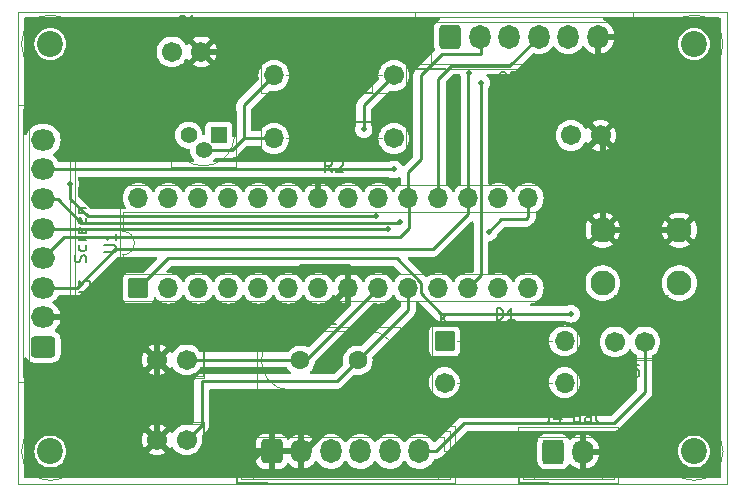
<source format=gbl>
%TF.GenerationSoftware,KiCad,Pcbnew,7.0.1*%
%TF.CreationDate,2023-04-20T23:53:02-05:00*%
%TF.ProjectId,epaper_board_layout,65706170-6572-45f6-926f-6172645f6c61,V01*%
%TF.SameCoordinates,Original*%
%TF.FileFunction,Copper,L2,Bot*%
%TF.FilePolarity,Positive*%
%FSLAX46Y46*%
G04 Gerber Fmt 4.6, Leading zero omitted, Abs format (unit mm)*
G04 Created by KiCad (PCBNEW 7.0.1) date 2023-04-20 23:53:02*
%MOMM*%
%LPD*%
G01*
G04 APERTURE LIST*
G04 Aperture macros list*
%AMRoundRect*
0 Rectangle with rounded corners*
0 $1 Rounding radius*
0 $2 $3 $4 $5 $6 $7 $8 $9 X,Y pos of 4 corners*
0 Add a 4 corners polygon primitive as box body*
4,1,4,$2,$3,$4,$5,$6,$7,$8,$9,$2,$3,0*
0 Add four circle primitives for the rounded corners*
1,1,$1+$1,$2,$3*
1,1,$1+$1,$4,$5*
1,1,$1+$1,$6,$7*
1,1,$1+$1,$8,$9*
0 Add four rect primitives between the rounded corners*
20,1,$1+$1,$2,$3,$4,$5,0*
20,1,$1+$1,$4,$5,$6,$7,0*
20,1,$1+$1,$6,$7,$8,$9,0*
20,1,$1+$1,$8,$9,$2,$3,0*%
G04 Aperture macros list end*
%TA.AperFunction,ComponentPad*%
%ADD10RoundRect,0.250000X-0.600000X-0.750000X0.600000X-0.750000X0.600000X0.750000X-0.600000X0.750000X0*%
%TD*%
%TA.AperFunction,ComponentPad*%
%ADD11O,1.700000X2.000000*%
%TD*%
%TA.AperFunction,ComponentPad*%
%ADD12R,1.300000X1.300000*%
%TD*%
%TA.AperFunction,ComponentPad*%
%ADD13C,1.300000*%
%TD*%
%TA.AperFunction,ComponentPad*%
%ADD14C,1.600000*%
%TD*%
%TA.AperFunction,ComponentPad*%
%ADD15R,1.600000X1.600000*%
%TD*%
%TA.AperFunction,ComponentPad*%
%ADD16O,1.600000X1.600000*%
%TD*%
%TA.AperFunction,ComponentPad*%
%ADD17RoundRect,0.250000X0.725000X-0.600000X0.725000X0.600000X-0.725000X0.600000X-0.725000X-0.600000X0*%
%TD*%
%TA.AperFunction,ComponentPad*%
%ADD18O,1.950000X1.700000*%
%TD*%
%TA.AperFunction,ComponentPad*%
%ADD19C,2.000000*%
%TD*%
%TA.AperFunction,ComponentPad*%
%ADD20RoundRect,0.250000X-0.600000X-0.725000X0.600000X-0.725000X0.600000X0.725000X-0.600000X0.725000X0*%
%TD*%
%TA.AperFunction,ComponentPad*%
%ADD21O,1.700000X1.950000*%
%TD*%
%TA.AperFunction,ComponentPad*%
%ADD22C,1.500000*%
%TD*%
%TA.AperFunction,ViaPad*%
%ADD23C,0.508000*%
%TD*%
%TA.AperFunction,Conductor*%
%ADD24C,0.254000*%
%TD*%
%TA.AperFunction,Conductor*%
%ADD25C,0.508000*%
%TD*%
%ADD26C,0.127000*%
%ADD27C,0.150000*%
%ADD28C,0.120000*%
%ADD29RoundRect,0.300800X-0.600000X-0.750000X0.600000X-0.750000X0.600000X0.750000X-0.600000X0.750000X0*%
%ADD30O,1.801600X2.101600*%
%ADD31C,2.200000*%
%ADD32RoundRect,0.050800X0.650000X0.650000X-0.650000X0.650000X-0.650000X-0.650000X0.650000X-0.650000X0*%
%ADD33C,1.401600*%
%ADD34C,1.701600*%
%ADD35RoundRect,0.050800X0.800000X-0.800000X0.800000X0.800000X-0.800000X0.800000X-0.800000X-0.800000X0*%
%ADD36O,1.701600X1.701600*%
%ADD37RoundRect,0.300800X0.725000X-0.600000X0.725000X0.600000X-0.725000X0.600000X-0.725000X-0.600000X0*%
%ADD38O,2.051600X1.801600*%
%ADD39C,2.101600*%
%ADD40RoundRect,0.300800X-0.600000X-0.725000X0.600000X-0.725000X0.600000X0.725000X-0.600000X0.725000X0*%
%ADD41O,1.801600X2.051600*%
%ADD42C,1.601600*%
%ADD43RoundRect,0.050800X-0.800000X-0.800000X0.800000X-0.800000X0.800000X0.800000X-0.800000X0.800000X0*%
%TA.AperFunction,Profile*%
%ADD44C,0.038100*%
%TD*%
%ADD45C,0.050000*%
G04 APERTURE END LIST*
D10*
%TO.P,J4,1,Pin_1*%
%TO.N,VCC*%
X145328000Y-137261600D03*
D11*
%TO.P,J4,2,Pin_2*%
%TO.N,GND*%
X147828000Y-137261600D03*
%TD*%
D12*
%TO.P,Q1,1,D*%
%TO.N,VCC*%
X116992400Y-110464600D03*
D13*
%TO.P,Q1,2,G*%
%TO.N,Net-(Q1-G)*%
X115722400Y-111734600D03*
%TO.P,Q1,3,S*%
%TO.N,VREF*%
X114452400Y-110464600D03*
%TD*%
D14*
%TO.P,C2,1*%
%TO.N,Net-(U1-XTAL2{slash}PB7)*%
X114280000Y-136271000D03*
%TO.P,C2,2*%
%TO.N,GND*%
X111780000Y-136271000D03*
%TD*%
%TO.P,C4,1*%
%TO.N,VREF*%
X113033800Y-103403400D03*
%TO.P,C4,2*%
%TO.N,GND*%
X115533800Y-103403400D03*
%TD*%
%TO.P,C5,1*%
%TO.N,RTS*%
X153065800Y-127965200D03*
%TO.P,C5,2*%
%TO.N,~{RESET}*%
X150565800Y-127965200D03*
%TD*%
D15*
%TO.P,U1,1,~{RESET}/PC6*%
%TO.N,~{RESET}*%
X110185200Y-123418600D03*
D16*
%TO.P,U1,2,PD0*%
%TO.N,RXD*%
X112725200Y-123418600D03*
%TO.P,U1,3,PD1*%
%TO.N,TXD*%
X115265200Y-123418600D03*
%TO.P,U1,4,PD2*%
%TO.N,unconnected-(U1-PD2-Pad4)*%
X117805200Y-123418600D03*
%TO.P,U1,5,PD3*%
%TO.N,unconnected-(U1-PD3-Pad5)*%
X120345200Y-123418600D03*
%TO.P,U1,6,PD4*%
%TO.N,unconnected-(U1-PD4-Pad6)*%
X122885200Y-123418600D03*
%TO.P,U1,7,VCC*%
%TO.N,VCC*%
X125425200Y-123418600D03*
%TO.P,U1,8,GND*%
%TO.N,GND*%
X127965200Y-123418600D03*
%TO.P,U1,9,XTAL1/PB6*%
%TO.N,Net-(U1-XTAL1{slash}PB6)*%
X130505200Y-123418600D03*
%TO.P,U1,10,XTAL2/PB7*%
%TO.N,Net-(U1-XTAL2{slash}PB7)*%
X133045200Y-123418600D03*
%TO.P,U1,11,PD5*%
%TO.N,/atmega328p/~{CS_REF}*%
X135585200Y-123418600D03*
%TO.P,U1,12,PD6*%
%TO.N,CS_SD*%
X138125200Y-123418600D03*
%TO.P,U1,13,PD7*%
%TO.N,BUSY_FRAME*%
X140665200Y-123418600D03*
%TO.P,U1,14,PB0*%
%TO.N,RST_FRAME*%
X143205200Y-123418600D03*
%TO.P,U1,15,PB1*%
%TO.N,DC_FRAME*%
X143205200Y-115798600D03*
%TO.P,U1,16,PB2*%
%TO.N,CS_FRAME*%
X140665200Y-115798600D03*
%TO.P,U1,17,PB3*%
%TO.N,MOSI*%
X138125200Y-115798600D03*
%TO.P,U1,18,PB4*%
%TO.N,MISO*%
X135585200Y-115798600D03*
%TO.P,U1,19,PB5*%
%TO.N,SCLK*%
X133045200Y-115798600D03*
%TO.P,U1,20,AVCC*%
%TO.N,VCC*%
X130505200Y-115798600D03*
%TO.P,U1,21,AREF*%
%TO.N,unconnected-(U1-AREF-Pad21)*%
X127965200Y-115798600D03*
%TO.P,U1,22,GND*%
%TO.N,GND*%
X125425200Y-115798600D03*
%TO.P,U1,23,PC0*%
%TO.N,unconnected-(U1-PC0-Pad23)*%
X122885200Y-115798600D03*
%TO.P,U1,24,PC1*%
%TO.N,unconnected-(U1-PC1-Pad24)*%
X120345200Y-115798600D03*
%TO.P,U1,25,PC2*%
%TO.N,unconnected-(U1-PC2-Pad25)*%
X117805200Y-115798600D03*
%TO.P,U1,26,PC3*%
%TO.N,unconnected-(U1-PC3-Pad26)*%
X115265200Y-115798600D03*
%TO.P,U1,27,PC4*%
%TO.N,unconnected-(U1-PC4-Pad27)*%
X112725200Y-115798600D03*
%TO.P,U1,28,PC5*%
%TO.N,unconnected-(U1-PC5-Pad28)*%
X110185200Y-115798600D03*
%TD*%
D14*
%TO.P,C1,1*%
%TO.N,Net-(U1-XTAL1{slash}PB6)*%
X114280000Y-129489200D03*
%TO.P,C1,2*%
%TO.N,GND*%
X111780000Y-129489200D03*
%TD*%
%TO.P,R2,1*%
%TO.N,VCC*%
X131826000Y-110744000D03*
D16*
%TO.P,R2,2*%
%TO.N,Net-(Q1-G)*%
X121666000Y-110744000D03*
%TD*%
D14*
%TO.P,R1,1*%
%TO.N,/atmega328p/~{CS_REF}*%
X131826000Y-105410000D03*
D16*
%TO.P,R1,2*%
%TO.N,Net-(Q1-G)*%
X121666000Y-105410000D03*
%TD*%
D17*
%TO.P,J3,1,Pin_1*%
%TO.N,VREF*%
X102133400Y-128374800D03*
D18*
%TO.P,J3,2,Pin_2*%
%TO.N,GND*%
X102133400Y-125874800D03*
%TO.P,J3,3,Pin_3*%
%TO.N,MOSI*%
X102133400Y-123374800D03*
%TO.P,J3,4,Pin_4*%
%TO.N,SCLK*%
X102133400Y-120874800D03*
%TO.P,J3,5,Pin_5*%
%TO.N,CS_FRAME*%
X102133400Y-118374800D03*
%TO.P,J3,6,Pin_6*%
%TO.N,DC_FRAME*%
X102133400Y-115874800D03*
%TO.P,J3,7,Pin_7*%
%TO.N,RST_FRAME*%
X102133400Y-113374800D03*
%TO.P,J3,8,Pin_8*%
%TO.N,BUSY_FRAME*%
X102133400Y-110874800D03*
%TD*%
D19*
%TO.P,SW1,1,1*%
%TO.N,~{RESET}*%
X156000000Y-123000000D03*
X149500000Y-123000000D03*
%TO.P,SW1,2,2*%
%TO.N,GND*%
X156000000Y-118500000D03*
X149500000Y-118500000D03*
%TD*%
D14*
%TO.P,C3,1*%
%TO.N,VCC*%
X146832000Y-110490000D03*
%TO.P,C3,2*%
%TO.N,GND*%
X149332000Y-110490000D03*
%TD*%
%TO.P,R3,1*%
%TO.N,VCC*%
X136118600Y-131419600D03*
D16*
%TO.P,R3,2*%
%TO.N,~{RESET}*%
X146278600Y-131419600D03*
%TD*%
D20*
%TO.P,J1,1,Pin_1*%
%TO.N,GND*%
X121492000Y-137236200D03*
D21*
%TO.P,J1,2,Pin_2*%
X123992000Y-137236200D03*
%TO.P,J1,3,Pin_3*%
%TO.N,VCC*%
X126492000Y-137236200D03*
%TO.P,J1,4,Pin_4*%
%TO.N,RXD*%
X128992000Y-137236200D03*
%TO.P,J1,5,Pin_5*%
%TO.N,TXD*%
X131492000Y-137236200D03*
%TO.P,J1,6,Pin_6*%
%TO.N,RTS*%
X133992000Y-137236200D03*
%TD*%
D22*
%TO.P,Y1,1,1*%
%TO.N,Net-(U1-XTAL2{slash}PB7)*%
X128778000Y-129540000D03*
%TO.P,Y1,2,2*%
%TO.N,Net-(U1-XTAL1{slash}PB6)*%
X123898000Y-129540000D03*
%TD*%
D20*
%TO.P,J2,1,Pin_1*%
%TO.N,CS_SD*%
X136601200Y-102133400D03*
D21*
%TO.P,J2,2,Pin_2*%
%TO.N,SCLK*%
X139101200Y-102133400D03*
%TO.P,J2,3,Pin_3*%
%TO.N,MOSI*%
X141601200Y-102133400D03*
%TO.P,J2,4,Pin_4*%
%TO.N,MISO*%
X144101200Y-102133400D03*
%TO.P,J2,5,Pin_5*%
%TO.N,VREF*%
X146601200Y-102133400D03*
%TO.P,J2,6,Pin_6*%
%TO.N,GND*%
X149101200Y-102133400D03*
%TD*%
D15*
%TO.P,D1,1,K*%
%TO.N,VCC*%
X136118600Y-127889000D03*
D16*
%TO.P,D1,2,A*%
%TO.N,~{RESET}*%
X146278600Y-127889000D03*
%TD*%
D23*
%TO.N,GND*%
X125476000Y-112268000D03*
X123952000Y-121666000D03*
X147046000Y-134132000D03*
%TO.N,~{RESET}*%
X146812000Y-125580000D03*
%TO.N,CS_SD*%
X139192000Y-106045000D03*
%TO.N,MOSI*%
X138176000Y-105180900D03*
%TO.N,CS_FRAME*%
X131318000Y-118414300D03*
%TO.N,DC_FRAME*%
X139842350Y-118658750D03*
X132334000Y-117856000D03*
%TO.N,RST_FRAME*%
X131826000Y-113374800D03*
%TO.N,BUSY_FRAME*%
X104419400Y-114579400D03*
X130276600Y-117348000D03*
%TO.N,/atmega328p/~{CS_REF}*%
X129286000Y-109982000D03*
%TD*%
D24*
%TO.N,Net-(U1-XTAL1{slash}PB6)*%
X123847200Y-129489200D02*
X123898000Y-129540000D01*
X130505200Y-123418600D02*
X124383800Y-129540000D01*
X114280000Y-129489200D02*
X123847200Y-129489200D01*
X124383800Y-129540000D02*
X123898000Y-129540000D01*
D25*
%TO.N,GND*%
X113538000Y-138176000D02*
X113284000Y-137922000D01*
X123992000Y-137236200D02*
X121492000Y-137236200D01*
X147858000Y-120142000D02*
X149500000Y-118500000D01*
X127965200Y-121716800D02*
X128016000Y-121666000D01*
X113284000Y-137775000D02*
X111780000Y-136271000D01*
X125145800Y-126238000D02*
X112268000Y-126238000D01*
X111780000Y-129489200D02*
X111780000Y-126726000D01*
X120573800Y-137236200D02*
X119634000Y-138176000D01*
X109753400Y-126238000D02*
X109390200Y-125874800D01*
X111780000Y-126726000D02*
X112268000Y-126238000D01*
X112268000Y-126238000D02*
X109753400Y-126238000D01*
X127965200Y-123418600D02*
X125145800Y-126238000D01*
X119634000Y-138176000D02*
X113538000Y-138176000D01*
X149352000Y-102384200D02*
X149101200Y-102133400D01*
X111780000Y-129489200D02*
X111780000Y-136271000D01*
X125450600Y-103403400D02*
X115533800Y-103403400D01*
X149500000Y-118500000D02*
X156000000Y-118500000D01*
X147046000Y-134132000D02*
X127378800Y-134132000D01*
X127965200Y-123418600D02*
X127965200Y-121716800D01*
X113284000Y-137922000D02*
X113284000Y-137775000D01*
X149500000Y-118500000D02*
X149500000Y-110658000D01*
X125476000Y-112268000D02*
X125476000Y-103378000D01*
X102133400Y-125874800D02*
X109390200Y-125874800D01*
X123952000Y-137558800D02*
X123629400Y-137236200D01*
X127378800Y-134132000D02*
X123952000Y-137558800D01*
X149500000Y-110658000D02*
X149332000Y-110490000D01*
X147046000Y-134132000D02*
X147828000Y-133350000D01*
X121492000Y-137236200D02*
X120573800Y-137236200D01*
X147828000Y-120142000D02*
X147858000Y-120142000D01*
X147828000Y-133350000D02*
X147828000Y-120142000D01*
X128016000Y-121666000D02*
X123952000Y-121666000D01*
D24*
%TO.N,Net-(U1-XTAL2{slash}PB7)*%
X115570000Y-134981000D02*
X114280000Y-136271000D01*
X128778000Y-129540000D02*
X133045200Y-125272800D01*
X127000000Y-131318000D02*
X115570000Y-131318000D01*
X133045200Y-125272800D02*
X133045200Y-123418600D01*
X128778000Y-129540000D02*
X127000000Y-131318000D01*
X115570000Y-131318000D02*
X115570000Y-134981000D01*
%TO.N,VCC*%
X132181600Y-110845600D02*
X132283200Y-110947200D01*
%TO.N,RTS*%
X133992000Y-137236200D02*
X135407400Y-137236200D01*
X135407400Y-137236200D02*
X137769600Y-134874000D01*
X150444200Y-134874000D02*
X137769600Y-134874000D01*
X153065800Y-132252400D02*
X150444200Y-134874000D01*
X153065800Y-127965200D02*
X153065800Y-132252400D01*
%TO.N,~{RESET}*%
X132057103Y-120904000D02*
X134124600Y-122971497D01*
X112699800Y-120904000D02*
X132057103Y-120904000D01*
X110185200Y-123418600D02*
X112699800Y-120904000D01*
X134124600Y-122971497D02*
X134124600Y-123865703D01*
X134124600Y-123865703D02*
X135838897Y-125580000D01*
X135838897Y-125580000D02*
X146812000Y-125580000D01*
%TO.N,CS_SD*%
X139204600Y-106057600D02*
X139192000Y-106045000D01*
X138125200Y-123418600D02*
X139204600Y-122339200D01*
X139204600Y-122339200D02*
X139204600Y-106057600D01*
%TO.N,SCLK*%
X133045200Y-115798600D02*
X133045200Y-113588800D01*
X133096000Y-115849400D02*
X133045200Y-115798600D01*
X134112000Y-105410000D02*
X135890000Y-103632000D01*
X133096000Y-118364000D02*
X133096000Y-115849400D01*
X103882200Y-119126000D02*
X132334000Y-119126000D01*
X139201800Y-102234000D02*
X139101200Y-102133400D01*
X132334000Y-119126000D02*
X133096000Y-118364000D01*
X135890000Y-103632000D02*
X139201800Y-103632000D01*
X102133400Y-120874800D02*
X103882200Y-119126000D01*
X134112000Y-112522000D02*
X134112000Y-105410000D01*
X139201800Y-103632000D02*
X139201800Y-102234000D01*
X133045200Y-113588800D02*
X134112000Y-112522000D01*
%TO.N,MOSI*%
X138176000Y-105180900D02*
X138125200Y-105231700D01*
X102133400Y-123374800D02*
X104971200Y-123374800D01*
X108204000Y-120142000D02*
X135128000Y-120142000D01*
X138125200Y-105231700D02*
X138125200Y-115798600D01*
X138125200Y-117144800D02*
X138125200Y-115798600D01*
X135128000Y-120142000D02*
X138125200Y-117144800D01*
X104971200Y-123374800D02*
X108204000Y-120142000D01*
%TO.N,MISO*%
X141586600Y-104648000D02*
X144101200Y-102133400D01*
X136652000Y-104648000D02*
X141586600Y-104648000D01*
X135585200Y-115798600D02*
X135585200Y-105714800D01*
X135585200Y-105714800D02*
X136652000Y-104648000D01*
%TO.N,CS_FRAME*%
X131278500Y-118374800D02*
X102133400Y-118374800D01*
X131318000Y-118414300D02*
X131278500Y-118374800D01*
%TO.N,DC_FRAME*%
X132334000Y-117856000D02*
X132308600Y-117881400D01*
X132308600Y-117881400D02*
X105369000Y-117881400D01*
X139842350Y-118658750D02*
X140899100Y-117602000D01*
X140899100Y-117602000D02*
X143002000Y-117602000D01*
X103362400Y-115874800D02*
X102133400Y-115874800D01*
X143002000Y-117602000D02*
X143205200Y-117398800D01*
X143205200Y-117398800D02*
X143205200Y-115798600D01*
X105369000Y-117881400D02*
X103362400Y-115874800D01*
%TO.N,RST_FRAME*%
X131826000Y-113374800D02*
X102133400Y-113374800D01*
%TO.N,BUSY_FRAME*%
X105918000Y-117348000D02*
X104419400Y-115849400D01*
X104419400Y-115849400D02*
X104419400Y-114579400D01*
X130276600Y-117348000D02*
X105918000Y-117348000D01*
%TO.N,Net-(Q1-G)*%
X119126000Y-110744000D02*
X119126000Y-107950000D01*
X118135400Y-111734600D02*
X119126000Y-110744000D01*
X115722400Y-111734600D02*
X118135400Y-111734600D01*
X119126000Y-107950000D02*
X121666000Y-105410000D01*
X121666000Y-110744000D02*
X119126000Y-110744000D01*
%TO.N,/atmega328p/~{CS_REF}*%
X129286000Y-107950000D02*
X131826000Y-105410000D01*
X129286000Y-109982000D02*
X129286000Y-107950000D01*
%TD*%
%TA.AperFunction,Conductor*%
%TO.N,GND*%
G36*
X159437500Y-100517113D02*
G01*
X159482887Y-100562500D01*
X159499500Y-100624500D01*
X159499500Y-139375500D01*
X159482887Y-139437500D01*
X159437500Y-139482887D01*
X159375500Y-139499500D01*
X100624500Y-139499500D01*
X100562500Y-139482887D01*
X100517113Y-139437500D01*
X100500500Y-139375500D01*
X100500500Y-137250000D01*
X101394340Y-137250000D01*
X101414936Y-137485407D01*
X101458213Y-137646918D01*
X101476097Y-137713663D01*
X101575965Y-137927829D01*
X101711505Y-138121401D01*
X101878599Y-138288495D01*
X102072171Y-138424035D01*
X102286337Y-138523903D01*
X102514591Y-138585062D01*
X102514592Y-138585063D01*
X102691032Y-138600500D01*
X102691034Y-138600500D01*
X102808966Y-138600500D01*
X102808968Y-138600500D01*
X102926593Y-138590208D01*
X102985408Y-138585063D01*
X103213663Y-138523903D01*
X103427829Y-138424035D01*
X103621401Y-138288495D01*
X103788495Y-138121401D01*
X103924035Y-137927830D01*
X104023903Y-137713663D01*
X104085063Y-137485408D01*
X104096908Y-137350026D01*
X111054526Y-137350026D01*
X111127515Y-137401133D01*
X111333673Y-137497266D01*
X111553397Y-137556141D01*
X111779999Y-137575966D01*
X112006602Y-137556141D01*
X112226326Y-137497266D01*
X112432480Y-137401134D01*
X112505472Y-137350025D01*
X111780001Y-136624553D01*
X111780000Y-136624553D01*
X111054526Y-137350025D01*
X111054526Y-137350026D01*
X104096908Y-137350026D01*
X104105659Y-137250000D01*
X104085063Y-137014592D01*
X104023903Y-136786337D01*
X103924035Y-136572171D01*
X103788495Y-136378599D01*
X103680896Y-136271000D01*
X110475033Y-136271000D01*
X110494858Y-136497602D01*
X110553733Y-136717326D01*
X110649866Y-136923484D01*
X110700972Y-136996471D01*
X110700974Y-136996472D01*
X111426446Y-136271001D01*
X111426446Y-136271000D01*
X110700973Y-135545526D01*
X110700973Y-135545527D01*
X110649865Y-135618516D01*
X110553733Y-135824672D01*
X110494858Y-136044397D01*
X110475033Y-136271000D01*
X103680896Y-136271000D01*
X103621401Y-136211505D01*
X103427829Y-136075965D01*
X103213663Y-135976097D01*
X102985407Y-135914936D01*
X102808968Y-135899500D01*
X102808966Y-135899500D01*
X102691034Y-135899500D01*
X102691032Y-135899500D01*
X102514592Y-135914936D01*
X102286336Y-135976097D01*
X102072170Y-136075965D01*
X101878598Y-136211505D01*
X101711508Y-136378595D01*
X101711505Y-136378598D01*
X101711505Y-136378599D01*
X101628118Y-136497689D01*
X101575964Y-136572172D01*
X101476097Y-136786337D01*
X101414936Y-137014592D01*
X101394340Y-137250000D01*
X100500500Y-137250000D01*
X100500500Y-135191973D01*
X111054526Y-135191973D01*
X111780000Y-135917446D01*
X111780001Y-135917446D01*
X112505472Y-135191974D01*
X112505471Y-135191972D01*
X112432484Y-135140866D01*
X112226326Y-135044733D01*
X112006602Y-134985858D01*
X111779999Y-134966033D01*
X111553397Y-134985858D01*
X111333672Y-135044733D01*
X111127516Y-135140865D01*
X111054527Y-135191973D01*
X111054526Y-135191973D01*
X100500500Y-135191973D01*
X100500500Y-130568226D01*
X111054526Y-130568226D01*
X111127515Y-130619333D01*
X111333673Y-130715466D01*
X111553397Y-130774341D01*
X111780000Y-130794166D01*
X112006602Y-130774341D01*
X112226326Y-130715466D01*
X112432480Y-130619334D01*
X112505472Y-130568225D01*
X111780001Y-129842753D01*
X111780000Y-129842753D01*
X111054526Y-130568225D01*
X111054526Y-130568226D01*
X100500500Y-130568226D01*
X100500500Y-129369692D01*
X100516754Y-129308318D01*
X100561255Y-129263033D01*
X100622337Y-129245711D01*
X100683985Y-129260892D01*
X100730039Y-129304596D01*
X100815688Y-129443457D01*
X100939742Y-129567511D01*
X100939744Y-129567512D01*
X101089066Y-129659614D01*
X101200416Y-129696512D01*
X101255602Y-129714799D01*
X101265421Y-129715802D01*
X101358391Y-129725300D01*
X102908408Y-129725299D01*
X103011197Y-129714799D01*
X103177734Y-129659614D01*
X103327056Y-129567512D01*
X103405369Y-129489199D01*
X110475033Y-129489199D01*
X110494858Y-129715802D01*
X110553733Y-129935526D01*
X110649866Y-130141684D01*
X110700972Y-130214671D01*
X110700973Y-130214672D01*
X111426446Y-129489200D01*
X111426446Y-129489198D01*
X110700973Y-128763727D01*
X110649865Y-128836716D01*
X110553733Y-129042872D01*
X110494858Y-129262597D01*
X110475033Y-129489199D01*
X103405369Y-129489199D01*
X103451112Y-129443456D01*
X103543214Y-129294134D01*
X103598399Y-129127597D01*
X103608900Y-129024809D01*
X103608900Y-128410173D01*
X111054526Y-128410173D01*
X111779998Y-129135646D01*
X111779999Y-129135646D01*
X112505472Y-128410173D01*
X112505471Y-128410172D01*
X112432484Y-128359066D01*
X112226326Y-128262933D01*
X112006602Y-128204058D01*
X111780000Y-128184233D01*
X111553397Y-128204058D01*
X111333672Y-128262933D01*
X111127516Y-128359065D01*
X111054526Y-128410173D01*
X103608900Y-128410173D01*
X103608899Y-127724792D01*
X103598399Y-127622003D01*
X103543214Y-127455466D01*
X103464337Y-127327585D01*
X103451111Y-127306142D01*
X103327057Y-127182088D01*
X103171841Y-127086351D01*
X103132357Y-127047438D01*
X103113775Y-126995208D01*
X103119811Y-126940101D01*
X103149256Y-126893130D01*
X103296509Y-126745877D01*
X103432000Y-126552376D01*
X103531830Y-126338292D01*
X103589036Y-126124800D01*
X102007400Y-126124800D01*
X101945400Y-126108187D01*
X101900013Y-126062800D01*
X101883400Y-126000800D01*
X101883400Y-125748800D01*
X101900013Y-125686800D01*
X101945400Y-125641413D01*
X102007400Y-125624800D01*
X103589036Y-125624800D01*
X103589035Y-125624799D01*
X103531830Y-125411307D01*
X103431999Y-125197221D01*
X103296509Y-125003721D01*
X103129478Y-124836690D01*
X102972367Y-124726680D01*
X102933501Y-124682362D01*
X102919490Y-124625105D01*
X102933501Y-124567848D01*
X102972364Y-124523532D01*
X103129801Y-124413295D01*
X103296895Y-124246201D01*
X103430652Y-124055175D01*
X103474970Y-124016311D01*
X103532227Y-124002300D01*
X104888234Y-124002300D01*
X104908801Y-124004570D01*
X104911675Y-124004479D01*
X104911677Y-124004480D01*
X104979118Y-124002361D01*
X104983013Y-124002300D01*
X105010674Y-124002300D01*
X105010676Y-124002300D01*
X105014670Y-124001795D01*
X105026314Y-124000877D01*
X105070143Y-123999501D01*
X105089480Y-123993882D01*
X105108521Y-123989938D01*
X105128493Y-123987416D01*
X105169255Y-123971276D01*
X105180292Y-123967498D01*
X105222391Y-123955268D01*
X105239710Y-123945024D01*
X105257194Y-123936459D01*
X105275903Y-123929053D01*
X105311368Y-123903285D01*
X105321115Y-123896881D01*
X105358856Y-123874563D01*
X105373092Y-123860326D01*
X105387879Y-123847696D01*
X105404167Y-123835863D01*
X105432104Y-123802090D01*
X105439956Y-123793461D01*
X108427599Y-120805819D01*
X108467828Y-120778939D01*
X108515281Y-120769500D01*
X111647519Y-120769500D01*
X111703814Y-120783015D01*
X111747837Y-120820615D01*
X111769992Y-120874102D01*
X111765450Y-120931818D01*
X111735200Y-120981181D01*
X110634598Y-122081781D01*
X110594370Y-122108661D01*
X110546917Y-122118100D01*
X109337330Y-122118100D01*
X109277715Y-122124509D01*
X109142869Y-122174804D01*
X109027654Y-122261054D01*
X108941404Y-122376268D01*
X108891109Y-122511116D01*
X108884700Y-122570730D01*
X108884700Y-124266469D01*
X108891109Y-124326083D01*
X108941404Y-124460931D01*
X109027654Y-124576146D01*
X109142869Y-124662396D01*
X109277717Y-124712691D01*
X109337327Y-124719100D01*
X111033072Y-124719099D01*
X111092683Y-124712691D01*
X111227531Y-124662396D01*
X111342746Y-124576146D01*
X111428996Y-124460931D01*
X111479291Y-124326083D01*
X111483062Y-124291005D01*
X111503439Y-124235086D01*
X111547528Y-124195101D01*
X111605169Y-124180267D01*
X111663082Y-124194000D01*
X111707925Y-124233137D01*
X111725151Y-124257738D01*
X111886059Y-124418646D01*
X112072464Y-124549167D01*
X112072465Y-124549167D01*
X112072466Y-124549168D01*
X112278704Y-124645339D01*
X112498508Y-124704235D01*
X112725200Y-124724068D01*
X112951892Y-124704235D01*
X113171696Y-124645339D01*
X113377934Y-124549168D01*
X113564339Y-124418647D01*
X113725247Y-124257739D01*
X113855768Y-124071334D01*
X113882818Y-124013324D01*
X113928575Y-123961149D01*
X113995200Y-123941729D01*
X114061825Y-123961149D01*
X114107582Y-124013325D01*
X114134631Y-124071333D01*
X114265153Y-124257740D01*
X114426059Y-124418646D01*
X114612464Y-124549167D01*
X114612465Y-124549167D01*
X114612466Y-124549168D01*
X114818704Y-124645339D01*
X115038508Y-124704235D01*
X115265200Y-124724068D01*
X115491892Y-124704235D01*
X115711696Y-124645339D01*
X115917934Y-124549168D01*
X116104339Y-124418647D01*
X116265247Y-124257739D01*
X116395768Y-124071334D01*
X116422818Y-124013324D01*
X116468575Y-123961149D01*
X116535200Y-123941729D01*
X116601825Y-123961149D01*
X116647582Y-124013325D01*
X116674631Y-124071333D01*
X116805153Y-124257740D01*
X116966059Y-124418646D01*
X117152464Y-124549167D01*
X117152465Y-124549167D01*
X117152466Y-124549168D01*
X117358704Y-124645339D01*
X117578508Y-124704235D01*
X117805200Y-124724068D01*
X118031892Y-124704235D01*
X118251696Y-124645339D01*
X118457934Y-124549168D01*
X118644339Y-124418647D01*
X118805247Y-124257739D01*
X118935768Y-124071334D01*
X118962818Y-124013324D01*
X119008575Y-123961149D01*
X119075200Y-123941729D01*
X119141825Y-123961149D01*
X119187582Y-124013325D01*
X119214631Y-124071333D01*
X119345153Y-124257740D01*
X119506059Y-124418646D01*
X119692464Y-124549167D01*
X119692465Y-124549167D01*
X119692466Y-124549168D01*
X119898704Y-124645339D01*
X120118508Y-124704235D01*
X120345200Y-124724068D01*
X120571892Y-124704235D01*
X120791696Y-124645339D01*
X120997934Y-124549168D01*
X121184339Y-124418647D01*
X121345247Y-124257739D01*
X121475768Y-124071334D01*
X121502818Y-124013324D01*
X121548575Y-123961149D01*
X121615200Y-123941729D01*
X121681825Y-123961149D01*
X121727582Y-124013325D01*
X121754631Y-124071333D01*
X121885153Y-124257740D01*
X122046059Y-124418646D01*
X122232464Y-124549167D01*
X122232465Y-124549167D01*
X122232466Y-124549168D01*
X122438704Y-124645339D01*
X122658508Y-124704235D01*
X122885200Y-124724068D01*
X123111892Y-124704235D01*
X123331696Y-124645339D01*
X123537934Y-124549168D01*
X123724339Y-124418647D01*
X123885247Y-124257739D01*
X124015768Y-124071334D01*
X124042818Y-124013324D01*
X124088575Y-123961149D01*
X124155200Y-123941729D01*
X124221825Y-123961149D01*
X124267582Y-124013325D01*
X124294631Y-124071333D01*
X124425153Y-124257740D01*
X124586059Y-124418646D01*
X124772464Y-124549167D01*
X124772465Y-124549167D01*
X124772466Y-124549168D01*
X124978704Y-124645339D01*
X125198508Y-124704235D01*
X125425200Y-124724068D01*
X125651892Y-124704235D01*
X125871696Y-124645339D01*
X126077934Y-124549168D01*
X126264339Y-124418647D01*
X126425247Y-124257739D01*
X126555768Y-124071334D01*
X126583093Y-124012734D01*
X126628849Y-123960559D01*
X126695474Y-123941139D01*
X126762099Y-123960558D01*
X126807857Y-124012733D01*
X126835066Y-124071082D01*
X126965541Y-124257419D01*
X127126380Y-124418258D01*
X127312719Y-124548734D01*
X127518873Y-124644866D01*
X127715199Y-124697471D01*
X127715200Y-124697472D01*
X127715200Y-122139728D01*
X127715199Y-122139728D01*
X127518873Y-122192333D01*
X127312719Y-122288465D01*
X127126380Y-122418941D01*
X126965541Y-122579780D01*
X126835063Y-122766122D01*
X126807856Y-122824466D01*
X126762099Y-122876641D01*
X126695474Y-122896060D01*
X126628850Y-122876640D01*
X126583093Y-122824465D01*
X126555767Y-122765864D01*
X126425246Y-122579459D01*
X126264340Y-122418553D01*
X126077935Y-122288032D01*
X125871697Y-122191861D01*
X125651889Y-122132964D01*
X125425200Y-122113131D01*
X125198510Y-122132964D01*
X124978702Y-122191861D01*
X124772464Y-122288032D01*
X124586059Y-122418553D01*
X124425153Y-122579459D01*
X124294633Y-122765863D01*
X124267582Y-122823875D01*
X124221825Y-122876050D01*
X124155200Y-122895469D01*
X124088575Y-122876050D01*
X124042818Y-122823875D01*
X124015887Y-122766122D01*
X124015768Y-122765866D01*
X123992958Y-122733289D01*
X123885246Y-122579459D01*
X123724340Y-122418553D01*
X123537935Y-122288032D01*
X123331697Y-122191861D01*
X123111889Y-122132964D01*
X122885200Y-122113131D01*
X122658510Y-122132964D01*
X122438702Y-122191861D01*
X122232464Y-122288032D01*
X122046059Y-122418553D01*
X121885153Y-122579459D01*
X121754633Y-122765863D01*
X121727582Y-122823875D01*
X121681825Y-122876050D01*
X121615200Y-122895469D01*
X121548575Y-122876050D01*
X121502818Y-122823875D01*
X121475887Y-122766122D01*
X121475768Y-122765866D01*
X121452958Y-122733289D01*
X121345246Y-122579459D01*
X121184340Y-122418553D01*
X120997935Y-122288032D01*
X120791697Y-122191861D01*
X120571889Y-122132964D01*
X120345200Y-122113131D01*
X120118510Y-122132964D01*
X119898702Y-122191861D01*
X119692464Y-122288032D01*
X119506059Y-122418553D01*
X119345153Y-122579459D01*
X119214633Y-122765863D01*
X119187582Y-122823875D01*
X119141825Y-122876050D01*
X119075200Y-122895469D01*
X119008575Y-122876050D01*
X118962818Y-122823875D01*
X118935887Y-122766122D01*
X118935768Y-122765866D01*
X118912958Y-122733289D01*
X118805246Y-122579459D01*
X118644340Y-122418553D01*
X118457935Y-122288032D01*
X118251697Y-122191861D01*
X118031889Y-122132964D01*
X117805200Y-122113131D01*
X117578510Y-122132964D01*
X117358702Y-122191861D01*
X117152464Y-122288032D01*
X116966059Y-122418553D01*
X116805153Y-122579459D01*
X116674633Y-122765863D01*
X116647582Y-122823875D01*
X116601825Y-122876050D01*
X116535200Y-122895469D01*
X116468575Y-122876050D01*
X116422818Y-122823875D01*
X116395887Y-122766122D01*
X116395768Y-122765866D01*
X116372958Y-122733289D01*
X116265246Y-122579459D01*
X116104340Y-122418553D01*
X115917935Y-122288032D01*
X115711697Y-122191861D01*
X115491889Y-122132964D01*
X115265200Y-122113131D01*
X115038510Y-122132964D01*
X114818702Y-122191861D01*
X114612464Y-122288032D01*
X114426059Y-122418553D01*
X114265153Y-122579459D01*
X114134633Y-122765863D01*
X114107582Y-122823875D01*
X114061825Y-122876050D01*
X113995200Y-122895469D01*
X113928575Y-122876050D01*
X113882818Y-122823875D01*
X113855887Y-122766122D01*
X113855768Y-122765866D01*
X113832958Y-122733289D01*
X113725246Y-122579459D01*
X113564340Y-122418553D01*
X113377935Y-122288032D01*
X113171697Y-122191861D01*
X112951889Y-122132964D01*
X112725197Y-122113131D01*
X112684194Y-122116718D01*
X112624937Y-122107332D01*
X112577022Y-122071225D01*
X112551667Y-122016849D01*
X112554807Y-121956935D01*
X112585704Y-121905514D01*
X112923402Y-121567816D01*
X112963628Y-121540939D01*
X113011081Y-121531500D01*
X131745822Y-121531500D01*
X131793275Y-121540939D01*
X131833503Y-121567819D01*
X132382812Y-122117128D01*
X132411653Y-122162399D01*
X132418659Y-122215616D01*
X132402518Y-122266809D01*
X132366254Y-122306384D01*
X132206060Y-122418552D01*
X132045153Y-122579459D01*
X131914633Y-122765863D01*
X131887582Y-122823875D01*
X131841825Y-122876050D01*
X131775200Y-122895469D01*
X131708575Y-122876050D01*
X131662818Y-122823875D01*
X131635887Y-122766122D01*
X131635768Y-122765866D01*
X131612958Y-122733289D01*
X131505246Y-122579459D01*
X131344340Y-122418553D01*
X131157935Y-122288032D01*
X130951697Y-122191861D01*
X130731889Y-122132964D01*
X130505200Y-122113131D01*
X130278510Y-122132964D01*
X130058702Y-122191861D01*
X129852464Y-122288032D01*
X129666059Y-122418553D01*
X129505153Y-122579459D01*
X129374630Y-122765867D01*
X129347305Y-122824466D01*
X129301548Y-122876641D01*
X129234923Y-122896060D01*
X129168299Y-122876640D01*
X129122542Y-122824465D01*
X129095334Y-122766119D01*
X128964858Y-122579780D01*
X128804019Y-122418941D01*
X128617680Y-122288465D01*
X128411526Y-122192333D01*
X128215200Y-122139728D01*
X128215200Y-124738535D01*
X128218595Y-124790320D01*
X128185215Y-124851163D01*
X124626482Y-128409897D01*
X124584583Y-128437455D01*
X124535195Y-128446164D01*
X124486397Y-128434598D01*
X124327334Y-128360426D01*
X124115974Y-128303792D01*
X123898000Y-128284722D01*
X123680025Y-128303792D01*
X123468668Y-128360425D01*
X123270361Y-128452898D01*
X123091122Y-128578402D01*
X122936403Y-128733121D01*
X122936402Y-128733123D01*
X122886537Y-128804339D01*
X122883397Y-128808823D01*
X122839079Y-128847689D01*
X122781822Y-128861700D01*
X115492787Y-128861700D01*
X115435530Y-128847689D01*
X115391212Y-128808823D01*
X115388072Y-128804339D01*
X115280047Y-128650061D01*
X115280046Y-128650059D01*
X115119140Y-128489153D01*
X114932735Y-128358632D01*
X114726497Y-128262461D01*
X114506689Y-128203564D01*
X114280000Y-128183731D01*
X114053310Y-128203564D01*
X113833502Y-128262461D01*
X113627264Y-128358632D01*
X113440859Y-128489153D01*
X113279953Y-128650059D01*
X113149429Y-128836468D01*
X113142104Y-128852178D01*
X113096347Y-128904352D01*
X113029722Y-128923770D01*
X112963098Y-128904350D01*
X112917342Y-128852175D01*
X112910133Y-128836715D01*
X112859025Y-128763726D01*
X112133553Y-129489198D01*
X112133553Y-129489199D01*
X112859025Y-130214672D01*
X112910131Y-130141684D01*
X112917340Y-130126226D01*
X112963097Y-130074049D01*
X113029722Y-130054628D01*
X113096348Y-130074047D01*
X113142106Y-130126223D01*
X113149432Y-130141935D01*
X113279953Y-130328340D01*
X113440859Y-130489246D01*
X113627264Y-130619767D01*
X113627265Y-130619767D01*
X113627266Y-130619768D01*
X113833504Y-130715939D01*
X114053308Y-130774835D01*
X114280000Y-130794668D01*
X114506692Y-130774835D01*
X114726496Y-130715939D01*
X114932734Y-130619768D01*
X115119139Y-130489247D01*
X115280047Y-130328339D01*
X115391212Y-130169576D01*
X115435530Y-130130711D01*
X115492787Y-130116700D01*
X122710680Y-130116700D01*
X122767937Y-130130711D01*
X122812253Y-130169574D01*
X122936402Y-130346877D01*
X122936405Y-130346880D01*
X123068344Y-130478819D01*
X123098594Y-130528182D01*
X123103136Y-130585898D01*
X123080981Y-130639385D01*
X123036958Y-130676985D01*
X122980663Y-130690500D01*
X115641038Y-130690500D01*
X115617804Y-130688304D01*
X115609713Y-130686760D01*
X115556740Y-130690093D01*
X115554177Y-130690255D01*
X115546392Y-130690500D01*
X115530523Y-130690500D01*
X115514773Y-130692489D01*
X115507023Y-130693221D01*
X115451483Y-130696715D01*
X115443645Y-130699262D01*
X115420873Y-130704352D01*
X115412706Y-130705383D01*
X115360956Y-130725872D01*
X115353632Y-130728509D01*
X115300698Y-130745709D01*
X115293743Y-130750123D01*
X115272958Y-130760713D01*
X115265297Y-130763746D01*
X115220255Y-130796470D01*
X115213817Y-130800845D01*
X115166838Y-130830659D01*
X115161194Y-130836670D01*
X115143695Y-130852096D01*
X115137033Y-130856936D01*
X115101558Y-130899816D01*
X115096410Y-130905655D01*
X115058305Y-130946233D01*
X115054332Y-130953460D01*
X115041225Y-130972748D01*
X115035973Y-130979096D01*
X115012284Y-131029437D01*
X115008751Y-131036373D01*
X114981927Y-131085168D01*
X114979878Y-131093148D01*
X114971977Y-131115093D01*
X114968469Y-131122547D01*
X114958043Y-131177200D01*
X114956345Y-131184796D01*
X114942500Y-131238726D01*
X114942500Y-131246962D01*
X114940304Y-131270196D01*
X114938760Y-131278286D01*
X114942255Y-131333821D01*
X114942500Y-131341608D01*
X114942500Y-134669719D01*
X114933061Y-134717172D01*
X114906183Y-134757397D01*
X114720496Y-134943083D01*
X114692591Y-134970989D01*
X114637004Y-135003082D01*
X114572817Y-135003082D01*
X114506691Y-134985364D01*
X114280000Y-134965531D01*
X114053310Y-134985364D01*
X113833502Y-135044261D01*
X113627264Y-135140432D01*
X113440859Y-135270953D01*
X113279953Y-135431859D01*
X113149429Y-135618268D01*
X113142104Y-135633978D01*
X113096347Y-135686152D01*
X113029722Y-135705570D01*
X112963098Y-135686150D01*
X112917342Y-135633975D01*
X112910133Y-135618515D01*
X112859025Y-135545526D01*
X112133553Y-136271000D01*
X112133553Y-136271001D01*
X112859025Y-136996472D01*
X112910131Y-136923484D01*
X112917340Y-136908026D01*
X112963097Y-136855849D01*
X113029722Y-136836428D01*
X113096348Y-136855847D01*
X113142106Y-136908023D01*
X113149432Y-136923735D01*
X113279953Y-137110140D01*
X113440859Y-137271046D01*
X113627264Y-137401567D01*
X113627265Y-137401567D01*
X113627266Y-137401568D01*
X113833504Y-137497739D01*
X114053308Y-137556635D01*
X114280000Y-137576468D01*
X114506692Y-137556635D01*
X114726496Y-137497739D01*
X114751241Y-137486200D01*
X120142001Y-137486200D01*
X120142001Y-138011179D01*
X120152493Y-138113895D01*
X120207642Y-138280322D01*
X120299683Y-138429545D01*
X120423654Y-138553516D01*
X120572877Y-138645557D01*
X120739303Y-138700706D01*
X120842021Y-138711200D01*
X121242000Y-138711200D01*
X121242000Y-137486200D01*
X121742000Y-137486200D01*
X121742000Y-138711199D01*
X122141979Y-138711199D01*
X122244695Y-138700706D01*
X122411122Y-138645557D01*
X122560345Y-138553516D01*
X122684316Y-138429545D01*
X122780085Y-138274278D01*
X122818998Y-138234794D01*
X122871228Y-138216213D01*
X122926335Y-138222248D01*
X122973305Y-138251693D01*
X123120918Y-138399306D01*
X123314423Y-138534800D01*
X123528507Y-138634630D01*
X123741999Y-138691835D01*
X123742000Y-138691836D01*
X123742000Y-138691835D01*
X124242000Y-138691835D01*
X124455492Y-138634630D01*
X124669578Y-138534799D01*
X124863078Y-138399309D01*
X125030109Y-138232278D01*
X125140119Y-138075168D01*
X125184437Y-138036302D01*
X125241694Y-138022291D01*
X125298951Y-138036302D01*
X125343268Y-138075166D01*
X125453505Y-138232601D01*
X125620599Y-138399695D01*
X125814170Y-138535235D01*
X126028337Y-138635103D01*
X126240070Y-138691836D01*
X126256592Y-138696263D01*
X126491999Y-138716859D01*
X126491999Y-138716858D01*
X126492000Y-138716859D01*
X126727408Y-138696263D01*
X126955663Y-138635103D01*
X127169829Y-138535235D01*
X127363401Y-138399695D01*
X127530495Y-138232601D01*
X127640428Y-138075599D01*
X127684742Y-138036737D01*
X127741998Y-138022726D01*
X127799256Y-138036737D01*
X127843572Y-138075601D01*
X127953505Y-138232601D01*
X128120599Y-138399695D01*
X128314170Y-138535235D01*
X128528337Y-138635103D01*
X128740070Y-138691836D01*
X128756592Y-138696263D01*
X128991999Y-138716859D01*
X128991999Y-138716858D01*
X128992000Y-138716859D01*
X129227408Y-138696263D01*
X129455663Y-138635103D01*
X129669829Y-138535235D01*
X129863401Y-138399695D01*
X130030495Y-138232601D01*
X130140428Y-138075599D01*
X130184742Y-138036737D01*
X130241998Y-138022726D01*
X130299256Y-138036737D01*
X130343572Y-138075601D01*
X130453505Y-138232601D01*
X130620599Y-138399695D01*
X130814170Y-138535235D01*
X131028337Y-138635103D01*
X131240070Y-138691836D01*
X131256592Y-138696263D01*
X131491999Y-138716859D01*
X131491999Y-138716858D01*
X131492000Y-138716859D01*
X131727408Y-138696263D01*
X131955663Y-138635103D01*
X132169829Y-138535235D01*
X132363401Y-138399695D01*
X132530495Y-138232601D01*
X132640428Y-138075599D01*
X132684742Y-138036737D01*
X132741998Y-138022726D01*
X132799256Y-138036737D01*
X132843572Y-138075601D01*
X132953505Y-138232601D01*
X133120599Y-138399695D01*
X133314170Y-138535235D01*
X133528337Y-138635103D01*
X133740070Y-138691836D01*
X133756592Y-138696263D01*
X133991999Y-138716859D01*
X133991999Y-138716858D01*
X133992000Y-138716859D01*
X134227408Y-138696263D01*
X134455663Y-138635103D01*
X134669829Y-138535235D01*
X134863401Y-138399695D01*
X135030495Y-138232601D01*
X135150225Y-138061608D01*
X143977500Y-138061608D01*
X143988000Y-138164396D01*
X144043186Y-138330934D01*
X144135288Y-138480257D01*
X144259342Y-138604311D01*
X144259344Y-138604312D01*
X144408666Y-138696414D01*
X144520016Y-138733312D01*
X144575202Y-138751599D01*
X144585702Y-138752671D01*
X144677991Y-138762100D01*
X145978008Y-138762099D01*
X146080797Y-138751599D01*
X146247334Y-138696414D01*
X146396656Y-138604312D01*
X146520712Y-138480256D01*
X146612814Y-138330934D01*
X146612814Y-138330931D01*
X146616448Y-138325041D01*
X146655361Y-138285557D01*
X146707591Y-138266976D01*
X146762698Y-138273011D01*
X146809668Y-138302456D01*
X146956918Y-138449706D01*
X147150423Y-138585200D01*
X147364507Y-138685030D01*
X147577999Y-138742235D01*
X147578000Y-138742236D01*
X147578000Y-137511600D01*
X148078000Y-137511600D01*
X148078000Y-138742235D01*
X148291492Y-138685030D01*
X148505578Y-138585199D01*
X148699078Y-138449709D01*
X148866109Y-138282678D01*
X149001599Y-138089178D01*
X149101430Y-137875092D01*
X149162569Y-137646918D01*
X149174407Y-137511600D01*
X148078000Y-137511600D01*
X147578000Y-137511600D01*
X147578000Y-137250000D01*
X155894340Y-137250000D01*
X155914936Y-137485407D01*
X155958213Y-137646918D01*
X155976097Y-137713663D01*
X156075965Y-137927829D01*
X156211505Y-138121401D01*
X156378599Y-138288495D01*
X156572171Y-138424035D01*
X156786337Y-138523903D01*
X157014591Y-138585062D01*
X157014592Y-138585063D01*
X157191032Y-138600500D01*
X157191034Y-138600500D01*
X157308966Y-138600500D01*
X157308968Y-138600500D01*
X157426593Y-138590208D01*
X157485408Y-138585063D01*
X157713663Y-138523903D01*
X157927829Y-138424035D01*
X158121401Y-138288495D01*
X158288495Y-138121401D01*
X158424035Y-137927830D01*
X158523903Y-137713663D01*
X158585063Y-137485408D01*
X158605659Y-137250000D01*
X158585063Y-137014592D01*
X158523903Y-136786337D01*
X158424035Y-136572171D01*
X158288495Y-136378599D01*
X158121401Y-136211505D01*
X157927829Y-136075965D01*
X157713663Y-135976097D01*
X157485407Y-135914936D01*
X157308968Y-135899500D01*
X157308966Y-135899500D01*
X157191034Y-135899500D01*
X157191032Y-135899500D01*
X157014592Y-135914936D01*
X156786336Y-135976097D01*
X156572170Y-136075965D01*
X156378598Y-136211505D01*
X156211508Y-136378595D01*
X156211505Y-136378598D01*
X156211505Y-136378599D01*
X156128118Y-136497689D01*
X156075964Y-136572172D01*
X155976097Y-136786337D01*
X155914936Y-137014592D01*
X155894340Y-137250000D01*
X147578000Y-137250000D01*
X147578000Y-135780964D01*
X148078000Y-135780964D01*
X148078000Y-137011600D01*
X149174407Y-137011600D01*
X149174407Y-137011599D01*
X149162569Y-136876281D01*
X149101430Y-136648107D01*
X149001599Y-136434021D01*
X148866109Y-136240521D01*
X148699081Y-136073493D01*
X148505576Y-135937999D01*
X148291492Y-135838169D01*
X148078000Y-135780964D01*
X147578000Y-135780964D01*
X147577999Y-135780964D01*
X147364507Y-135838169D01*
X147150421Y-135938000D01*
X146956924Y-136073488D01*
X146809668Y-136220744D01*
X146762698Y-136250189D01*
X146707591Y-136256223D01*
X146655361Y-136237642D01*
X146616448Y-136198158D01*
X146520711Y-136042942D01*
X146396657Y-135918888D01*
X146247334Y-135826786D01*
X146080797Y-135771600D01*
X145978009Y-135761100D01*
X144677991Y-135761100D01*
X144575203Y-135771600D01*
X144408665Y-135826786D01*
X144259342Y-135918888D01*
X144135288Y-136042942D01*
X144043186Y-136192265D01*
X143988000Y-136358802D01*
X143977500Y-136461590D01*
X143977500Y-138061608D01*
X135150225Y-138061608D01*
X135166035Y-138039029D01*
X135214186Y-137935768D01*
X135248308Y-137891991D01*
X135298114Y-137867484D01*
X135332249Y-137867287D01*
X135332221Y-137866372D01*
X135415319Y-137863761D01*
X135419213Y-137863700D01*
X135446874Y-137863700D01*
X135446876Y-137863700D01*
X135450870Y-137863195D01*
X135462514Y-137862277D01*
X135506343Y-137860901D01*
X135525680Y-137855282D01*
X135544721Y-137851338D01*
X135564693Y-137848816D01*
X135605455Y-137832676D01*
X135616492Y-137828898D01*
X135658591Y-137816668D01*
X135675910Y-137806424D01*
X135693394Y-137797859D01*
X135712103Y-137790453D01*
X135747568Y-137764685D01*
X135757315Y-137758281D01*
X135795056Y-137735963D01*
X135809292Y-137721726D01*
X135824079Y-137709096D01*
X135840367Y-137697263D01*
X135868304Y-137663490D01*
X135876156Y-137654861D01*
X137993199Y-135537819D01*
X138033428Y-135510939D01*
X138080881Y-135501500D01*
X150361234Y-135501500D01*
X150381801Y-135503770D01*
X150384675Y-135503679D01*
X150384677Y-135503680D01*
X150452118Y-135501561D01*
X150456013Y-135501500D01*
X150483674Y-135501500D01*
X150483676Y-135501500D01*
X150487670Y-135500995D01*
X150499314Y-135500077D01*
X150543143Y-135498701D01*
X150562480Y-135493082D01*
X150581521Y-135489138D01*
X150601493Y-135486616D01*
X150642255Y-135470476D01*
X150653292Y-135466698D01*
X150695391Y-135454468D01*
X150712710Y-135444224D01*
X150730194Y-135435659D01*
X150748903Y-135428253D01*
X150784368Y-135402485D01*
X150794115Y-135396081D01*
X150831856Y-135373763D01*
X150846092Y-135359526D01*
X150860879Y-135346896D01*
X150877167Y-135335063D01*
X150905104Y-135301290D01*
X150912956Y-135292661D01*
X153450844Y-132754773D01*
X153466990Y-132741839D01*
X153468959Y-132739741D01*
X153468962Y-132739740D01*
X153515183Y-132690518D01*
X153517801Y-132687816D01*
X153537423Y-132668196D01*
X153539900Y-132665001D01*
X153547481Y-132656124D01*
X153577493Y-132624167D01*
X153587192Y-132606522D01*
X153597871Y-132590264D01*
X153610208Y-132574362D01*
X153627617Y-132534128D01*
X153632754Y-132523645D01*
X153653872Y-132485234D01*
X153658880Y-132465726D01*
X153665177Y-132447335D01*
X153673173Y-132428859D01*
X153680030Y-132385560D01*
X153682396Y-132374137D01*
X153693300Y-132331672D01*
X153693300Y-132311535D01*
X153694827Y-132292136D01*
X153697974Y-132272267D01*
X153693849Y-132228638D01*
X153693300Y-132216970D01*
X153693300Y-129177987D01*
X153707311Y-129120730D01*
X153746177Y-129076412D01*
X153788831Y-129046546D01*
X153904939Y-128965247D01*
X154065847Y-128804339D01*
X154196368Y-128617934D01*
X154292539Y-128411696D01*
X154351435Y-128191892D01*
X154371268Y-127965200D01*
X154351435Y-127738508D01*
X154292539Y-127518704D01*
X154196368Y-127312466D01*
X154191941Y-127306144D01*
X154065846Y-127126059D01*
X153904940Y-126965153D01*
X153718535Y-126834632D01*
X153512297Y-126738461D01*
X153292489Y-126679564D01*
X153065800Y-126659731D01*
X152839110Y-126679564D01*
X152619302Y-126738461D01*
X152413064Y-126834632D01*
X152226659Y-126965153D01*
X152065753Y-127126059D01*
X151935232Y-127312464D01*
X151928182Y-127327585D01*
X151882425Y-127379761D01*
X151815800Y-127399180D01*
X151749175Y-127379761D01*
X151703418Y-127327585D01*
X151696367Y-127312464D01*
X151565846Y-127126059D01*
X151404940Y-126965153D01*
X151218535Y-126834632D01*
X151012297Y-126738461D01*
X150792489Y-126679564D01*
X150565800Y-126659731D01*
X150339110Y-126679564D01*
X150119302Y-126738461D01*
X149913064Y-126834632D01*
X149726659Y-126965153D01*
X149565753Y-127126059D01*
X149435232Y-127312464D01*
X149339061Y-127518702D01*
X149280164Y-127738510D01*
X149260331Y-127965200D01*
X149280164Y-128191889D01*
X149339061Y-128411697D01*
X149435232Y-128617935D01*
X149565753Y-128804340D01*
X149726659Y-128965246D01*
X149913064Y-129095767D01*
X149913065Y-129095767D01*
X149913066Y-129095768D01*
X150119304Y-129191939D01*
X150339108Y-129250835D01*
X150565800Y-129270668D01*
X150792492Y-129250835D01*
X151012296Y-129191939D01*
X151218534Y-129095768D01*
X151404939Y-128965247D01*
X151565847Y-128804339D01*
X151696368Y-128617934D01*
X151703419Y-128602812D01*
X151749174Y-128550639D01*
X151815800Y-128531219D01*
X151882426Y-128550639D01*
X151928180Y-128602812D01*
X151935232Y-128617934D01*
X151935234Y-128617938D01*
X152065753Y-128804340D01*
X152226659Y-128965246D01*
X152385423Y-129076412D01*
X152424289Y-129120730D01*
X152438300Y-129177987D01*
X152438300Y-131941119D01*
X152428861Y-131988572D01*
X152401981Y-132028800D01*
X150220600Y-134210181D01*
X150180372Y-134237061D01*
X150132919Y-134246500D01*
X137852566Y-134246500D01*
X137831999Y-134244229D01*
X137761695Y-134246439D01*
X137757800Y-134246500D01*
X137730123Y-134246500D01*
X137726106Y-134247007D01*
X137714474Y-134247922D01*
X137670657Y-134249299D01*
X137651324Y-134254916D01*
X137632278Y-134258860D01*
X137612305Y-134261383D01*
X137571553Y-134277518D01*
X137560505Y-134281301D01*
X137518407Y-134293532D01*
X137501080Y-134303779D01*
X137483612Y-134312336D01*
X137464895Y-134319746D01*
X137429425Y-134345516D01*
X137419667Y-134351927D01*
X137381944Y-134374237D01*
X137381942Y-134374238D01*
X137381943Y-134374238D01*
X137367707Y-134388473D01*
X137352919Y-134401103D01*
X137336633Y-134412936D01*
X137308691Y-134446711D01*
X137300830Y-134455349D01*
X135335094Y-136421085D01*
X135289823Y-136449926D01*
X135236606Y-136456932D01*
X135185413Y-136440791D01*
X135145838Y-136404527D01*
X135140730Y-136397232D01*
X135030495Y-136239799D01*
X134863401Y-136072705D01*
X134669830Y-135937165D01*
X134455663Y-135837297D01*
X134394502Y-135820909D01*
X134227407Y-135776136D01*
X133992000Y-135755540D01*
X133756592Y-135776136D01*
X133528336Y-135837297D01*
X133314170Y-135937165D01*
X133120598Y-136072705D01*
X132953508Y-136239795D01*
X132953507Y-136239797D01*
X132953505Y-136239799D01*
X132946256Y-136250152D01*
X132843574Y-136396797D01*
X132799255Y-136435663D01*
X132741998Y-136449673D01*
X132684742Y-136435662D01*
X132640426Y-136396798D01*
X132530495Y-136239799D01*
X132363401Y-136072705D01*
X132169830Y-135937165D01*
X131955663Y-135837297D01*
X131894502Y-135820909D01*
X131727407Y-135776136D01*
X131492000Y-135755540D01*
X131256592Y-135776136D01*
X131028336Y-135837297D01*
X130814170Y-135937165D01*
X130620598Y-136072705D01*
X130453508Y-136239795D01*
X130453507Y-136239797D01*
X130453505Y-136239799D01*
X130446256Y-136250152D01*
X130343574Y-136396797D01*
X130299255Y-136435663D01*
X130241998Y-136449673D01*
X130184742Y-136435662D01*
X130140426Y-136396798D01*
X130030495Y-136239799D01*
X129863401Y-136072705D01*
X129669830Y-135937165D01*
X129455663Y-135837297D01*
X129394502Y-135820909D01*
X129227407Y-135776136D01*
X128992000Y-135755540D01*
X128756592Y-135776136D01*
X128528336Y-135837297D01*
X128314170Y-135937165D01*
X128120598Y-136072705D01*
X127953508Y-136239795D01*
X127953507Y-136239797D01*
X127953505Y-136239799D01*
X127946256Y-136250152D01*
X127843574Y-136396797D01*
X127799255Y-136435663D01*
X127741998Y-136449673D01*
X127684742Y-136435662D01*
X127640426Y-136396798D01*
X127530495Y-136239799D01*
X127363401Y-136072705D01*
X127169830Y-135937165D01*
X126955663Y-135837297D01*
X126894502Y-135820909D01*
X126727407Y-135776136D01*
X126492000Y-135755540D01*
X126256592Y-135776136D01*
X126028336Y-135837297D01*
X125814170Y-135937165D01*
X125620598Y-136072705D01*
X125453508Y-136239795D01*
X125453507Y-136239797D01*
X125453505Y-136239799D01*
X125446256Y-136250152D01*
X125343269Y-136397233D01*
X125298951Y-136436098D01*
X125241694Y-136450109D01*
X125184437Y-136436098D01*
X125140119Y-136397232D01*
X125030109Y-136240121D01*
X124863081Y-136073093D01*
X124669576Y-135937599D01*
X124455492Y-135837769D01*
X124242000Y-135780564D01*
X124242000Y-138691835D01*
X123742000Y-138691835D01*
X123742000Y-137486200D01*
X121742000Y-137486200D01*
X121242000Y-137486200D01*
X120142001Y-137486200D01*
X114751241Y-137486200D01*
X114932734Y-137401568D01*
X115119139Y-137271047D01*
X115280047Y-137110139D01*
X115366829Y-136986200D01*
X120142000Y-136986200D01*
X121242000Y-136986200D01*
X121242000Y-135761201D01*
X120842021Y-135761201D01*
X120739304Y-135771693D01*
X120572877Y-135826842D01*
X120423654Y-135918883D01*
X120299683Y-136042854D01*
X120207642Y-136192077D01*
X120152493Y-136358503D01*
X120142000Y-136461221D01*
X120142000Y-136986200D01*
X115366829Y-136986200D01*
X115410568Y-136923734D01*
X115506739Y-136717496D01*
X115565635Y-136497692D01*
X115585468Y-136271000D01*
X115565635Y-136044308D01*
X115547916Y-135978181D01*
X115547916Y-135913995D01*
X115580008Y-135858409D01*
X115677217Y-135761200D01*
X121742000Y-135761200D01*
X121742000Y-136986200D01*
X123742000Y-136986200D01*
X123742000Y-135780564D01*
X123741999Y-135780564D01*
X123528507Y-135837769D01*
X123314421Y-135937600D01*
X123120924Y-136073088D01*
X122973305Y-136220707D01*
X122926335Y-136250152D01*
X122871228Y-136256186D01*
X122818998Y-136237605D01*
X122780085Y-136198121D01*
X122684316Y-136042854D01*
X122560345Y-135918883D01*
X122411122Y-135826842D01*
X122244696Y-135771693D01*
X122141979Y-135761200D01*
X121742000Y-135761200D01*
X115677217Y-135761200D01*
X115955044Y-135483373D01*
X115971190Y-135470439D01*
X115973159Y-135468341D01*
X115973162Y-135468340D01*
X116019383Y-135419118D01*
X116022001Y-135416416D01*
X116041623Y-135396796D01*
X116044100Y-135393601D01*
X116051681Y-135384724D01*
X116081693Y-135352767D01*
X116091392Y-135335122D01*
X116102071Y-135318864D01*
X116114408Y-135302962D01*
X116131817Y-135262728D01*
X116136954Y-135252245D01*
X116158072Y-135213834D01*
X116163080Y-135194326D01*
X116169377Y-135175935D01*
X116177373Y-135157459D01*
X116184230Y-135114160D01*
X116186596Y-135102737D01*
X116197500Y-135060272D01*
X116197500Y-135040135D01*
X116199027Y-135020736D01*
X116202174Y-135000867D01*
X116198049Y-134957238D01*
X116197500Y-134945571D01*
X116197500Y-132069500D01*
X116214113Y-132007500D01*
X116259500Y-131962113D01*
X116321500Y-131945500D01*
X126917034Y-131945500D01*
X126937601Y-131947770D01*
X126940475Y-131947679D01*
X126940477Y-131947680D01*
X127007918Y-131945561D01*
X127011813Y-131945500D01*
X127039474Y-131945500D01*
X127039476Y-131945500D01*
X127043470Y-131944995D01*
X127055114Y-131944077D01*
X127098943Y-131942701D01*
X127118280Y-131937082D01*
X127137321Y-131933138D01*
X127157293Y-131930616D01*
X127198055Y-131914476D01*
X127209092Y-131910698D01*
X127251191Y-131898468D01*
X127268510Y-131888224D01*
X127285994Y-131879659D01*
X127304703Y-131872253D01*
X127340168Y-131846485D01*
X127349915Y-131840081D01*
X127387656Y-131817763D01*
X127401892Y-131803526D01*
X127416679Y-131790896D01*
X127432967Y-131779063D01*
X127460904Y-131745290D01*
X127468756Y-131736661D01*
X127785818Y-131419599D01*
X134813131Y-131419599D01*
X134832964Y-131646289D01*
X134891861Y-131866097D01*
X134988032Y-132072335D01*
X135118553Y-132258740D01*
X135279459Y-132419646D01*
X135465864Y-132550167D01*
X135465865Y-132550167D01*
X135465866Y-132550168D01*
X135672104Y-132646339D01*
X135891908Y-132705235D01*
X136118600Y-132725068D01*
X136345292Y-132705235D01*
X136565096Y-132646339D01*
X136771334Y-132550168D01*
X136957739Y-132419647D01*
X137118647Y-132258739D01*
X137249168Y-132072334D01*
X137345339Y-131866096D01*
X137404235Y-131646292D01*
X137424068Y-131419600D01*
X137424068Y-131419599D01*
X144973131Y-131419599D01*
X144992964Y-131646289D01*
X145051861Y-131866097D01*
X145148032Y-132072335D01*
X145278553Y-132258740D01*
X145439459Y-132419646D01*
X145625864Y-132550167D01*
X145625865Y-132550167D01*
X145625866Y-132550168D01*
X145832104Y-132646339D01*
X146051908Y-132705235D01*
X146278600Y-132725068D01*
X146505292Y-132705235D01*
X146725096Y-132646339D01*
X146931334Y-132550168D01*
X147117739Y-132419647D01*
X147278647Y-132258739D01*
X147409168Y-132072334D01*
X147505339Y-131866096D01*
X147564235Y-131646292D01*
X147584068Y-131419600D01*
X147564235Y-131192908D01*
X147505339Y-130973104D01*
X147409168Y-130766866D01*
X147406983Y-130763746D01*
X147278646Y-130580459D01*
X147117740Y-130419553D01*
X146931335Y-130289032D01*
X146725097Y-130192861D01*
X146505289Y-130133964D01*
X146278600Y-130114131D01*
X146051910Y-130133964D01*
X145832102Y-130192861D01*
X145625864Y-130289032D01*
X145439459Y-130419553D01*
X145278553Y-130580459D01*
X145148032Y-130766864D01*
X145051861Y-130973102D01*
X144992964Y-131192910D01*
X144973131Y-131419599D01*
X137424068Y-131419599D01*
X137404235Y-131192908D01*
X137345339Y-130973104D01*
X137249168Y-130766866D01*
X137246983Y-130763746D01*
X137118646Y-130580459D01*
X136957740Y-130419553D01*
X136771335Y-130289032D01*
X136565097Y-130192861D01*
X136345289Y-130133964D01*
X136118600Y-130114131D01*
X135891910Y-130133964D01*
X135672102Y-130192861D01*
X135465864Y-130289032D01*
X135279459Y-130419553D01*
X135118553Y-130580459D01*
X134988032Y-130766864D01*
X134891861Y-130973102D01*
X134832964Y-131192910D01*
X134813131Y-131419599D01*
X127785818Y-131419599D01*
X128406233Y-130799184D01*
X128461819Y-130767092D01*
X128526006Y-130767092D01*
X128560023Y-130776207D01*
X128778000Y-130795277D01*
X128995977Y-130776207D01*
X129207330Y-130719575D01*
X129405639Y-130627102D01*
X129584877Y-130501598D01*
X129739598Y-130346877D01*
X129865102Y-130167639D01*
X129957575Y-129969330D01*
X130014207Y-129757977D01*
X130033277Y-129540000D01*
X130014207Y-129322023D01*
X130005092Y-129288006D01*
X130005092Y-129223819D01*
X130037184Y-129168233D01*
X130468548Y-128736869D01*
X134818100Y-128736869D01*
X134824509Y-128796484D01*
X134845281Y-128852175D01*
X134874804Y-128931331D01*
X134961054Y-129046546D01*
X135076269Y-129132796D01*
X135211117Y-129183091D01*
X135270727Y-129189500D01*
X136966472Y-129189499D01*
X137026083Y-129183091D01*
X137160931Y-129132796D01*
X137276146Y-129046546D01*
X137362396Y-128931331D01*
X137412691Y-128796483D01*
X137419100Y-128736873D01*
X137419099Y-127888999D01*
X144973131Y-127888999D01*
X144992964Y-128115689D01*
X145051861Y-128335497D01*
X145148032Y-128541735D01*
X145278553Y-128728140D01*
X145439459Y-128889046D01*
X145625864Y-129019567D01*
X145625865Y-129019567D01*
X145625866Y-129019568D01*
X145832104Y-129115739D01*
X146051908Y-129174635D01*
X146278600Y-129194468D01*
X146505292Y-129174635D01*
X146725096Y-129115739D01*
X146931334Y-129019568D01*
X147117739Y-128889047D01*
X147278647Y-128728139D01*
X147409168Y-128541734D01*
X147505339Y-128335496D01*
X147564235Y-128115692D01*
X147584068Y-127889000D01*
X147564235Y-127662308D01*
X147505339Y-127442504D01*
X147409168Y-127236266D01*
X147371233Y-127182089D01*
X147278646Y-127049859D01*
X147117740Y-126888953D01*
X146931335Y-126758432D01*
X146725097Y-126662261D01*
X146505289Y-126603364D01*
X146278600Y-126583531D01*
X146051910Y-126603364D01*
X145832102Y-126662261D01*
X145625864Y-126758432D01*
X145439459Y-126888953D01*
X145278553Y-127049859D01*
X145148032Y-127236264D01*
X145051861Y-127442502D01*
X144992964Y-127662310D01*
X144973131Y-127888999D01*
X137419099Y-127888999D01*
X137419099Y-127041128D01*
X137412691Y-126981517D01*
X137362396Y-126846669D01*
X137276146Y-126731454D01*
X137160931Y-126645204D01*
X137026083Y-126594909D01*
X136966473Y-126588500D01*
X136966469Y-126588500D01*
X135270730Y-126588500D01*
X135211115Y-126594909D01*
X135076269Y-126645204D01*
X134961054Y-126731454D01*
X134874804Y-126846668D01*
X134824509Y-126981516D01*
X134818100Y-127041130D01*
X134818100Y-128736869D01*
X130468548Y-128736869D01*
X133430244Y-125775173D01*
X133446390Y-125762239D01*
X133448359Y-125760141D01*
X133448362Y-125760140D01*
X133494583Y-125710918D01*
X133497201Y-125708216D01*
X133516823Y-125688596D01*
X133519300Y-125685401D01*
X133526881Y-125676524D01*
X133556893Y-125644567D01*
X133566587Y-125626931D01*
X133577278Y-125610656D01*
X133589608Y-125594762D01*
X133595996Y-125580000D01*
X133607018Y-125554527D01*
X133612144Y-125544062D01*
X133633272Y-125505634D01*
X133638278Y-125486130D01*
X133644576Y-125467737D01*
X133652574Y-125449259D01*
X133659431Y-125405954D01*
X133661800Y-125394521D01*
X133672700Y-125352073D01*
X133672700Y-125331941D01*
X133674227Y-125312542D01*
X133677375Y-125292667D01*
X133673250Y-125249030D01*
X133672700Y-125237361D01*
X133672700Y-124631387D01*
X133686710Y-124574131D01*
X133725573Y-124529814D01*
X133743694Y-124517125D01*
X133796844Y-124496010D01*
X133853820Y-124500995D01*
X133902498Y-124531020D01*
X135336521Y-125965043D01*
X135349459Y-125981192D01*
X135400742Y-126029350D01*
X135403541Y-126032063D01*
X135423101Y-126051623D01*
X135425395Y-126053402D01*
X135426282Y-126054090D01*
X135435177Y-126061686D01*
X135467130Y-126091693D01*
X135484228Y-126101092D01*
X135484766Y-126101388D01*
X135501034Y-126112074D01*
X135516933Y-126124407D01*
X135516934Y-126124407D01*
X135516935Y-126124408D01*
X135557167Y-126141818D01*
X135567642Y-126146949D01*
X135606063Y-126168072D01*
X135625563Y-126173078D01*
X135643960Y-126179377D01*
X135662438Y-126187374D01*
X135705737Y-126194231D01*
X135717164Y-126196597D01*
X135759625Y-126207500D01*
X135779756Y-126207500D01*
X135799152Y-126209026D01*
X135819030Y-126212175D01*
X135858825Y-126208413D01*
X135862667Y-126208050D01*
X135874336Y-126207500D01*
X146356789Y-126207500D01*
X146422760Y-126226505D01*
X146482563Y-126264082D01*
X146643046Y-126320237D01*
X146812000Y-126339274D01*
X146980954Y-126320237D01*
X147141437Y-126264082D01*
X147285400Y-126173624D01*
X147405624Y-126053400D01*
X147496082Y-125909437D01*
X147552237Y-125748954D01*
X147571274Y-125580000D01*
X147552237Y-125411046D01*
X147496082Y-125250563D01*
X147405624Y-125106600D01*
X147405623Y-125106599D01*
X147405622Y-125106597D01*
X147285402Y-124986377D01*
X147141437Y-124895918D01*
X147134804Y-124893597D01*
X146980954Y-124839763D01*
X146980953Y-124839762D01*
X146980951Y-124839762D01*
X146812000Y-124820725D01*
X146643048Y-124839762D01*
X146482562Y-124895918D01*
X146422761Y-124933494D01*
X146356789Y-124952500D01*
X143434282Y-124952500D01*
X143373850Y-124936778D01*
X143328744Y-124893597D01*
X143310400Y-124833909D01*
X143323471Y-124772849D01*
X143364643Y-124725902D01*
X143423474Y-124704972D01*
X143429770Y-124704420D01*
X143431892Y-124704235D01*
X143651696Y-124645339D01*
X143857934Y-124549168D01*
X144044339Y-124418647D01*
X144205247Y-124257739D01*
X144335768Y-124071334D01*
X144431939Y-123865096D01*
X144490835Y-123645292D01*
X144510668Y-123418600D01*
X144490835Y-123191908D01*
X144439413Y-122999999D01*
X147994356Y-122999999D01*
X148014891Y-123247816D01*
X148014891Y-123247819D01*
X148014892Y-123247821D01*
X148075937Y-123488881D01*
X148120960Y-123591523D01*
X148175825Y-123716604D01*
X148175827Y-123716607D01*
X148311836Y-123924785D01*
X148480256Y-124107738D01*
X148480259Y-124107740D01*
X148676485Y-124260470D01*
X148676487Y-124260471D01*
X148676491Y-124260474D01*
X148895190Y-124378828D01*
X149130386Y-124459571D01*
X149375665Y-124500500D01*
X149624335Y-124500500D01*
X149869614Y-124459571D01*
X150104810Y-124378828D01*
X150323509Y-124260474D01*
X150519744Y-124107738D01*
X150688164Y-123924785D01*
X150824173Y-123716607D01*
X150924063Y-123488881D01*
X150985108Y-123247821D01*
X151005643Y-123000000D01*
X151005643Y-122999999D01*
X154494356Y-122999999D01*
X154514891Y-123247816D01*
X154514891Y-123247819D01*
X154514892Y-123247821D01*
X154575937Y-123488881D01*
X154620960Y-123591523D01*
X154675825Y-123716604D01*
X154675827Y-123716607D01*
X154811836Y-123924785D01*
X154980256Y-124107738D01*
X154980259Y-124107740D01*
X155176485Y-124260470D01*
X155176487Y-124260471D01*
X155176491Y-124260474D01*
X155395190Y-124378828D01*
X155630386Y-124459571D01*
X155875665Y-124500500D01*
X156124335Y-124500500D01*
X156369614Y-124459571D01*
X156604810Y-124378828D01*
X156823509Y-124260474D01*
X157019744Y-124107738D01*
X157188164Y-123924785D01*
X157324173Y-123716607D01*
X157424063Y-123488881D01*
X157485108Y-123247821D01*
X157505643Y-123000000D01*
X157503331Y-122972104D01*
X157485108Y-122752183D01*
X157485108Y-122752179D01*
X157424063Y-122511119D01*
X157324173Y-122283393D01*
X157188164Y-122075215D01*
X157019744Y-121892262D01*
X156997612Y-121875036D01*
X156823514Y-121739529D01*
X156823510Y-121739526D01*
X156823509Y-121739526D01*
X156604810Y-121621172D01*
X156604806Y-121621170D01*
X156604805Y-121621170D01*
X156369615Y-121540429D01*
X156124335Y-121499500D01*
X155875665Y-121499500D01*
X155630384Y-121540429D01*
X155395194Y-121621170D01*
X155176485Y-121739529D01*
X154980259Y-121892259D01*
X154980256Y-121892261D01*
X154980256Y-121892262D01*
X154811836Y-122075215D01*
X154790853Y-122107332D01*
X154675825Y-122283395D01*
X154616540Y-122418553D01*
X154575937Y-122511119D01*
X154525325Y-122710981D01*
X154514891Y-122752183D01*
X154494356Y-122999999D01*
X151005643Y-122999999D01*
X151003331Y-122972104D01*
X150985108Y-122752183D01*
X150985108Y-122752179D01*
X150924063Y-122511119D01*
X150824173Y-122283393D01*
X150688164Y-122075215D01*
X150519744Y-121892262D01*
X150497612Y-121875036D01*
X150323514Y-121739529D01*
X150323510Y-121739526D01*
X150323509Y-121739526D01*
X150104810Y-121621172D01*
X150104806Y-121621170D01*
X150104805Y-121621170D01*
X149869615Y-121540429D01*
X149624335Y-121499500D01*
X149375665Y-121499500D01*
X149130384Y-121540429D01*
X148895194Y-121621170D01*
X148676485Y-121739529D01*
X148480259Y-121892259D01*
X148480256Y-121892261D01*
X148480256Y-121892262D01*
X148311836Y-122075215D01*
X148290853Y-122107332D01*
X148175825Y-122283395D01*
X148116540Y-122418553D01*
X148075937Y-122511119D01*
X148025325Y-122710981D01*
X148014891Y-122752183D01*
X147994356Y-122999999D01*
X144439413Y-122999999D01*
X144431939Y-122972104D01*
X144335768Y-122765866D01*
X144326187Y-122752183D01*
X144205246Y-122579459D01*
X144044340Y-122418553D01*
X143857935Y-122288032D01*
X143651697Y-122191861D01*
X143431889Y-122132964D01*
X143205200Y-122113131D01*
X142978510Y-122132964D01*
X142758702Y-122191861D01*
X142552464Y-122288032D01*
X142366059Y-122418553D01*
X142205153Y-122579459D01*
X142074633Y-122765863D01*
X142047582Y-122823875D01*
X142001825Y-122876050D01*
X141935200Y-122895469D01*
X141868575Y-122876050D01*
X141822818Y-122823875D01*
X141795887Y-122766122D01*
X141795768Y-122765866D01*
X141772958Y-122733289D01*
X141665246Y-122579459D01*
X141504340Y-122418553D01*
X141317935Y-122288032D01*
X141111697Y-122191861D01*
X140891889Y-122132964D01*
X140665200Y-122113131D01*
X140438510Y-122132964D01*
X140218702Y-122191861D01*
X140008505Y-122289879D01*
X139947990Y-122301232D01*
X139889475Y-122282078D01*
X139847386Y-122237140D01*
X139832100Y-122177497D01*
X139832100Y-119723610D01*
X148629942Y-119723610D01*
X148676766Y-119760055D01*
X148895393Y-119878368D01*
X149130506Y-119959083D01*
X149375707Y-120000000D01*
X149624293Y-120000000D01*
X149869493Y-119959083D01*
X150104606Y-119878368D01*
X150323233Y-119760053D01*
X150370055Y-119723610D01*
X155129942Y-119723610D01*
X155176766Y-119760055D01*
X155395393Y-119878368D01*
X155630506Y-119959083D01*
X155875707Y-120000000D01*
X156124293Y-120000000D01*
X156369493Y-119959083D01*
X156604606Y-119878368D01*
X156823233Y-119760053D01*
X156870056Y-119723609D01*
X156000000Y-118853553D01*
X155129942Y-119723609D01*
X155129942Y-119723610D01*
X150370055Y-119723610D01*
X150370056Y-119723609D01*
X149500000Y-118853553D01*
X148629942Y-119723609D01*
X148629942Y-119723610D01*
X139832100Y-119723610D01*
X139832100Y-119529992D01*
X139846470Y-119472051D01*
X139886248Y-119427539D01*
X139942216Y-119406772D01*
X139982235Y-119402262D01*
X140011304Y-119398987D01*
X140171787Y-119342832D01*
X140315750Y-119252374D01*
X140435974Y-119132150D01*
X140526432Y-118988187D01*
X140582587Y-118827704D01*
X140582587Y-118827703D01*
X140584959Y-118820925D01*
X140614320Y-118774198D01*
X140888519Y-118500000D01*
X147994858Y-118500000D01*
X148015386Y-118747732D01*
X148076413Y-118988721D01*
X148176268Y-119216370D01*
X148276563Y-119369882D01*
X148276564Y-119369882D01*
X149146447Y-118500001D01*
X149853553Y-118500001D01*
X150723434Y-119369882D01*
X150823730Y-119216369D01*
X150923586Y-118988721D01*
X150984613Y-118747732D01*
X151005141Y-118500000D01*
X154494858Y-118500000D01*
X154515386Y-118747732D01*
X154576413Y-118988721D01*
X154676268Y-119216370D01*
X154776563Y-119369882D01*
X154776564Y-119369882D01*
X155646447Y-118500001D01*
X156353553Y-118500001D01*
X157223434Y-119369882D01*
X157323730Y-119216369D01*
X157423586Y-118988721D01*
X157484613Y-118747732D01*
X157505141Y-118500000D01*
X157484613Y-118252267D01*
X157423586Y-118011278D01*
X157323730Y-117783630D01*
X157223434Y-117630116D01*
X156353553Y-118500000D01*
X156353553Y-118500001D01*
X155646447Y-118500001D01*
X155646447Y-118500000D01*
X154776564Y-117630116D01*
X154676266Y-117783634D01*
X154576413Y-118011278D01*
X154515386Y-118252267D01*
X154494858Y-118500000D01*
X151005141Y-118500000D01*
X150984613Y-118252267D01*
X150923586Y-118011278D01*
X150823730Y-117783630D01*
X150723434Y-117630116D01*
X149853553Y-118500000D01*
X149853553Y-118500001D01*
X149146447Y-118500001D01*
X149146447Y-118500000D01*
X148276564Y-117630116D01*
X148176266Y-117783634D01*
X148076413Y-118011278D01*
X148015386Y-118252267D01*
X147994858Y-118500000D01*
X140888519Y-118500000D01*
X141122700Y-118265819D01*
X141162928Y-118238939D01*
X141210381Y-118229500D01*
X142919034Y-118229500D01*
X142939601Y-118231770D01*
X142942475Y-118231679D01*
X142942477Y-118231680D01*
X143009918Y-118229561D01*
X143013813Y-118229500D01*
X143041474Y-118229500D01*
X143041476Y-118229500D01*
X143045470Y-118228995D01*
X143057114Y-118228077D01*
X143100943Y-118226701D01*
X143120280Y-118221082D01*
X143139321Y-118217138D01*
X143159293Y-118214616D01*
X143200055Y-118198476D01*
X143211092Y-118194698D01*
X143253191Y-118182468D01*
X143270510Y-118172224D01*
X143287994Y-118163659D01*
X143306703Y-118156253D01*
X143342168Y-118130485D01*
X143351915Y-118124081D01*
X143389656Y-118101763D01*
X143403892Y-118087526D01*
X143418679Y-118074896D01*
X143434967Y-118063063D01*
X143462904Y-118029290D01*
X143470756Y-118020661D01*
X143590244Y-117901173D01*
X143606390Y-117888239D01*
X143608359Y-117886141D01*
X143608362Y-117886140D01*
X143654583Y-117836918D01*
X143657201Y-117834216D01*
X143676823Y-117814596D01*
X143679300Y-117811401D01*
X143686881Y-117802524D01*
X143716893Y-117770567D01*
X143726592Y-117752922D01*
X143737271Y-117736664D01*
X143749608Y-117720762D01*
X143767017Y-117680528D01*
X143772154Y-117670045D01*
X143793272Y-117631634D01*
X143798280Y-117612126D01*
X143804574Y-117593742D01*
X143812573Y-117575259D01*
X143819430Y-117531957D01*
X143821795Y-117520539D01*
X143832700Y-117478072D01*
X143832700Y-117457941D01*
X143834227Y-117438542D01*
X143837375Y-117418667D01*
X143833250Y-117375030D01*
X143832700Y-117363361D01*
X143832700Y-117276390D01*
X148629942Y-117276390D01*
X149500000Y-118146447D01*
X149500001Y-118146447D01*
X150370057Y-117276390D01*
X155129942Y-117276390D01*
X156000000Y-118146447D01*
X156000001Y-118146447D01*
X156870057Y-117276390D01*
X156870056Y-117276388D01*
X156823235Y-117239947D01*
X156604606Y-117121631D01*
X156369493Y-117040916D01*
X156124293Y-117000000D01*
X155875707Y-117000000D01*
X155630506Y-117040916D01*
X155395393Y-117121631D01*
X155176764Y-117239946D01*
X155129942Y-117276388D01*
X155129942Y-117276390D01*
X150370057Y-117276390D01*
X150370056Y-117276388D01*
X150323235Y-117239947D01*
X150104606Y-117121631D01*
X149869493Y-117040916D01*
X149624293Y-117000000D01*
X149375707Y-117000000D01*
X149130506Y-117040916D01*
X148895393Y-117121631D01*
X148676764Y-117239946D01*
X148629942Y-117276388D01*
X148629942Y-117276390D01*
X143832700Y-117276390D01*
X143832700Y-117011387D01*
X143846711Y-116954130D01*
X143885577Y-116909812D01*
X143933677Y-116876133D01*
X144044339Y-116798647D01*
X144205247Y-116637739D01*
X144335768Y-116451334D01*
X144431939Y-116245096D01*
X144490835Y-116025292D01*
X144510668Y-115798600D01*
X144490835Y-115571908D01*
X144431939Y-115352104D01*
X144335768Y-115145866D01*
X144257867Y-115034611D01*
X144205246Y-114959459D01*
X144044340Y-114798553D01*
X143857935Y-114668032D01*
X143651697Y-114571861D01*
X143431889Y-114512964D01*
X143205200Y-114493131D01*
X142978510Y-114512964D01*
X142758702Y-114571861D01*
X142552464Y-114668032D01*
X142366059Y-114798553D01*
X142205153Y-114959459D01*
X142074633Y-115145863D01*
X142047582Y-115203875D01*
X142001825Y-115256050D01*
X141935200Y-115275469D01*
X141868575Y-115256050D01*
X141822818Y-115203875D01*
X141819598Y-115196970D01*
X141795768Y-115145866D01*
X141717867Y-115034611D01*
X141665246Y-114959459D01*
X141504340Y-114798553D01*
X141317935Y-114668032D01*
X141111697Y-114571861D01*
X140891889Y-114512964D01*
X140665200Y-114493131D01*
X140438510Y-114512964D01*
X140218702Y-114571861D01*
X140008505Y-114669879D01*
X139947990Y-114681232D01*
X139889475Y-114662078D01*
X139847386Y-114617140D01*
X139832100Y-114557497D01*
X139832100Y-110490000D01*
X145526531Y-110490000D01*
X145546364Y-110716689D01*
X145605261Y-110936497D01*
X145701432Y-111142735D01*
X145831953Y-111329140D01*
X145992859Y-111490046D01*
X146179264Y-111620567D01*
X146179265Y-111620567D01*
X146179266Y-111620568D01*
X146385504Y-111716739D01*
X146605308Y-111775635D01*
X146832000Y-111795468D01*
X147058692Y-111775635D01*
X147278496Y-111716739D01*
X147484734Y-111620568D01*
X147558344Y-111569026D01*
X148606526Y-111569026D01*
X148679515Y-111620133D01*
X148885673Y-111716266D01*
X149105397Y-111775141D01*
X149332000Y-111794966D01*
X149558602Y-111775141D01*
X149778326Y-111716266D01*
X149984480Y-111620134D01*
X150057472Y-111569025D01*
X149332001Y-110843553D01*
X149332000Y-110843553D01*
X148606526Y-111569025D01*
X148606526Y-111569026D01*
X147558344Y-111569026D01*
X147671139Y-111490047D01*
X147832047Y-111329139D01*
X147962568Y-111142734D01*
X147969893Y-111127023D01*
X148015647Y-111074849D01*
X148082273Y-111055428D01*
X148148899Y-111074847D01*
X148194657Y-111127023D01*
X148201866Y-111142483D01*
X148252972Y-111215471D01*
X148252974Y-111215472D01*
X148978446Y-110490001D01*
X149685553Y-110490001D01*
X150411025Y-111215472D01*
X150462134Y-111142480D01*
X150558266Y-110936326D01*
X150617141Y-110716602D01*
X150636966Y-110490000D01*
X150617141Y-110263397D01*
X150558266Y-110043673D01*
X150462133Y-109837515D01*
X150411025Y-109764526D01*
X149685553Y-110490000D01*
X149685553Y-110490001D01*
X148978446Y-110490001D01*
X148978446Y-110490000D01*
X148252973Y-109764526D01*
X148252973Y-109764527D01*
X148201865Y-109837517D01*
X148194656Y-109852977D01*
X148148899Y-109905151D01*
X148082274Y-109924570D01*
X148015649Y-109905150D01*
X147969893Y-109852975D01*
X147962567Y-109837264D01*
X147832046Y-109650859D01*
X147671140Y-109489953D01*
X147558344Y-109410973D01*
X148606526Y-109410973D01*
X149332000Y-110136446D01*
X149332001Y-110136446D01*
X150057472Y-109410974D01*
X150057471Y-109410972D01*
X149984484Y-109359866D01*
X149778326Y-109263733D01*
X149558602Y-109204858D01*
X149332000Y-109185033D01*
X149105397Y-109204858D01*
X148885672Y-109263733D01*
X148679516Y-109359865D01*
X148606527Y-109410973D01*
X148606526Y-109410973D01*
X147558344Y-109410973D01*
X147484735Y-109359432D01*
X147278497Y-109263261D01*
X147058689Y-109204364D01*
X146832000Y-109184531D01*
X146605310Y-109204364D01*
X146385502Y-109263261D01*
X146179264Y-109359432D01*
X145992859Y-109489953D01*
X145831953Y-109650859D01*
X145701432Y-109837264D01*
X145605261Y-110043502D01*
X145546364Y-110263310D01*
X145526531Y-110490000D01*
X139832100Y-110490000D01*
X139832100Y-106480158D01*
X139851106Y-106414186D01*
X139853707Y-106410046D01*
X139876082Y-106374437D01*
X139932237Y-106213954D01*
X139951274Y-106045000D01*
X139932237Y-105876046D01*
X139876082Y-105715563D01*
X139785624Y-105571600D01*
X139785623Y-105571599D01*
X139785622Y-105571597D01*
X139701206Y-105487181D01*
X139670956Y-105437818D01*
X139666414Y-105380102D01*
X139688569Y-105326615D01*
X139732592Y-105289015D01*
X139788887Y-105275500D01*
X141503634Y-105275500D01*
X141524201Y-105277770D01*
X141527075Y-105277679D01*
X141527077Y-105277680D01*
X141594518Y-105275561D01*
X141598413Y-105275500D01*
X141626074Y-105275500D01*
X141626076Y-105275500D01*
X141630070Y-105274995D01*
X141641714Y-105274077D01*
X141685543Y-105272701D01*
X141704880Y-105267082D01*
X141723921Y-105263138D01*
X141743893Y-105260616D01*
X141784655Y-105244476D01*
X141795692Y-105240698D01*
X141837791Y-105228468D01*
X141855110Y-105218224D01*
X141872594Y-105209659D01*
X141891303Y-105202253D01*
X141926768Y-105176485D01*
X141936515Y-105170081D01*
X141974256Y-105147763D01*
X141988492Y-105133526D01*
X142003279Y-105120896D01*
X142019567Y-105109063D01*
X142047504Y-105075290D01*
X142055356Y-105066661D01*
X143549200Y-103572817D01*
X143604786Y-103540725D01*
X143668969Y-103540725D01*
X143865792Y-103593463D01*
X144101200Y-103614059D01*
X144336608Y-103593463D01*
X144564863Y-103532303D01*
X144779029Y-103432435D01*
X144972601Y-103296895D01*
X145139695Y-103129801D01*
X145249626Y-102972801D01*
X145293943Y-102933937D01*
X145351200Y-102919926D01*
X145408457Y-102933937D01*
X145452773Y-102972801D01*
X145562705Y-103129801D01*
X145729799Y-103296895D01*
X145923370Y-103432435D01*
X146137537Y-103532303D01*
X146365792Y-103593463D01*
X146601200Y-103614059D01*
X146836608Y-103593463D01*
X147064863Y-103532303D01*
X147279029Y-103432435D01*
X147472601Y-103296895D01*
X147639695Y-103129801D01*
X147749932Y-102972364D01*
X147794248Y-102933501D01*
X147851505Y-102919490D01*
X147908762Y-102933501D01*
X147953080Y-102972367D01*
X148063090Y-103129478D01*
X148230118Y-103296506D01*
X148423623Y-103432000D01*
X148637707Y-103531830D01*
X148851199Y-103589035D01*
X148851200Y-103589036D01*
X148851200Y-102383400D01*
X149351200Y-102383400D01*
X149351200Y-103589035D01*
X149564692Y-103531830D01*
X149778778Y-103431999D01*
X149972278Y-103296509D01*
X150139309Y-103129478D01*
X150274799Y-102935978D01*
X150361523Y-102750000D01*
X155894340Y-102750000D01*
X155914936Y-102985407D01*
X155966219Y-103176797D01*
X155976097Y-103213663D01*
X156075965Y-103427829D01*
X156211505Y-103621401D01*
X156378599Y-103788495D01*
X156572171Y-103924035D01*
X156786337Y-104023903D01*
X157014591Y-104085062D01*
X157014592Y-104085063D01*
X157191032Y-104100500D01*
X157191034Y-104100500D01*
X157308966Y-104100500D01*
X157308968Y-104100500D01*
X157426593Y-104090208D01*
X157485408Y-104085063D01*
X157713663Y-104023903D01*
X157927829Y-103924035D01*
X158121401Y-103788495D01*
X158288495Y-103621401D01*
X158424035Y-103427830D01*
X158523903Y-103213663D01*
X158585063Y-102985408D01*
X158605659Y-102750000D01*
X158585063Y-102514592D01*
X158523903Y-102286337D01*
X158424035Y-102072171D01*
X158288495Y-101878599D01*
X158121401Y-101711505D01*
X157927829Y-101575965D01*
X157713663Y-101476097D01*
X157485407Y-101414936D01*
X157308968Y-101399500D01*
X157308966Y-101399500D01*
X157191034Y-101399500D01*
X157191032Y-101399500D01*
X157014592Y-101414936D01*
X156786336Y-101476097D01*
X156572170Y-101575965D01*
X156378598Y-101711505D01*
X156211508Y-101878595D01*
X156211505Y-101878598D01*
X156211505Y-101878599D01*
X156121318Y-102007400D01*
X156075964Y-102072172D01*
X155976097Y-102286337D01*
X155914936Y-102514592D01*
X155894340Y-102750000D01*
X150361523Y-102750000D01*
X150374630Y-102721892D01*
X150435769Y-102493718D01*
X150445421Y-102383400D01*
X149351200Y-102383400D01*
X148851200Y-102383400D01*
X148851200Y-102007400D01*
X148867813Y-101945400D01*
X148913200Y-101900013D01*
X148975200Y-101883400D01*
X150445422Y-101883400D01*
X150445421Y-101883399D01*
X150435769Y-101773081D01*
X150374630Y-101544907D01*
X150274799Y-101330821D01*
X150139309Y-101137321D01*
X149972281Y-100970293D01*
X149778776Y-100834799D01*
X149568794Y-100736882D01*
X149518398Y-100693840D01*
X149497369Y-100630989D01*
X149511714Y-100566285D01*
X149557334Y-100518211D01*
X149621199Y-100500500D01*
X159375500Y-100500500D01*
X159437500Y-100517113D01*
G37*
%TD.AperFunction*%
%TA.AperFunction,Conductor*%
G36*
X138525985Y-117779362D02*
G01*
X138563585Y-117823385D01*
X138577100Y-117879680D01*
X138577100Y-122027918D01*
X138567653Y-122075390D01*
X138540752Y-122115629D01*
X138537761Y-122118618D01*
X138482183Y-122150687D01*
X138418016Y-122150682D01*
X138351891Y-122132964D01*
X138125200Y-122113131D01*
X137898510Y-122132964D01*
X137678702Y-122191861D01*
X137472464Y-122288032D01*
X137286059Y-122418553D01*
X137125153Y-122579459D01*
X136994633Y-122765863D01*
X136967582Y-122823875D01*
X136921825Y-122876050D01*
X136855200Y-122895469D01*
X136788575Y-122876050D01*
X136742818Y-122823875D01*
X136715887Y-122766122D01*
X136715768Y-122765866D01*
X136692958Y-122733289D01*
X136585246Y-122579459D01*
X136424340Y-122418553D01*
X136237935Y-122288032D01*
X136031697Y-122191861D01*
X135811889Y-122132964D01*
X135585200Y-122113131D01*
X135358510Y-122132964D01*
X135138702Y-122191861D01*
X134932464Y-122288032D01*
X134746062Y-122418551D01*
X134690248Y-122474365D01*
X134634660Y-122506458D01*
X134570473Y-122506458D01*
X134514886Y-122474364D01*
X133021703Y-120981181D01*
X132991453Y-120931818D01*
X132986911Y-120874102D01*
X133009066Y-120820615D01*
X133053089Y-120783015D01*
X133109384Y-120769500D01*
X135045034Y-120769500D01*
X135065601Y-120771770D01*
X135068475Y-120771679D01*
X135068477Y-120771680D01*
X135135918Y-120769561D01*
X135139813Y-120769500D01*
X135167474Y-120769500D01*
X135167476Y-120769500D01*
X135171470Y-120768995D01*
X135183114Y-120768077D01*
X135226943Y-120766701D01*
X135246280Y-120761082D01*
X135265321Y-120757138D01*
X135285293Y-120754616D01*
X135326055Y-120738476D01*
X135337092Y-120734698D01*
X135379191Y-120722468D01*
X135396510Y-120712224D01*
X135413994Y-120703659D01*
X135432703Y-120696253D01*
X135468168Y-120670485D01*
X135477915Y-120664081D01*
X135515656Y-120641763D01*
X135529892Y-120627526D01*
X135544679Y-120614896D01*
X135560967Y-120603063D01*
X135588904Y-120569290D01*
X135596756Y-120560661D01*
X138365419Y-117791999D01*
X138414782Y-117761749D01*
X138472498Y-117757207D01*
X138525985Y-117779362D01*
G37*
%TD.AperFunction*%
%TA.AperFunction,Conductor*%
G36*
X132353681Y-114009925D02*
G01*
X132400503Y-114055452D01*
X132417700Y-114118453D01*
X132417700Y-114585813D01*
X132403689Y-114643070D01*
X132364823Y-114687388D01*
X132206059Y-114798553D01*
X132045153Y-114959459D01*
X131914633Y-115145863D01*
X131887582Y-115203875D01*
X131841825Y-115256050D01*
X131775200Y-115275469D01*
X131708575Y-115256050D01*
X131662818Y-115203875D01*
X131659598Y-115196970D01*
X131635768Y-115145866D01*
X131557867Y-115034611D01*
X131505246Y-114959459D01*
X131344340Y-114798553D01*
X131157935Y-114668032D01*
X130951697Y-114571861D01*
X130731889Y-114512964D01*
X130505200Y-114493131D01*
X130278510Y-114512964D01*
X130058702Y-114571861D01*
X129852464Y-114668032D01*
X129666059Y-114798553D01*
X129505153Y-114959459D01*
X129374633Y-115145863D01*
X129347582Y-115203875D01*
X129301825Y-115256050D01*
X129235200Y-115275469D01*
X129168575Y-115256050D01*
X129122818Y-115203875D01*
X129119598Y-115196970D01*
X129095768Y-115145866D01*
X129017867Y-115034611D01*
X128965246Y-114959459D01*
X128804340Y-114798553D01*
X128617935Y-114668032D01*
X128411697Y-114571861D01*
X128191889Y-114512964D01*
X127965200Y-114493131D01*
X127738510Y-114512964D01*
X127518702Y-114571861D01*
X127312464Y-114668032D01*
X127126059Y-114798553D01*
X126965153Y-114959459D01*
X126834630Y-115145867D01*
X126807305Y-115204466D01*
X126761548Y-115256641D01*
X126694923Y-115276060D01*
X126628299Y-115256640D01*
X126582542Y-115204465D01*
X126555334Y-115146119D01*
X126424858Y-114959780D01*
X126264019Y-114798941D01*
X126077680Y-114668465D01*
X125871526Y-114572333D01*
X125675200Y-114519728D01*
X125675200Y-115924600D01*
X125658587Y-115986600D01*
X125613200Y-116031987D01*
X125551200Y-116048600D01*
X125299200Y-116048600D01*
X125237200Y-116031987D01*
X125191813Y-115986600D01*
X125175200Y-115924600D01*
X125175200Y-114519728D01*
X125175199Y-114519728D01*
X124978873Y-114572333D01*
X124772719Y-114668465D01*
X124586380Y-114798941D01*
X124425541Y-114959780D01*
X124295063Y-115146122D01*
X124267856Y-115204466D01*
X124222099Y-115256641D01*
X124155474Y-115276060D01*
X124088850Y-115256640D01*
X124043093Y-115204465D01*
X124034097Y-115185174D01*
X124015768Y-115145866D01*
X123937867Y-115034611D01*
X123885246Y-114959459D01*
X123724340Y-114798553D01*
X123537935Y-114668032D01*
X123331697Y-114571861D01*
X123111889Y-114512964D01*
X122885200Y-114493131D01*
X122658510Y-114512964D01*
X122438702Y-114571861D01*
X122232464Y-114668032D01*
X122046059Y-114798553D01*
X121885153Y-114959459D01*
X121754633Y-115145863D01*
X121727582Y-115203875D01*
X121681825Y-115256050D01*
X121615200Y-115275469D01*
X121548575Y-115256050D01*
X121502818Y-115203875D01*
X121499598Y-115196970D01*
X121475768Y-115145866D01*
X121397867Y-115034611D01*
X121345246Y-114959459D01*
X121184340Y-114798553D01*
X120997935Y-114668032D01*
X120791697Y-114571861D01*
X120571889Y-114512964D01*
X120345200Y-114493131D01*
X120118510Y-114512964D01*
X119898702Y-114571861D01*
X119692464Y-114668032D01*
X119506059Y-114798553D01*
X119345153Y-114959459D01*
X119214633Y-115145863D01*
X119187582Y-115203875D01*
X119141825Y-115256050D01*
X119075200Y-115275469D01*
X119008575Y-115256050D01*
X118962818Y-115203875D01*
X118959598Y-115196970D01*
X118935768Y-115145866D01*
X118857867Y-115034611D01*
X118805246Y-114959459D01*
X118644340Y-114798553D01*
X118457935Y-114668032D01*
X118251697Y-114571861D01*
X118031889Y-114512964D01*
X117805200Y-114493131D01*
X117578510Y-114512964D01*
X117358702Y-114571861D01*
X117152464Y-114668032D01*
X116966059Y-114798553D01*
X116805153Y-114959459D01*
X116674633Y-115145863D01*
X116647582Y-115203875D01*
X116601825Y-115256050D01*
X116535200Y-115275469D01*
X116468575Y-115256050D01*
X116422818Y-115203875D01*
X116419598Y-115196970D01*
X116395768Y-115145866D01*
X116317867Y-115034611D01*
X116265246Y-114959459D01*
X116104340Y-114798553D01*
X115917935Y-114668032D01*
X115711697Y-114571861D01*
X115491889Y-114512964D01*
X115265200Y-114493131D01*
X115038510Y-114512964D01*
X114818702Y-114571861D01*
X114612464Y-114668032D01*
X114426059Y-114798553D01*
X114265153Y-114959459D01*
X114134633Y-115145863D01*
X114107582Y-115203875D01*
X114061825Y-115256050D01*
X113995200Y-115275469D01*
X113928575Y-115256050D01*
X113882818Y-115203875D01*
X113879598Y-115196970D01*
X113855768Y-115145866D01*
X113777867Y-115034611D01*
X113725246Y-114959459D01*
X113564340Y-114798553D01*
X113377935Y-114668032D01*
X113171697Y-114571861D01*
X112951889Y-114512964D01*
X112725200Y-114493131D01*
X112498510Y-114512964D01*
X112278702Y-114571861D01*
X112072464Y-114668032D01*
X111886059Y-114798553D01*
X111725153Y-114959459D01*
X111594633Y-115145863D01*
X111567582Y-115203875D01*
X111521825Y-115256050D01*
X111455200Y-115275469D01*
X111388575Y-115256050D01*
X111342818Y-115203875D01*
X111339598Y-115196970D01*
X111315768Y-115145866D01*
X111237867Y-115034611D01*
X111185246Y-114959459D01*
X111024340Y-114798553D01*
X110837935Y-114668032D01*
X110631697Y-114571861D01*
X110411889Y-114512964D01*
X110185200Y-114493131D01*
X109958510Y-114512964D01*
X109738702Y-114571861D01*
X109532464Y-114668032D01*
X109346059Y-114798553D01*
X109185153Y-114959459D01*
X109054632Y-115145864D01*
X108958461Y-115352102D01*
X108899564Y-115571910D01*
X108879731Y-115798600D01*
X108899564Y-116025289D01*
X108958461Y-116245097D01*
X109054632Y-116451334D01*
X109106477Y-116525377D01*
X109128637Y-116588390D01*
X109114891Y-116653757D01*
X109069230Y-116702509D01*
X109004902Y-116720500D01*
X106229281Y-116720500D01*
X106181828Y-116711061D01*
X106141600Y-116684181D01*
X105083219Y-115625800D01*
X105056339Y-115585572D01*
X105046900Y-115538119D01*
X105046900Y-115034611D01*
X105065906Y-114968639D01*
X105071674Y-114959459D01*
X105103482Y-114908837D01*
X105159637Y-114748354D01*
X105178674Y-114579400D01*
X105159637Y-114410446D01*
X105103482Y-114249963D01*
X105067231Y-114192271D01*
X105048275Y-114129778D01*
X105063698Y-114066319D01*
X105109225Y-114019497D01*
X105172226Y-114002300D01*
X131370789Y-114002300D01*
X131436760Y-114021305D01*
X131496563Y-114058882D01*
X131657046Y-114115037D01*
X131769681Y-114127728D01*
X131825999Y-114134074D01*
X131825999Y-114134073D01*
X131826000Y-114134074D01*
X131994954Y-114115037D01*
X132155437Y-114058882D01*
X132184586Y-114040565D01*
X132227729Y-114013459D01*
X132290223Y-113994502D01*
X132353681Y-114009925D01*
G37*
%TD.AperFunction*%
%TA.AperFunction,Conductor*%
G36*
X137371350Y-105285846D02*
G01*
X137412662Y-105315159D01*
X137438803Y-105358543D01*
X137490742Y-105506975D01*
X137497700Y-105547929D01*
X137497700Y-114585813D01*
X137483689Y-114643070D01*
X137444823Y-114687388D01*
X137286059Y-114798553D01*
X137125153Y-114959459D01*
X136994633Y-115145863D01*
X136967582Y-115203875D01*
X136921825Y-115256050D01*
X136855200Y-115275469D01*
X136788575Y-115256050D01*
X136742818Y-115203875D01*
X136739598Y-115196970D01*
X136715768Y-115145866D01*
X136637867Y-115034611D01*
X136585246Y-114959459D01*
X136424340Y-114798553D01*
X136265577Y-114687388D01*
X136226711Y-114643070D01*
X136212700Y-114585813D01*
X136212700Y-106026081D01*
X136222139Y-105978628D01*
X136249019Y-105938400D01*
X136875600Y-105311819D01*
X136915828Y-105284939D01*
X136963281Y-105275500D01*
X137321763Y-105275500D01*
X137371350Y-105285846D01*
G37*
%TD.AperFunction*%
%TA.AperFunction,Conductor*%
G36*
X135667682Y-100516754D02*
G01*
X135712967Y-100561255D01*
X135730289Y-100622337D01*
X135715108Y-100683985D01*
X135671404Y-100730039D01*
X135532542Y-100815688D01*
X135408488Y-100939742D01*
X135316386Y-101089065D01*
X135261200Y-101255602D01*
X135250700Y-101358390D01*
X135250700Y-102908408D01*
X135261200Y-103011196D01*
X135316386Y-103177735D01*
X135318502Y-103181165D01*
X135336256Y-103233061D01*
X135329887Y-103287538D01*
X135300641Y-103333938D01*
X133726954Y-104907625D01*
X133710806Y-104920563D01*
X133662646Y-104971847D01*
X133659940Y-104974640D01*
X133640374Y-104994207D01*
X133637899Y-104997398D01*
X133630317Y-105006275D01*
X133600306Y-105038234D01*
X133590606Y-105055877D01*
X133579928Y-105072133D01*
X133567592Y-105088036D01*
X133550185Y-105128262D01*
X133545047Y-105138750D01*
X133523927Y-105177166D01*
X133518919Y-105196670D01*
X133512619Y-105215069D01*
X133504625Y-105233542D01*
X133497769Y-105276831D01*
X133495401Y-105288267D01*
X133484500Y-105330728D01*
X133484500Y-105350859D01*
X133482973Y-105370258D01*
X133479825Y-105390131D01*
X133483950Y-105433770D01*
X133484500Y-105445439D01*
X133484500Y-112210719D01*
X133475061Y-112258172D01*
X133448181Y-112298400D01*
X132693785Y-113052794D01*
X132647058Y-113082155D01*
X132592220Y-113088333D01*
X132540132Y-113070107D01*
X132501111Y-113031086D01*
X132419624Y-112901400D01*
X132419623Y-112901399D01*
X132419622Y-112901397D01*
X132299402Y-112781177D01*
X132155437Y-112690718D01*
X131994951Y-112634562D01*
X131826000Y-112615525D01*
X131657048Y-112634562D01*
X131496562Y-112690718D01*
X131436761Y-112728294D01*
X131370789Y-112747300D01*
X116639346Y-112747300D01*
X116582033Y-112733260D01*
X116537698Y-112694319D01*
X116516382Y-112639296D01*
X116522911Y-112580651D01*
X116555808Y-112531663D01*
X116576271Y-112513008D01*
X116576272Y-112513007D01*
X116653023Y-112411372D01*
X116696706Y-112375100D01*
X116751977Y-112362100D01*
X118052434Y-112362100D01*
X118073001Y-112364370D01*
X118075875Y-112364279D01*
X118075877Y-112364280D01*
X118143318Y-112362161D01*
X118147213Y-112362100D01*
X118174874Y-112362100D01*
X118174876Y-112362100D01*
X118178870Y-112361595D01*
X118190514Y-112360677D01*
X118234343Y-112359301D01*
X118253680Y-112353682D01*
X118272721Y-112349738D01*
X118292693Y-112347216D01*
X118333455Y-112331076D01*
X118344492Y-112327298D01*
X118386591Y-112315068D01*
X118403910Y-112304824D01*
X118421394Y-112296259D01*
X118440103Y-112288853D01*
X118475568Y-112263085D01*
X118485315Y-112256681D01*
X118523056Y-112234363D01*
X118537292Y-112220126D01*
X118552079Y-112207496D01*
X118568367Y-112195663D01*
X118596304Y-112161890D01*
X118604156Y-112153261D01*
X119349599Y-111407819D01*
X119389828Y-111380939D01*
X119437281Y-111371500D01*
X120453213Y-111371500D01*
X120510470Y-111385511D01*
X120554788Y-111424377D01*
X120665953Y-111583140D01*
X120826859Y-111744046D01*
X121013264Y-111874567D01*
X121013265Y-111874567D01*
X121013266Y-111874568D01*
X121219504Y-111970739D01*
X121439308Y-112029635D01*
X121666000Y-112049468D01*
X121892692Y-112029635D01*
X122112496Y-111970739D01*
X122318734Y-111874568D01*
X122505139Y-111744047D01*
X122666047Y-111583139D01*
X122796568Y-111396734D01*
X122892739Y-111190496D01*
X122951635Y-110970692D01*
X122971468Y-110744000D01*
X122971468Y-110743999D01*
X130520531Y-110743999D01*
X130540364Y-110970689D01*
X130599261Y-111190497D01*
X130695432Y-111396735D01*
X130825953Y-111583140D01*
X130986859Y-111744046D01*
X131173264Y-111874567D01*
X131173265Y-111874567D01*
X131173266Y-111874568D01*
X131379504Y-111970739D01*
X131599308Y-112029635D01*
X131826000Y-112049468D01*
X132052692Y-112029635D01*
X132272496Y-111970739D01*
X132478734Y-111874568D01*
X132665139Y-111744047D01*
X132826047Y-111583139D01*
X132956568Y-111396734D01*
X133052739Y-111190496D01*
X133111635Y-110970692D01*
X133131468Y-110744000D01*
X133111635Y-110517308D01*
X133052739Y-110297504D01*
X132956568Y-110091266D01*
X132937212Y-110063623D01*
X132826046Y-109904859D01*
X132665140Y-109743953D01*
X132478735Y-109613432D01*
X132272497Y-109517261D01*
X132052689Y-109458364D01*
X131826000Y-109438531D01*
X131599310Y-109458364D01*
X131379502Y-109517261D01*
X131173264Y-109613432D01*
X130986859Y-109743953D01*
X130825953Y-109904859D01*
X130695432Y-110091264D01*
X130599261Y-110297502D01*
X130540364Y-110517310D01*
X130520531Y-110743999D01*
X122971468Y-110743999D01*
X122951635Y-110517308D01*
X122892739Y-110297504D01*
X122796568Y-110091266D01*
X122777212Y-110063623D01*
X122720060Y-109982000D01*
X128526725Y-109982000D01*
X128545762Y-110150951D01*
X128601918Y-110311437D01*
X128692377Y-110455402D01*
X128812597Y-110575622D01*
X128812599Y-110575623D01*
X128812600Y-110575624D01*
X128956563Y-110666082D01*
X129117046Y-110722237D01*
X129286000Y-110741274D01*
X129454954Y-110722237D01*
X129615437Y-110666082D01*
X129759400Y-110575624D01*
X129879624Y-110455400D01*
X129970082Y-110311437D01*
X130026237Y-110150954D01*
X130045274Y-109982000D01*
X130026237Y-109813046D01*
X129970082Y-109652563D01*
X129932505Y-109592760D01*
X129913500Y-109526789D01*
X129913500Y-108261281D01*
X129922939Y-108213828D01*
X129949819Y-108173600D01*
X130306588Y-107816831D01*
X131413409Y-106710008D01*
X131468995Y-106677916D01*
X131533181Y-106677916D01*
X131599308Y-106695635D01*
X131826000Y-106715468D01*
X132052692Y-106695635D01*
X132272496Y-106636739D01*
X132478734Y-106540568D01*
X132665139Y-106410047D01*
X132826047Y-106249139D01*
X132956568Y-106062734D01*
X133052739Y-105856496D01*
X133111635Y-105636692D01*
X133131468Y-105410000D01*
X133111635Y-105183308D01*
X133052739Y-104963504D01*
X132956568Y-104757266D01*
X132922328Y-104708366D01*
X132826046Y-104570859D01*
X132665140Y-104409953D01*
X132478735Y-104279432D01*
X132272497Y-104183261D01*
X132052689Y-104124364D01*
X131826000Y-104104531D01*
X131599310Y-104124364D01*
X131379502Y-104183261D01*
X131173264Y-104279432D01*
X130986859Y-104409953D01*
X130825953Y-104570859D01*
X130695432Y-104757264D01*
X130599261Y-104963502D01*
X130540364Y-105183310D01*
X130520531Y-105410000D01*
X130540364Y-105636691D01*
X130558082Y-105702817D01*
X130558082Y-105767004D01*
X130525988Y-105822591D01*
X128900954Y-107447625D01*
X128884806Y-107460563D01*
X128836646Y-107511847D01*
X128833940Y-107514640D01*
X128814374Y-107534207D01*
X128811899Y-107537398D01*
X128804317Y-107546275D01*
X128774306Y-107578234D01*
X128764606Y-107595877D01*
X128753928Y-107612133D01*
X128741592Y-107628036D01*
X128724185Y-107668262D01*
X128719047Y-107678750D01*
X128697927Y-107717166D01*
X128692919Y-107736670D01*
X128686619Y-107755069D01*
X128678625Y-107773542D01*
X128671769Y-107816831D01*
X128669401Y-107828267D01*
X128658500Y-107870728D01*
X128658500Y-107890859D01*
X128656973Y-107910258D01*
X128653825Y-107930131D01*
X128657950Y-107973770D01*
X128658500Y-107985439D01*
X128658500Y-109526789D01*
X128639494Y-109592761D01*
X128601918Y-109652562D01*
X128545762Y-109813048D01*
X128526725Y-109982000D01*
X122720060Y-109982000D01*
X122666046Y-109904859D01*
X122505140Y-109743953D01*
X122318735Y-109613432D01*
X122112497Y-109517261D01*
X121892689Y-109458364D01*
X121666000Y-109438531D01*
X121439310Y-109458364D01*
X121219502Y-109517261D01*
X121013264Y-109613432D01*
X120826859Y-109743953D01*
X120665953Y-109904859D01*
X120576449Y-110032686D01*
X120566280Y-110047211D01*
X120554788Y-110063623D01*
X120510470Y-110102489D01*
X120453213Y-110116500D01*
X119877500Y-110116500D01*
X119815500Y-110099887D01*
X119770113Y-110054500D01*
X119753500Y-109992500D01*
X119753500Y-108261281D01*
X119762939Y-108213828D01*
X119789819Y-108173600D01*
X120146588Y-107816831D01*
X121253409Y-106710008D01*
X121308995Y-106677916D01*
X121373181Y-106677916D01*
X121439308Y-106695635D01*
X121666000Y-106715468D01*
X121892692Y-106695635D01*
X122112496Y-106636739D01*
X122318734Y-106540568D01*
X122505139Y-106410047D01*
X122666047Y-106249139D01*
X122796568Y-106062734D01*
X122892739Y-105856496D01*
X122951635Y-105636692D01*
X122971468Y-105410000D01*
X122951635Y-105183308D01*
X122892739Y-104963504D01*
X122796568Y-104757266D01*
X122762328Y-104708366D01*
X122666046Y-104570859D01*
X122505140Y-104409953D01*
X122318735Y-104279432D01*
X122112497Y-104183261D01*
X121892689Y-104124364D01*
X121666000Y-104104531D01*
X121439310Y-104124364D01*
X121219502Y-104183261D01*
X121013264Y-104279432D01*
X120826859Y-104409953D01*
X120665953Y-104570859D01*
X120535432Y-104757264D01*
X120439261Y-104963502D01*
X120380364Y-105183310D01*
X120360531Y-105409999D01*
X120380364Y-105636691D01*
X120398082Y-105702817D01*
X120398082Y-105767004D01*
X120365988Y-105822591D01*
X118740954Y-107447625D01*
X118724806Y-107460563D01*
X118676646Y-107511847D01*
X118673940Y-107514640D01*
X118654374Y-107534207D01*
X118651899Y-107537398D01*
X118644317Y-107546275D01*
X118614306Y-107578234D01*
X118604606Y-107595877D01*
X118593928Y-107612133D01*
X118581592Y-107628036D01*
X118564185Y-107668262D01*
X118559047Y-107678750D01*
X118537927Y-107717166D01*
X118532919Y-107736670D01*
X118526619Y-107755069D01*
X118518625Y-107773542D01*
X118511769Y-107816831D01*
X118509401Y-107828267D01*
X118498500Y-107870728D01*
X118498500Y-107890859D01*
X118496973Y-107910258D01*
X118493825Y-107930131D01*
X118497950Y-107973770D01*
X118498500Y-107985439D01*
X118498500Y-110432719D01*
X118489061Y-110480172D01*
X118462181Y-110520400D01*
X118354580Y-110628001D01*
X118305217Y-110658251D01*
X118247501Y-110662793D01*
X118194014Y-110640638D01*
X118156414Y-110596615D01*
X118142899Y-110540320D01*
X118142899Y-109766730D01*
X118142662Y-109764526D01*
X118136491Y-109707117D01*
X118086196Y-109572269D01*
X117999946Y-109457054D01*
X117884731Y-109370804D01*
X117749883Y-109320509D01*
X117690273Y-109314100D01*
X117690269Y-109314100D01*
X116294530Y-109314100D01*
X116234915Y-109320509D01*
X116100069Y-109370804D01*
X115984854Y-109457054D01*
X115898604Y-109572268D01*
X115848309Y-109707116D01*
X115841900Y-109766731D01*
X115841900Y-110308546D01*
X115826229Y-110368885D01*
X115783177Y-110413973D01*
X115723627Y-110432414D01*
X115662628Y-110419546D01*
X115615600Y-110378623D01*
X115594429Y-110319987D01*
X115588156Y-110252289D01*
X115542339Y-110091264D01*
X115529805Y-110047211D01*
X115527958Y-110043502D01*
X115434768Y-109856347D01*
X115306273Y-109686194D01*
X115148701Y-109542547D01*
X115012742Y-109458365D01*
X114967419Y-109430302D01*
X114967417Y-109430301D01*
X114768598Y-109353279D01*
X114559010Y-109314100D01*
X114345790Y-109314100D01*
X114206064Y-109340219D01*
X114136201Y-109353279D01*
X113937382Y-109430301D01*
X113756098Y-109542547D01*
X113598526Y-109686194D01*
X113470031Y-109856347D01*
X113374995Y-110047209D01*
X113316643Y-110252289D01*
X113296971Y-110464599D01*
X113316643Y-110676910D01*
X113374995Y-110881990D01*
X113470031Y-111072852D01*
X113577734Y-111215472D01*
X113598528Y-111243007D01*
X113756098Y-111386652D01*
X113937381Y-111498898D01*
X114136202Y-111575921D01*
X114345790Y-111615100D01*
X114345792Y-111615100D01*
X114442857Y-111615100D01*
X114501521Y-111629855D01*
X114546224Y-111670607D01*
X114566328Y-111727659D01*
X114586643Y-111946910D01*
X114644995Y-112151990D01*
X114740031Y-112342852D01*
X114868528Y-112513008D01*
X114888992Y-112531663D01*
X114921889Y-112580651D01*
X114928418Y-112639296D01*
X114907102Y-112694319D01*
X114862767Y-112733260D01*
X114805454Y-112747300D01*
X103532226Y-112747300D01*
X103474969Y-112733289D01*
X103430651Y-112694423D01*
X103323830Y-112541867D01*
X103296895Y-112503399D01*
X103129801Y-112336305D01*
X102972801Y-112226373D01*
X102933937Y-112182057D01*
X102919926Y-112124800D01*
X102933937Y-112067543D01*
X102972801Y-112023226D01*
X103129801Y-111913295D01*
X103296895Y-111746201D01*
X103432435Y-111552630D01*
X103532303Y-111338463D01*
X103593463Y-111110208D01*
X103614059Y-110874800D01*
X103593463Y-110639392D01*
X103532303Y-110411137D01*
X103432435Y-110196971D01*
X103296895Y-110003399D01*
X103129801Y-109836305D01*
X102936229Y-109700765D01*
X102722063Y-109600897D01*
X102691699Y-109592761D01*
X102493807Y-109539736D01*
X102317368Y-109524300D01*
X102317366Y-109524300D01*
X101949434Y-109524300D01*
X101949432Y-109524300D01*
X101772992Y-109539736D01*
X101544736Y-109600897D01*
X101330570Y-109700765D01*
X101136998Y-109836305D01*
X100969908Y-110003395D01*
X100969905Y-110003398D01*
X100969905Y-110003399D01*
X100834365Y-110196970D01*
X100754200Y-110368885D01*
X100736882Y-110406023D01*
X100693840Y-110456419D01*
X100630990Y-110477448D01*
X100566285Y-110463103D01*
X100518211Y-110417483D01*
X100500500Y-110353618D01*
X100500500Y-102749999D01*
X101394340Y-102749999D01*
X101414936Y-102985407D01*
X101466219Y-103176797D01*
X101476097Y-103213663D01*
X101575965Y-103427829D01*
X101711505Y-103621401D01*
X101878599Y-103788495D01*
X102072171Y-103924035D01*
X102286337Y-104023903D01*
X102514591Y-104085062D01*
X102514592Y-104085063D01*
X102691032Y-104100500D01*
X102691034Y-104100500D01*
X102808966Y-104100500D01*
X102808968Y-104100500D01*
X102926593Y-104090208D01*
X102985408Y-104085063D01*
X103213663Y-104023903D01*
X103427829Y-103924035D01*
X103621401Y-103788495D01*
X103788495Y-103621401D01*
X103924035Y-103427830D01*
X103935427Y-103403400D01*
X111728331Y-103403400D01*
X111748164Y-103630089D01*
X111807061Y-103849897D01*
X111903232Y-104056135D01*
X112033753Y-104242540D01*
X112194659Y-104403446D01*
X112381064Y-104533967D01*
X112381065Y-104533967D01*
X112381066Y-104533968D01*
X112587304Y-104630139D01*
X112807108Y-104689035D01*
X113033800Y-104708868D01*
X113260492Y-104689035D01*
X113480296Y-104630139D01*
X113686534Y-104533968D01*
X113760144Y-104482426D01*
X114808326Y-104482426D01*
X114881315Y-104533533D01*
X115087473Y-104629666D01*
X115307197Y-104688541D01*
X115533800Y-104708366D01*
X115760402Y-104688541D01*
X115980126Y-104629666D01*
X116186280Y-104533534D01*
X116259272Y-104482425D01*
X115533801Y-103756953D01*
X115533800Y-103756953D01*
X114808326Y-104482425D01*
X114808326Y-104482426D01*
X113760144Y-104482426D01*
X113872939Y-104403447D01*
X114033847Y-104242539D01*
X114164368Y-104056134D01*
X114171693Y-104040423D01*
X114217447Y-103988249D01*
X114284073Y-103968828D01*
X114350699Y-103988247D01*
X114396457Y-104040423D01*
X114403666Y-104055883D01*
X114454772Y-104128871D01*
X114454773Y-104128872D01*
X115180246Y-103403400D01*
X115180246Y-103403399D01*
X115887353Y-103403399D01*
X116612825Y-104128872D01*
X116663934Y-104055880D01*
X116760066Y-103849726D01*
X116818941Y-103630002D01*
X116838766Y-103403400D01*
X116818941Y-103176797D01*
X116760066Y-102957073D01*
X116663933Y-102750915D01*
X116612825Y-102677926D01*
X115887353Y-103403398D01*
X115887353Y-103403399D01*
X115180246Y-103403399D01*
X115180246Y-103403398D01*
X114454773Y-102677927D01*
X114403665Y-102750917D01*
X114396456Y-102766377D01*
X114350699Y-102818551D01*
X114284074Y-102837970D01*
X114217449Y-102818550D01*
X114171693Y-102766375D01*
X114164367Y-102750664D01*
X114033846Y-102564259D01*
X113872940Y-102403353D01*
X113760144Y-102324373D01*
X114808326Y-102324373D01*
X115533798Y-103049846D01*
X115533799Y-103049846D01*
X116259272Y-102324373D01*
X116259271Y-102324372D01*
X116186284Y-102273266D01*
X115980126Y-102177133D01*
X115760402Y-102118258D01*
X115533800Y-102098433D01*
X115307197Y-102118258D01*
X115087472Y-102177133D01*
X114881316Y-102273265D01*
X114808326Y-102324373D01*
X113760144Y-102324373D01*
X113686535Y-102272832D01*
X113480297Y-102176661D01*
X113260489Y-102117764D01*
X113033800Y-102097931D01*
X112807110Y-102117764D01*
X112587302Y-102176661D01*
X112381064Y-102272832D01*
X112194659Y-102403353D01*
X112033753Y-102564259D01*
X111903232Y-102750664D01*
X111807061Y-102956902D01*
X111748164Y-103176710D01*
X111728331Y-103403400D01*
X103935427Y-103403400D01*
X104023903Y-103213663D01*
X104085063Y-102985408D01*
X104105659Y-102750000D01*
X104085063Y-102514592D01*
X104023903Y-102286337D01*
X103924035Y-102072171D01*
X103788495Y-101878599D01*
X103621401Y-101711505D01*
X103427829Y-101575965D01*
X103213663Y-101476097D01*
X102985407Y-101414936D01*
X102808968Y-101399500D01*
X102808966Y-101399500D01*
X102691034Y-101399500D01*
X102691032Y-101399500D01*
X102514592Y-101414936D01*
X102286336Y-101476097D01*
X102072170Y-101575965D01*
X101878598Y-101711505D01*
X101711508Y-101878595D01*
X101711505Y-101878598D01*
X101711505Y-101878599D01*
X101621318Y-102007400D01*
X101575964Y-102072172D01*
X101476097Y-102286337D01*
X101414936Y-102514592D01*
X101394340Y-102749999D01*
X100500500Y-102749999D01*
X100500500Y-100624500D01*
X100517113Y-100562500D01*
X100562500Y-100517113D01*
X100624500Y-100500500D01*
X135606308Y-100500500D01*
X135667682Y-100516754D01*
G37*
%TD.AperFunction*%
%TD*%
%TA.AperFunction,NonConductor*%
G36*
X131841825Y-123961149D02*
G01*
X131887582Y-124013325D01*
X131914631Y-124071333D01*
X132045153Y-124257740D01*
X132206059Y-124418646D01*
X132264507Y-124459571D01*
X132346706Y-124517127D01*
X132364823Y-124529812D01*
X132403689Y-124574130D01*
X132417700Y-124631387D01*
X132417700Y-124961519D01*
X132408261Y-125008972D01*
X132381381Y-125049200D01*
X129149766Y-128280813D01*
X129094179Y-128312907D01*
X129029992Y-128312907D01*
X128995975Y-128303792D01*
X128777999Y-128284722D01*
X128560025Y-128303792D01*
X128348668Y-128360425D01*
X128150361Y-128452898D01*
X127971122Y-128578402D01*
X127816402Y-128733122D01*
X127690898Y-128912361D01*
X127598425Y-129110668D01*
X127541792Y-129322025D01*
X127522722Y-129539999D01*
X127541792Y-129757975D01*
X127550907Y-129791992D01*
X127550907Y-129856179D01*
X127518813Y-129911766D01*
X126776400Y-130654181D01*
X126736172Y-130681061D01*
X126688719Y-130690500D01*
X124815337Y-130690500D01*
X124759042Y-130676985D01*
X124715019Y-130639385D01*
X124692864Y-130585898D01*
X124697406Y-130528182D01*
X124727656Y-130478819D01*
X124786922Y-130419553D01*
X124859598Y-130346877D01*
X124985102Y-130167639D01*
X125077575Y-129969330D01*
X125134207Y-129757977D01*
X125138035Y-129714208D01*
X125149180Y-129672613D01*
X125173879Y-129637338D01*
X130092609Y-124718608D01*
X130148195Y-124686516D01*
X130212381Y-124686516D01*
X130278508Y-124704235D01*
X130505200Y-124724068D01*
X130731892Y-124704235D01*
X130951696Y-124645339D01*
X131157934Y-124549168D01*
X131344339Y-124418647D01*
X131505247Y-124257739D01*
X131635768Y-124071334D01*
X131662818Y-124013324D01*
X131708575Y-123961149D01*
X131775200Y-123941729D01*
X131841825Y-123961149D01*
G37*
%TD.AperFunction*%
D26*
X101781428Y-106949602D02*
X101890285Y-106985888D01*
X101890285Y-106985888D02*
X101926571Y-107022174D01*
X101926571Y-107022174D02*
X101962857Y-107094745D01*
X101962857Y-107094745D02*
X101962857Y-107203602D01*
X101962857Y-107203602D02*
X101926571Y-107276174D01*
X101926571Y-107276174D02*
X101890285Y-107312460D01*
X101890285Y-107312460D02*
X101817714Y-107348745D01*
X101817714Y-107348745D02*
X101527428Y-107348745D01*
X101527428Y-107348745D02*
X101527428Y-106586745D01*
X101527428Y-106586745D02*
X101781428Y-106586745D01*
X101781428Y-106586745D02*
X101854000Y-106623031D01*
X101854000Y-106623031D02*
X101890285Y-106659317D01*
X101890285Y-106659317D02*
X101926571Y-106731888D01*
X101926571Y-106731888D02*
X101926571Y-106804460D01*
X101926571Y-106804460D02*
X101890285Y-106877031D01*
X101890285Y-106877031D02*
X101854000Y-106913317D01*
X101854000Y-106913317D02*
X101781428Y-106949602D01*
X101781428Y-106949602D02*
X101527428Y-106949602D01*
X102652285Y-107348745D02*
X102289428Y-107348745D01*
X102289428Y-107348745D02*
X102289428Y-106586745D01*
X102906285Y-107348745D02*
X102906285Y-106586745D01*
X103341714Y-107348745D02*
X103015142Y-106913317D01*
X103341714Y-106586745D02*
X102906285Y-107022174D01*
X151565428Y-137429602D02*
X151674285Y-137465888D01*
X151674285Y-137465888D02*
X151710571Y-137502174D01*
X151710571Y-137502174D02*
X151746857Y-137574745D01*
X151746857Y-137574745D02*
X151746857Y-137683602D01*
X151746857Y-137683602D02*
X151710571Y-137756174D01*
X151710571Y-137756174D02*
X151674285Y-137792460D01*
X151674285Y-137792460D02*
X151601714Y-137828745D01*
X151601714Y-137828745D02*
X151311428Y-137828745D01*
X151311428Y-137828745D02*
X151311428Y-137066745D01*
X151311428Y-137066745D02*
X151565428Y-137066745D01*
X151565428Y-137066745D02*
X151638000Y-137103031D01*
X151638000Y-137103031D02*
X151674285Y-137139317D01*
X151674285Y-137139317D02*
X151710571Y-137211888D01*
X151710571Y-137211888D02*
X151710571Y-137284460D01*
X151710571Y-137284460D02*
X151674285Y-137357031D01*
X151674285Y-137357031D02*
X151638000Y-137393317D01*
X151638000Y-137393317D02*
X151565428Y-137429602D01*
X151565428Y-137429602D02*
X151311428Y-137429602D01*
X152436285Y-137828745D02*
X152073428Y-137828745D01*
X152073428Y-137828745D02*
X152073428Y-137066745D01*
X152690285Y-137828745D02*
X152690285Y-137066745D01*
X153125714Y-137828745D02*
X152799142Y-137393317D01*
X153125714Y-137066745D02*
X152690285Y-137502174D01*
D27*
X147383428Y-134227809D02*
X147526285Y-134275428D01*
X147526285Y-134275428D02*
X147573904Y-134323047D01*
X147573904Y-134323047D02*
X147621523Y-134418285D01*
X147621523Y-134418285D02*
X147621523Y-134561142D01*
X147621523Y-134561142D02*
X147573904Y-134656380D01*
X147573904Y-134656380D02*
X147526285Y-134704000D01*
X147526285Y-134704000D02*
X147431047Y-134751619D01*
X147431047Y-134751619D02*
X147050095Y-134751619D01*
X147050095Y-134751619D02*
X147050095Y-133751619D01*
X147050095Y-133751619D02*
X147383428Y-133751619D01*
X147383428Y-133751619D02*
X147478666Y-133799238D01*
X147478666Y-133799238D02*
X147526285Y-133846857D01*
X147526285Y-133846857D02*
X147573904Y-133942095D01*
X147573904Y-133942095D02*
X147573904Y-134037333D01*
X147573904Y-134037333D02*
X147526285Y-134132571D01*
X147526285Y-134132571D02*
X147478666Y-134180190D01*
X147478666Y-134180190D02*
X147383428Y-134227809D01*
X147383428Y-134227809D02*
X147050095Y-134227809D01*
X148478666Y-134751619D02*
X148478666Y-134227809D01*
X148478666Y-134227809D02*
X148431047Y-134132571D01*
X148431047Y-134132571D02*
X148335809Y-134084952D01*
X148335809Y-134084952D02*
X148145333Y-134084952D01*
X148145333Y-134084952D02*
X148050095Y-134132571D01*
X148478666Y-134704000D02*
X148383428Y-134751619D01*
X148383428Y-134751619D02*
X148145333Y-134751619D01*
X148145333Y-134751619D02*
X148050095Y-134704000D01*
X148050095Y-134704000D02*
X148002476Y-134608761D01*
X148002476Y-134608761D02*
X148002476Y-134513523D01*
X148002476Y-134513523D02*
X148050095Y-134418285D01*
X148050095Y-134418285D02*
X148145333Y-134370666D01*
X148145333Y-134370666D02*
X148383428Y-134370666D01*
X148383428Y-134370666D02*
X148478666Y-134323047D01*
X148812000Y-134084952D02*
X149192952Y-134084952D01*
X148954857Y-133751619D02*
X148954857Y-134608761D01*
X148954857Y-134608761D02*
X149002476Y-134704000D01*
X149002476Y-134704000D02*
X149097714Y-134751619D01*
X149097714Y-134751619D02*
X149192952Y-134751619D01*
D26*
X140570857Y-137828745D02*
X140316857Y-137465888D01*
X140135428Y-137828745D02*
X140135428Y-137066745D01*
X140135428Y-137066745D02*
X140425714Y-137066745D01*
X140425714Y-137066745D02*
X140498285Y-137103031D01*
X140498285Y-137103031D02*
X140534571Y-137139317D01*
X140534571Y-137139317D02*
X140570857Y-137211888D01*
X140570857Y-137211888D02*
X140570857Y-137320745D01*
X140570857Y-137320745D02*
X140534571Y-137393317D01*
X140534571Y-137393317D02*
X140498285Y-137429602D01*
X140498285Y-137429602D02*
X140425714Y-137465888D01*
X140425714Y-137465888D02*
X140135428Y-137465888D01*
X140897428Y-137429602D02*
X141151428Y-137429602D01*
X141260285Y-137828745D02*
X140897428Y-137828745D01*
X140897428Y-137828745D02*
X140897428Y-137066745D01*
X140897428Y-137066745D02*
X141260285Y-137066745D01*
X141586857Y-137828745D02*
X141586857Y-137066745D01*
X141586857Y-137066745D02*
X141768286Y-137066745D01*
X141768286Y-137066745D02*
X141877143Y-137103031D01*
X141877143Y-137103031D02*
X141949714Y-137175602D01*
X141949714Y-137175602D02*
X141986000Y-137248174D01*
X141986000Y-137248174D02*
X142022286Y-137393317D01*
X142022286Y-137393317D02*
X142022286Y-137502174D01*
X142022286Y-137502174D02*
X141986000Y-137647317D01*
X141986000Y-137647317D02*
X141949714Y-137719888D01*
X141949714Y-137719888D02*
X141877143Y-137792460D01*
X141877143Y-137792460D02*
X141768286Y-137828745D01*
X141768286Y-137828745D02*
X141586857Y-137828745D01*
D27*
X140754076Y-106103600D02*
X140896933Y-106151219D01*
X140896933Y-106151219D02*
X141135028Y-106151219D01*
X141135028Y-106151219D02*
X141230266Y-106103600D01*
X141230266Y-106103600D02*
X141277885Y-106055980D01*
X141277885Y-106055980D02*
X141325504Y-105960742D01*
X141325504Y-105960742D02*
X141325504Y-105865504D01*
X141325504Y-105865504D02*
X141277885Y-105770266D01*
X141277885Y-105770266D02*
X141230266Y-105722647D01*
X141230266Y-105722647D02*
X141135028Y-105675028D01*
X141135028Y-105675028D02*
X140944552Y-105627409D01*
X140944552Y-105627409D02*
X140849314Y-105579790D01*
X140849314Y-105579790D02*
X140801695Y-105532171D01*
X140801695Y-105532171D02*
X140754076Y-105436933D01*
X140754076Y-105436933D02*
X140754076Y-105341695D01*
X140754076Y-105341695D02*
X140801695Y-105246457D01*
X140801695Y-105246457D02*
X140849314Y-105198838D01*
X140849314Y-105198838D02*
X140944552Y-105151219D01*
X140944552Y-105151219D02*
X141182647Y-105151219D01*
X141182647Y-105151219D02*
X141325504Y-105198838D01*
X141754076Y-106151219D02*
X141754076Y-105151219D01*
X141754076Y-105151219D02*
X141992171Y-105151219D01*
X141992171Y-105151219D02*
X142135028Y-105198838D01*
X142135028Y-105198838D02*
X142230266Y-105294076D01*
X142230266Y-105294076D02*
X142277885Y-105389314D01*
X142277885Y-105389314D02*
X142325504Y-105579790D01*
X142325504Y-105579790D02*
X142325504Y-105722647D01*
X142325504Y-105722647D02*
X142277885Y-105913123D01*
X142277885Y-105913123D02*
X142230266Y-106008361D01*
X142230266Y-106008361D02*
X142135028Y-106103600D01*
X142135028Y-106103600D02*
X141992171Y-106151219D01*
X141992171Y-106151219D02*
X141754076Y-106151219D01*
X144087409Y-106055980D02*
X144039790Y-106103600D01*
X144039790Y-106103600D02*
X143896933Y-106151219D01*
X143896933Y-106151219D02*
X143801695Y-106151219D01*
X143801695Y-106151219D02*
X143658838Y-106103600D01*
X143658838Y-106103600D02*
X143563600Y-106008361D01*
X143563600Y-106008361D02*
X143515981Y-105913123D01*
X143515981Y-105913123D02*
X143468362Y-105722647D01*
X143468362Y-105722647D02*
X143468362Y-105579790D01*
X143468362Y-105579790D02*
X143515981Y-105389314D01*
X143515981Y-105389314D02*
X143563600Y-105294076D01*
X143563600Y-105294076D02*
X143658838Y-105198838D01*
X143658838Y-105198838D02*
X143801695Y-105151219D01*
X143801695Y-105151219D02*
X143896933Y-105151219D01*
X143896933Y-105151219D02*
X144039790Y-105198838D01*
X144039790Y-105198838D02*
X144087409Y-105246457D01*
X144944552Y-106151219D02*
X144944552Y-105627409D01*
X144944552Y-105627409D02*
X144896933Y-105532171D01*
X144896933Y-105532171D02*
X144801695Y-105484552D01*
X144801695Y-105484552D02*
X144611219Y-105484552D01*
X144611219Y-105484552D02*
X144515981Y-105532171D01*
X144944552Y-106103600D02*
X144849314Y-106151219D01*
X144849314Y-106151219D02*
X144611219Y-106151219D01*
X144611219Y-106151219D02*
X144515981Y-106103600D01*
X144515981Y-106103600D02*
X144468362Y-106008361D01*
X144468362Y-106008361D02*
X144468362Y-105913123D01*
X144468362Y-105913123D02*
X144515981Y-105817885D01*
X144515981Y-105817885D02*
X144611219Y-105770266D01*
X144611219Y-105770266D02*
X144849314Y-105770266D01*
X144849314Y-105770266D02*
X144944552Y-105722647D01*
X145420743Y-106151219D02*
X145420743Y-105484552D01*
X145420743Y-105675028D02*
X145468362Y-105579790D01*
X145468362Y-105579790D02*
X145515981Y-105532171D01*
X145515981Y-105532171D02*
X145611219Y-105484552D01*
X145611219Y-105484552D02*
X145706457Y-105484552D01*
X146468362Y-106151219D02*
X146468362Y-105151219D01*
X146468362Y-106103600D02*
X146373124Y-106151219D01*
X146373124Y-106151219D02*
X146182648Y-106151219D01*
X146182648Y-106151219D02*
X146087410Y-106103600D01*
X146087410Y-106103600D02*
X146039791Y-106055980D01*
X146039791Y-106055980D02*
X145992172Y-105960742D01*
X145992172Y-105960742D02*
X145992172Y-105675028D01*
X145992172Y-105675028D02*
X146039791Y-105579790D01*
X146039791Y-105579790D02*
X146087410Y-105532171D01*
X146087410Y-105532171D02*
X146182648Y-105484552D01*
X146182648Y-105484552D02*
X146373124Y-105484552D01*
X146373124Y-105484552D02*
X146468362Y-105532171D01*
X105748000Y-121221523D02*
X105795619Y-121078666D01*
X105795619Y-121078666D02*
X105795619Y-120840571D01*
X105795619Y-120840571D02*
X105748000Y-120745333D01*
X105748000Y-120745333D02*
X105700380Y-120697714D01*
X105700380Y-120697714D02*
X105605142Y-120650095D01*
X105605142Y-120650095D02*
X105509904Y-120650095D01*
X105509904Y-120650095D02*
X105414666Y-120697714D01*
X105414666Y-120697714D02*
X105367047Y-120745333D01*
X105367047Y-120745333D02*
X105319428Y-120840571D01*
X105319428Y-120840571D02*
X105271809Y-121031047D01*
X105271809Y-121031047D02*
X105224190Y-121126285D01*
X105224190Y-121126285D02*
X105176571Y-121173904D01*
X105176571Y-121173904D02*
X105081333Y-121221523D01*
X105081333Y-121221523D02*
X104986095Y-121221523D01*
X104986095Y-121221523D02*
X104890857Y-121173904D01*
X104890857Y-121173904D02*
X104843238Y-121126285D01*
X104843238Y-121126285D02*
X104795619Y-121031047D01*
X104795619Y-121031047D02*
X104795619Y-120792952D01*
X104795619Y-120792952D02*
X104843238Y-120650095D01*
X105748000Y-119792952D02*
X105795619Y-119888190D01*
X105795619Y-119888190D02*
X105795619Y-120078666D01*
X105795619Y-120078666D02*
X105748000Y-120173904D01*
X105748000Y-120173904D02*
X105700380Y-120221523D01*
X105700380Y-120221523D02*
X105605142Y-120269142D01*
X105605142Y-120269142D02*
X105319428Y-120269142D01*
X105319428Y-120269142D02*
X105224190Y-120221523D01*
X105224190Y-120221523D02*
X105176571Y-120173904D01*
X105176571Y-120173904D02*
X105128952Y-120078666D01*
X105128952Y-120078666D02*
X105128952Y-119888190D01*
X105128952Y-119888190D02*
X105176571Y-119792952D01*
X105795619Y-119364380D02*
X105128952Y-119364380D01*
X105319428Y-119364380D02*
X105224190Y-119316761D01*
X105224190Y-119316761D02*
X105176571Y-119269142D01*
X105176571Y-119269142D02*
X105128952Y-119173904D01*
X105128952Y-119173904D02*
X105128952Y-119078666D01*
X105748000Y-118364380D02*
X105795619Y-118459618D01*
X105795619Y-118459618D02*
X105795619Y-118650094D01*
X105795619Y-118650094D02*
X105748000Y-118745332D01*
X105748000Y-118745332D02*
X105652761Y-118792951D01*
X105652761Y-118792951D02*
X105271809Y-118792951D01*
X105271809Y-118792951D02*
X105176571Y-118745332D01*
X105176571Y-118745332D02*
X105128952Y-118650094D01*
X105128952Y-118650094D02*
X105128952Y-118459618D01*
X105128952Y-118459618D02*
X105176571Y-118364380D01*
X105176571Y-118364380D02*
X105271809Y-118316761D01*
X105271809Y-118316761D02*
X105367047Y-118316761D01*
X105367047Y-118316761D02*
X105462285Y-118792951D01*
X105748000Y-117507237D02*
X105795619Y-117602475D01*
X105795619Y-117602475D02*
X105795619Y-117792951D01*
X105795619Y-117792951D02*
X105748000Y-117888189D01*
X105748000Y-117888189D02*
X105652761Y-117935808D01*
X105652761Y-117935808D02*
X105271809Y-117935808D01*
X105271809Y-117935808D02*
X105176571Y-117888189D01*
X105176571Y-117888189D02*
X105128952Y-117792951D01*
X105128952Y-117792951D02*
X105128952Y-117602475D01*
X105128952Y-117602475D02*
X105176571Y-117507237D01*
X105176571Y-117507237D02*
X105271809Y-117459618D01*
X105271809Y-117459618D02*
X105367047Y-117459618D01*
X105367047Y-117459618D02*
X105462285Y-117935808D01*
X105128952Y-117031046D02*
X105795619Y-117031046D01*
X105224190Y-117031046D02*
X105176571Y-116983427D01*
X105176571Y-116983427D02*
X105128952Y-116888189D01*
X105128952Y-116888189D02*
X105128952Y-116745332D01*
X105128952Y-116745332D02*
X105176571Y-116650094D01*
X105176571Y-116650094D02*
X105271809Y-116602475D01*
X105271809Y-116602475D02*
X105795619Y-116602475D01*
X128714476Y-134704000D02*
X128857333Y-134751619D01*
X128857333Y-134751619D02*
X129095428Y-134751619D01*
X129095428Y-134751619D02*
X129190666Y-134704000D01*
X129190666Y-134704000D02*
X129238285Y-134656380D01*
X129238285Y-134656380D02*
X129285904Y-134561142D01*
X129285904Y-134561142D02*
X129285904Y-134465904D01*
X129285904Y-134465904D02*
X129238285Y-134370666D01*
X129238285Y-134370666D02*
X129190666Y-134323047D01*
X129190666Y-134323047D02*
X129095428Y-134275428D01*
X129095428Y-134275428D02*
X128904952Y-134227809D01*
X128904952Y-134227809D02*
X128809714Y-134180190D01*
X128809714Y-134180190D02*
X128762095Y-134132571D01*
X128762095Y-134132571D02*
X128714476Y-134037333D01*
X128714476Y-134037333D02*
X128714476Y-133942095D01*
X128714476Y-133942095D02*
X128762095Y-133846857D01*
X128762095Y-133846857D02*
X128809714Y-133799238D01*
X128809714Y-133799238D02*
X128904952Y-133751619D01*
X128904952Y-133751619D02*
X129143047Y-133751619D01*
X129143047Y-133751619D02*
X129285904Y-133799238D01*
X130095428Y-134704000D02*
X130000190Y-134751619D01*
X130000190Y-134751619D02*
X129809714Y-134751619D01*
X129809714Y-134751619D02*
X129714476Y-134704000D01*
X129714476Y-134704000D02*
X129666857Y-134608761D01*
X129666857Y-134608761D02*
X129666857Y-134227809D01*
X129666857Y-134227809D02*
X129714476Y-134132571D01*
X129714476Y-134132571D02*
X129809714Y-134084952D01*
X129809714Y-134084952D02*
X130000190Y-134084952D01*
X130000190Y-134084952D02*
X130095428Y-134132571D01*
X130095428Y-134132571D02*
X130143047Y-134227809D01*
X130143047Y-134227809D02*
X130143047Y-134323047D01*
X130143047Y-134323047D02*
X129666857Y-134418285D01*
X130571619Y-134751619D02*
X130571619Y-134084952D01*
X130571619Y-134275428D02*
X130619238Y-134180190D01*
X130619238Y-134180190D02*
X130666857Y-134132571D01*
X130666857Y-134132571D02*
X130762095Y-134084952D01*
X130762095Y-134084952D02*
X130857333Y-134084952D01*
X131190667Y-134751619D02*
X131190667Y-134084952D01*
X131190667Y-133751619D02*
X131143048Y-133799238D01*
X131143048Y-133799238D02*
X131190667Y-133846857D01*
X131190667Y-133846857D02*
X131238286Y-133799238D01*
X131238286Y-133799238D02*
X131190667Y-133751619D01*
X131190667Y-133751619D02*
X131190667Y-133846857D01*
X132095428Y-134751619D02*
X132095428Y-134227809D01*
X132095428Y-134227809D02*
X132047809Y-134132571D01*
X132047809Y-134132571D02*
X131952571Y-134084952D01*
X131952571Y-134084952D02*
X131762095Y-134084952D01*
X131762095Y-134084952D02*
X131666857Y-134132571D01*
X132095428Y-134704000D02*
X132000190Y-134751619D01*
X132000190Y-134751619D02*
X131762095Y-134751619D01*
X131762095Y-134751619D02*
X131666857Y-134704000D01*
X131666857Y-134704000D02*
X131619238Y-134608761D01*
X131619238Y-134608761D02*
X131619238Y-134513523D01*
X131619238Y-134513523D02*
X131666857Y-134418285D01*
X131666857Y-134418285D02*
X131762095Y-134370666D01*
X131762095Y-134370666D02*
X132000190Y-134370666D01*
X132000190Y-134370666D02*
X132095428Y-134323047D01*
X132714476Y-134751619D02*
X132619238Y-134704000D01*
X132619238Y-134704000D02*
X132571619Y-134608761D01*
X132571619Y-134608761D02*
X132571619Y-133751619D01*
D26*
X101672571Y-131769031D02*
X101600000Y-131732745D01*
X101600000Y-131732745D02*
X101491142Y-131732745D01*
X101491142Y-131732745D02*
X101382285Y-131769031D01*
X101382285Y-131769031D02*
X101309714Y-131841602D01*
X101309714Y-131841602D02*
X101273428Y-131914174D01*
X101273428Y-131914174D02*
X101237142Y-132059317D01*
X101237142Y-132059317D02*
X101237142Y-132168174D01*
X101237142Y-132168174D02*
X101273428Y-132313317D01*
X101273428Y-132313317D02*
X101309714Y-132385888D01*
X101309714Y-132385888D02*
X101382285Y-132458460D01*
X101382285Y-132458460D02*
X101491142Y-132494745D01*
X101491142Y-132494745D02*
X101563714Y-132494745D01*
X101563714Y-132494745D02*
X101672571Y-132458460D01*
X101672571Y-132458460D02*
X101708857Y-132422174D01*
X101708857Y-132422174D02*
X101708857Y-132168174D01*
X101708857Y-132168174D02*
X101563714Y-132168174D01*
X102470857Y-132494745D02*
X102216857Y-132131888D01*
X102035428Y-132494745D02*
X102035428Y-131732745D01*
X102035428Y-131732745D02*
X102325714Y-131732745D01*
X102325714Y-131732745D02*
X102398285Y-131769031D01*
X102398285Y-131769031D02*
X102434571Y-131805317D01*
X102434571Y-131805317D02*
X102470857Y-131877888D01*
X102470857Y-131877888D02*
X102470857Y-131986745D01*
X102470857Y-131986745D02*
X102434571Y-132059317D01*
X102434571Y-132059317D02*
X102398285Y-132095602D01*
X102398285Y-132095602D02*
X102325714Y-132131888D01*
X102325714Y-132131888D02*
X102035428Y-132131888D01*
X102942571Y-132131888D02*
X102942571Y-132494745D01*
X102688571Y-131732745D02*
X102942571Y-132131888D01*
X102942571Y-132131888D02*
X103196571Y-131732745D01*
X137740571Y-137103031D02*
X137668000Y-137066745D01*
X137668000Y-137066745D02*
X137559142Y-137066745D01*
X137559142Y-137066745D02*
X137450285Y-137103031D01*
X137450285Y-137103031D02*
X137377714Y-137175602D01*
X137377714Y-137175602D02*
X137341428Y-137248174D01*
X137341428Y-137248174D02*
X137305142Y-137393317D01*
X137305142Y-137393317D02*
X137305142Y-137502174D01*
X137305142Y-137502174D02*
X137341428Y-137647317D01*
X137341428Y-137647317D02*
X137377714Y-137719888D01*
X137377714Y-137719888D02*
X137450285Y-137792460D01*
X137450285Y-137792460D02*
X137559142Y-137828745D01*
X137559142Y-137828745D02*
X137631714Y-137828745D01*
X137631714Y-137828745D02*
X137740571Y-137792460D01*
X137740571Y-137792460D02*
X137776857Y-137756174D01*
X137776857Y-137756174D02*
X137776857Y-137502174D01*
X137776857Y-137502174D02*
X137631714Y-137502174D01*
X138538857Y-137828745D02*
X138284857Y-137465888D01*
X138103428Y-137828745D02*
X138103428Y-137066745D01*
X138103428Y-137066745D02*
X138393714Y-137066745D01*
X138393714Y-137066745D02*
X138466285Y-137103031D01*
X138466285Y-137103031D02*
X138502571Y-137139317D01*
X138502571Y-137139317D02*
X138538857Y-137211888D01*
X138538857Y-137211888D02*
X138538857Y-137320745D01*
X138538857Y-137320745D02*
X138502571Y-137393317D01*
X138502571Y-137393317D02*
X138466285Y-137429602D01*
X138466285Y-137429602D02*
X138393714Y-137465888D01*
X138393714Y-137465888D02*
X138103428Y-137465888D01*
X138865428Y-137828745D02*
X138865428Y-137066745D01*
X138865428Y-137066745D02*
X139300857Y-137828745D01*
X139300857Y-137828745D02*
X139300857Y-137066745D01*
X116767428Y-137683602D02*
X116876285Y-137719888D01*
X116876285Y-137719888D02*
X116912571Y-137756174D01*
X116912571Y-137756174D02*
X116948857Y-137828745D01*
X116948857Y-137828745D02*
X116948857Y-137937602D01*
X116948857Y-137937602D02*
X116912571Y-138010174D01*
X116912571Y-138010174D02*
X116876285Y-138046460D01*
X116876285Y-138046460D02*
X116803714Y-138082745D01*
X116803714Y-138082745D02*
X116513428Y-138082745D01*
X116513428Y-138082745D02*
X116513428Y-137320745D01*
X116513428Y-137320745D02*
X116767428Y-137320745D01*
X116767428Y-137320745D02*
X116840000Y-137357031D01*
X116840000Y-137357031D02*
X116876285Y-137393317D01*
X116876285Y-137393317D02*
X116912571Y-137465888D01*
X116912571Y-137465888D02*
X116912571Y-137538460D01*
X116912571Y-137538460D02*
X116876285Y-137611031D01*
X116876285Y-137611031D02*
X116840000Y-137647317D01*
X116840000Y-137647317D02*
X116767428Y-137683602D01*
X116767428Y-137683602D02*
X116513428Y-137683602D01*
X117638285Y-138082745D02*
X117275428Y-138082745D01*
X117275428Y-138082745D02*
X117275428Y-137320745D01*
X117892285Y-138082745D02*
X117892285Y-137320745D01*
X118327714Y-138082745D02*
X118001142Y-137647317D01*
X118327714Y-137320745D02*
X117892285Y-137756174D01*
D27*
%TO.C,J4*%
X144974666Y-133828619D02*
X144974666Y-134542904D01*
X144974666Y-134542904D02*
X144927047Y-134685761D01*
X144927047Y-134685761D02*
X144831809Y-134781000D01*
X144831809Y-134781000D02*
X144688952Y-134828619D01*
X144688952Y-134828619D02*
X144593714Y-134828619D01*
X145879428Y-134161952D02*
X145879428Y-134828619D01*
X145641333Y-133781000D02*
X145403238Y-134495285D01*
X145403238Y-134495285D02*
X146022285Y-134495285D01*
%TO.C,Q1*%
X111207561Y-111251057D02*
X111112323Y-111203438D01*
X111112323Y-111203438D02*
X111017085Y-111108200D01*
X111017085Y-111108200D02*
X110874228Y-110965342D01*
X110874228Y-110965342D02*
X110778990Y-110917723D01*
X110778990Y-110917723D02*
X110683752Y-110917723D01*
X110731371Y-111155819D02*
X110636133Y-111108200D01*
X110636133Y-111108200D02*
X110540895Y-111012961D01*
X110540895Y-111012961D02*
X110493276Y-110822485D01*
X110493276Y-110822485D02*
X110493276Y-110489152D01*
X110493276Y-110489152D02*
X110540895Y-110298676D01*
X110540895Y-110298676D02*
X110636133Y-110203438D01*
X110636133Y-110203438D02*
X110731371Y-110155819D01*
X110731371Y-110155819D02*
X110921847Y-110155819D01*
X110921847Y-110155819D02*
X111017085Y-110203438D01*
X111017085Y-110203438D02*
X111112323Y-110298676D01*
X111112323Y-110298676D02*
X111159942Y-110489152D01*
X111159942Y-110489152D02*
X111159942Y-110822485D01*
X111159942Y-110822485D02*
X111112323Y-111012961D01*
X111112323Y-111012961D02*
X111017085Y-111108200D01*
X111017085Y-111108200D02*
X110921847Y-111155819D01*
X110921847Y-111155819D02*
X110731371Y-111155819D01*
X112112323Y-111155819D02*
X111540895Y-111155819D01*
X111826609Y-111155819D02*
X111826609Y-110155819D01*
X111826609Y-110155819D02*
X111731371Y-110298676D01*
X111731371Y-110298676D02*
X111636133Y-110393914D01*
X111636133Y-110393914D02*
X111540895Y-110441533D01*
%TO.C,C2*%
X112863333Y-139138380D02*
X112815714Y-139186000D01*
X112815714Y-139186000D02*
X112672857Y-139233619D01*
X112672857Y-139233619D02*
X112577619Y-139233619D01*
X112577619Y-139233619D02*
X112434762Y-139186000D01*
X112434762Y-139186000D02*
X112339524Y-139090761D01*
X112339524Y-139090761D02*
X112291905Y-138995523D01*
X112291905Y-138995523D02*
X112244286Y-138805047D01*
X112244286Y-138805047D02*
X112244286Y-138662190D01*
X112244286Y-138662190D02*
X112291905Y-138471714D01*
X112291905Y-138471714D02*
X112339524Y-138376476D01*
X112339524Y-138376476D02*
X112434762Y-138281238D01*
X112434762Y-138281238D02*
X112577619Y-138233619D01*
X112577619Y-138233619D02*
X112672857Y-138233619D01*
X112672857Y-138233619D02*
X112815714Y-138281238D01*
X112815714Y-138281238D02*
X112863333Y-138328857D01*
X113244286Y-138328857D02*
X113291905Y-138281238D01*
X113291905Y-138281238D02*
X113387143Y-138233619D01*
X113387143Y-138233619D02*
X113625238Y-138233619D01*
X113625238Y-138233619D02*
X113720476Y-138281238D01*
X113720476Y-138281238D02*
X113768095Y-138328857D01*
X113768095Y-138328857D02*
X113815714Y-138424095D01*
X113815714Y-138424095D02*
X113815714Y-138519333D01*
X113815714Y-138519333D02*
X113768095Y-138662190D01*
X113768095Y-138662190D02*
X113196667Y-139233619D01*
X113196667Y-139233619D02*
X113815714Y-139233619D01*
%TO.C,C4*%
X114117133Y-101270780D02*
X114069514Y-101318400D01*
X114069514Y-101318400D02*
X113926657Y-101366019D01*
X113926657Y-101366019D02*
X113831419Y-101366019D01*
X113831419Y-101366019D02*
X113688562Y-101318400D01*
X113688562Y-101318400D02*
X113593324Y-101223161D01*
X113593324Y-101223161D02*
X113545705Y-101127923D01*
X113545705Y-101127923D02*
X113498086Y-100937447D01*
X113498086Y-100937447D02*
X113498086Y-100794590D01*
X113498086Y-100794590D02*
X113545705Y-100604114D01*
X113545705Y-100604114D02*
X113593324Y-100508876D01*
X113593324Y-100508876D02*
X113688562Y-100413638D01*
X113688562Y-100413638D02*
X113831419Y-100366019D01*
X113831419Y-100366019D02*
X113926657Y-100366019D01*
X113926657Y-100366019D02*
X114069514Y-100413638D01*
X114069514Y-100413638D02*
X114117133Y-100461257D01*
X114974276Y-100699352D02*
X114974276Y-101366019D01*
X114736181Y-100318400D02*
X114498086Y-101032685D01*
X114498086Y-101032685D02*
X115117133Y-101032685D01*
%TO.C,C5*%
X151649133Y-130832580D02*
X151601514Y-130880200D01*
X151601514Y-130880200D02*
X151458657Y-130927819D01*
X151458657Y-130927819D02*
X151363419Y-130927819D01*
X151363419Y-130927819D02*
X151220562Y-130880200D01*
X151220562Y-130880200D02*
X151125324Y-130784961D01*
X151125324Y-130784961D02*
X151077705Y-130689723D01*
X151077705Y-130689723D02*
X151030086Y-130499247D01*
X151030086Y-130499247D02*
X151030086Y-130356390D01*
X151030086Y-130356390D02*
X151077705Y-130165914D01*
X151077705Y-130165914D02*
X151125324Y-130070676D01*
X151125324Y-130070676D02*
X151220562Y-129975438D01*
X151220562Y-129975438D02*
X151363419Y-129927819D01*
X151363419Y-129927819D02*
X151458657Y-129927819D01*
X151458657Y-129927819D02*
X151601514Y-129975438D01*
X151601514Y-129975438D02*
X151649133Y-130023057D01*
X152553895Y-129927819D02*
X152077705Y-129927819D01*
X152077705Y-129927819D02*
X152030086Y-130404009D01*
X152030086Y-130404009D02*
X152077705Y-130356390D01*
X152077705Y-130356390D02*
X152172943Y-130308771D01*
X152172943Y-130308771D02*
X152411038Y-130308771D01*
X152411038Y-130308771D02*
X152506276Y-130356390D01*
X152506276Y-130356390D02*
X152553895Y-130404009D01*
X152553895Y-130404009D02*
X152601514Y-130499247D01*
X152601514Y-130499247D02*
X152601514Y-130737342D01*
X152601514Y-130737342D02*
X152553895Y-130832580D01*
X152553895Y-130832580D02*
X152506276Y-130880200D01*
X152506276Y-130880200D02*
X152411038Y-130927819D01*
X152411038Y-130927819D02*
X152172943Y-130927819D01*
X152172943Y-130927819D02*
X152077705Y-130880200D01*
X152077705Y-130880200D02*
X152030086Y-130832580D01*
%TO.C,U1*%
X107317819Y-120370504D02*
X108127342Y-120370504D01*
X108127342Y-120370504D02*
X108222580Y-120322885D01*
X108222580Y-120322885D02*
X108270200Y-120275266D01*
X108270200Y-120275266D02*
X108317819Y-120180028D01*
X108317819Y-120180028D02*
X108317819Y-119989552D01*
X108317819Y-119989552D02*
X108270200Y-119894314D01*
X108270200Y-119894314D02*
X108222580Y-119846695D01*
X108222580Y-119846695D02*
X108127342Y-119799076D01*
X108127342Y-119799076D02*
X107317819Y-119799076D01*
X108317819Y-118799076D02*
X108317819Y-119370504D01*
X108317819Y-119084790D02*
X107317819Y-119084790D01*
X107317819Y-119084790D02*
X107460676Y-119180028D01*
X107460676Y-119180028D02*
X107555914Y-119275266D01*
X107555914Y-119275266D02*
X107603533Y-119370504D01*
%TO.C,C1*%
X112863333Y-132356580D02*
X112815714Y-132404200D01*
X112815714Y-132404200D02*
X112672857Y-132451819D01*
X112672857Y-132451819D02*
X112577619Y-132451819D01*
X112577619Y-132451819D02*
X112434762Y-132404200D01*
X112434762Y-132404200D02*
X112339524Y-132308961D01*
X112339524Y-132308961D02*
X112291905Y-132213723D01*
X112291905Y-132213723D02*
X112244286Y-132023247D01*
X112244286Y-132023247D02*
X112244286Y-131880390D01*
X112244286Y-131880390D02*
X112291905Y-131689914D01*
X112291905Y-131689914D02*
X112339524Y-131594676D01*
X112339524Y-131594676D02*
X112434762Y-131499438D01*
X112434762Y-131499438D02*
X112577619Y-131451819D01*
X112577619Y-131451819D02*
X112672857Y-131451819D01*
X112672857Y-131451819D02*
X112815714Y-131499438D01*
X112815714Y-131499438D02*
X112863333Y-131547057D01*
X113815714Y-132451819D02*
X113244286Y-132451819D01*
X113530000Y-132451819D02*
X113530000Y-131451819D01*
X113530000Y-131451819D02*
X113434762Y-131594676D01*
X113434762Y-131594676D02*
X113339524Y-131689914D01*
X113339524Y-131689914D02*
X113244286Y-131737533D01*
%TO.C,R2*%
X126579333Y-113576619D02*
X126246000Y-113100428D01*
X126007905Y-113576619D02*
X126007905Y-112576619D01*
X126007905Y-112576619D02*
X126388857Y-112576619D01*
X126388857Y-112576619D02*
X126484095Y-112624238D01*
X126484095Y-112624238D02*
X126531714Y-112671857D01*
X126531714Y-112671857D02*
X126579333Y-112767095D01*
X126579333Y-112767095D02*
X126579333Y-112909952D01*
X126579333Y-112909952D02*
X126531714Y-113005190D01*
X126531714Y-113005190D02*
X126484095Y-113052809D01*
X126484095Y-113052809D02*
X126388857Y-113100428D01*
X126388857Y-113100428D02*
X126007905Y-113100428D01*
X126960286Y-112671857D02*
X127007905Y-112624238D01*
X127007905Y-112624238D02*
X127103143Y-112576619D01*
X127103143Y-112576619D02*
X127341238Y-112576619D01*
X127341238Y-112576619D02*
X127436476Y-112624238D01*
X127436476Y-112624238D02*
X127484095Y-112671857D01*
X127484095Y-112671857D02*
X127531714Y-112767095D01*
X127531714Y-112767095D02*
X127531714Y-112862333D01*
X127531714Y-112862333D02*
X127484095Y-113005190D01*
X127484095Y-113005190D02*
X126912667Y-113576619D01*
X126912667Y-113576619D02*
X127531714Y-113576619D01*
%TO.C,R1*%
X126579333Y-108242619D02*
X126246000Y-107766428D01*
X126007905Y-108242619D02*
X126007905Y-107242619D01*
X126007905Y-107242619D02*
X126388857Y-107242619D01*
X126388857Y-107242619D02*
X126484095Y-107290238D01*
X126484095Y-107290238D02*
X126531714Y-107337857D01*
X126531714Y-107337857D02*
X126579333Y-107433095D01*
X126579333Y-107433095D02*
X126579333Y-107575952D01*
X126579333Y-107575952D02*
X126531714Y-107671190D01*
X126531714Y-107671190D02*
X126484095Y-107718809D01*
X126484095Y-107718809D02*
X126388857Y-107766428D01*
X126388857Y-107766428D02*
X126007905Y-107766428D01*
X127531714Y-108242619D02*
X126960286Y-108242619D01*
X127246000Y-108242619D02*
X127246000Y-107242619D01*
X127246000Y-107242619D02*
X127150762Y-107385476D01*
X127150762Y-107385476D02*
X127055524Y-107480714D01*
X127055524Y-107480714D02*
X126960286Y-107528333D01*
%TO.C,J3*%
X105126619Y-123777333D02*
X105840904Y-123777333D01*
X105840904Y-123777333D02*
X105983761Y-123824952D01*
X105983761Y-123824952D02*
X106079000Y-123920190D01*
X106079000Y-123920190D02*
X106126619Y-124063047D01*
X106126619Y-124063047D02*
X106126619Y-124158285D01*
X105126619Y-123396380D02*
X105126619Y-122777333D01*
X105126619Y-122777333D02*
X105507571Y-123110666D01*
X105507571Y-123110666D02*
X105507571Y-122967809D01*
X105507571Y-122967809D02*
X105555190Y-122872571D01*
X105555190Y-122872571D02*
X105602809Y-122824952D01*
X105602809Y-122824952D02*
X105698047Y-122777333D01*
X105698047Y-122777333D02*
X105936142Y-122777333D01*
X105936142Y-122777333D02*
X106031380Y-122824952D01*
X106031380Y-122824952D02*
X106079000Y-122872571D01*
X106079000Y-122872571D02*
X106126619Y-122967809D01*
X106126619Y-122967809D02*
X106126619Y-123253523D01*
X106126619Y-123253523D02*
X106079000Y-123348761D01*
X106079000Y-123348761D02*
X106031380Y-123396380D01*
%TO.C,SW1*%
X151320667Y-116747000D02*
X151463524Y-116794619D01*
X151463524Y-116794619D02*
X151701619Y-116794619D01*
X151701619Y-116794619D02*
X151796857Y-116747000D01*
X151796857Y-116747000D02*
X151844476Y-116699380D01*
X151844476Y-116699380D02*
X151892095Y-116604142D01*
X151892095Y-116604142D02*
X151892095Y-116508904D01*
X151892095Y-116508904D02*
X151844476Y-116413666D01*
X151844476Y-116413666D02*
X151796857Y-116366047D01*
X151796857Y-116366047D02*
X151701619Y-116318428D01*
X151701619Y-116318428D02*
X151511143Y-116270809D01*
X151511143Y-116270809D02*
X151415905Y-116223190D01*
X151415905Y-116223190D02*
X151368286Y-116175571D01*
X151368286Y-116175571D02*
X151320667Y-116080333D01*
X151320667Y-116080333D02*
X151320667Y-115985095D01*
X151320667Y-115985095D02*
X151368286Y-115889857D01*
X151368286Y-115889857D02*
X151415905Y-115842238D01*
X151415905Y-115842238D02*
X151511143Y-115794619D01*
X151511143Y-115794619D02*
X151749238Y-115794619D01*
X151749238Y-115794619D02*
X151892095Y-115842238D01*
X152225429Y-115794619D02*
X152463524Y-116794619D01*
X152463524Y-116794619D02*
X152654000Y-116080333D01*
X152654000Y-116080333D02*
X152844476Y-116794619D01*
X152844476Y-116794619D02*
X153082572Y-115794619D01*
X153987333Y-116794619D02*
X153415905Y-116794619D01*
X153701619Y-116794619D02*
X153701619Y-115794619D01*
X153701619Y-115794619D02*
X153606381Y-115937476D01*
X153606381Y-115937476D02*
X153511143Y-116032714D01*
X153511143Y-116032714D02*
X153415905Y-116080333D01*
%TO.C,C3*%
X147915333Y-108357380D02*
X147867714Y-108405000D01*
X147867714Y-108405000D02*
X147724857Y-108452619D01*
X147724857Y-108452619D02*
X147629619Y-108452619D01*
X147629619Y-108452619D02*
X147486762Y-108405000D01*
X147486762Y-108405000D02*
X147391524Y-108309761D01*
X147391524Y-108309761D02*
X147343905Y-108214523D01*
X147343905Y-108214523D02*
X147296286Y-108024047D01*
X147296286Y-108024047D02*
X147296286Y-107881190D01*
X147296286Y-107881190D02*
X147343905Y-107690714D01*
X147343905Y-107690714D02*
X147391524Y-107595476D01*
X147391524Y-107595476D02*
X147486762Y-107500238D01*
X147486762Y-107500238D02*
X147629619Y-107452619D01*
X147629619Y-107452619D02*
X147724857Y-107452619D01*
X147724857Y-107452619D02*
X147867714Y-107500238D01*
X147867714Y-107500238D02*
X147915333Y-107547857D01*
X148248667Y-107452619D02*
X148867714Y-107452619D01*
X148867714Y-107452619D02*
X148534381Y-107833571D01*
X148534381Y-107833571D02*
X148677238Y-107833571D01*
X148677238Y-107833571D02*
X148772476Y-107881190D01*
X148772476Y-107881190D02*
X148820095Y-107928809D01*
X148820095Y-107928809D02*
X148867714Y-108024047D01*
X148867714Y-108024047D02*
X148867714Y-108262142D01*
X148867714Y-108262142D02*
X148820095Y-108357380D01*
X148820095Y-108357380D02*
X148772476Y-108405000D01*
X148772476Y-108405000D02*
X148677238Y-108452619D01*
X148677238Y-108452619D02*
X148391524Y-108452619D01*
X148391524Y-108452619D02*
X148296286Y-108405000D01*
X148296286Y-108405000D02*
X148248667Y-108357380D01*
%TO.C,R3*%
X133513533Y-131806019D02*
X133180200Y-131329828D01*
X132942105Y-131806019D02*
X132942105Y-130806019D01*
X132942105Y-130806019D02*
X133323057Y-130806019D01*
X133323057Y-130806019D02*
X133418295Y-130853638D01*
X133418295Y-130853638D02*
X133465914Y-130901257D01*
X133465914Y-130901257D02*
X133513533Y-130996495D01*
X133513533Y-130996495D02*
X133513533Y-131139352D01*
X133513533Y-131139352D02*
X133465914Y-131234590D01*
X133465914Y-131234590D02*
X133418295Y-131282209D01*
X133418295Y-131282209D02*
X133323057Y-131329828D01*
X133323057Y-131329828D02*
X132942105Y-131329828D01*
X133846867Y-130806019D02*
X134465914Y-130806019D01*
X134465914Y-130806019D02*
X134132581Y-131186971D01*
X134132581Y-131186971D02*
X134275438Y-131186971D01*
X134275438Y-131186971D02*
X134370676Y-131234590D01*
X134370676Y-131234590D02*
X134418295Y-131282209D01*
X134418295Y-131282209D02*
X134465914Y-131377447D01*
X134465914Y-131377447D02*
X134465914Y-131615542D01*
X134465914Y-131615542D02*
X134418295Y-131710780D01*
X134418295Y-131710780D02*
X134370676Y-131758400D01*
X134370676Y-131758400D02*
X134275438Y-131806019D01*
X134275438Y-131806019D02*
X133989724Y-131806019D01*
X133989724Y-131806019D02*
X133894486Y-131758400D01*
X133894486Y-131758400D02*
X133846867Y-131710780D01*
%TO.C,J1*%
X125505266Y-133828619D02*
X125505266Y-134542904D01*
X125505266Y-134542904D02*
X125457647Y-134685761D01*
X125457647Y-134685761D02*
X125362409Y-134781000D01*
X125362409Y-134781000D02*
X125219552Y-134828619D01*
X125219552Y-134828619D02*
X125124314Y-134828619D01*
X126505266Y-134828619D02*
X125933838Y-134828619D01*
X126219552Y-134828619D02*
X126219552Y-133828619D01*
X126219552Y-133828619D02*
X126124314Y-133971476D01*
X126124314Y-133971476D02*
X126029076Y-134066714D01*
X126029076Y-134066714D02*
X125933838Y-134114333D01*
%TO.C,Y1*%
X125761809Y-125970428D02*
X125761809Y-126446619D01*
X125428476Y-125446619D02*
X125761809Y-125970428D01*
X125761809Y-125970428D02*
X126095142Y-125446619D01*
X126952285Y-126446619D02*
X126380857Y-126446619D01*
X126666571Y-126446619D02*
X126666571Y-125446619D01*
X126666571Y-125446619D02*
X126571333Y-125589476D01*
X126571333Y-125589476D02*
X126476095Y-125684714D01*
X126476095Y-125684714D02*
X126380857Y-125732333D01*
%TO.C,J2*%
X132305466Y-101900819D02*
X132305466Y-102615104D01*
X132305466Y-102615104D02*
X132257847Y-102757961D01*
X132257847Y-102757961D02*
X132162609Y-102853200D01*
X132162609Y-102853200D02*
X132019752Y-102900819D01*
X132019752Y-102900819D02*
X131924514Y-102900819D01*
X132734038Y-101996057D02*
X132781657Y-101948438D01*
X132781657Y-101948438D02*
X132876895Y-101900819D01*
X132876895Y-101900819D02*
X133114990Y-101900819D01*
X133114990Y-101900819D02*
X133210228Y-101948438D01*
X133210228Y-101948438D02*
X133257847Y-101996057D01*
X133257847Y-101996057D02*
X133305466Y-102091295D01*
X133305466Y-102091295D02*
X133305466Y-102186533D01*
X133305466Y-102186533D02*
X133257847Y-102329390D01*
X133257847Y-102329390D02*
X132686419Y-102900819D01*
X132686419Y-102900819D02*
X133305466Y-102900819D01*
%TO.C,D1*%
X140536705Y-126116419D02*
X140536705Y-125116419D01*
X140536705Y-125116419D02*
X140774800Y-125116419D01*
X140774800Y-125116419D02*
X140917657Y-125164038D01*
X140917657Y-125164038D02*
X141012895Y-125259276D01*
X141012895Y-125259276D02*
X141060514Y-125354514D01*
X141060514Y-125354514D02*
X141108133Y-125544990D01*
X141108133Y-125544990D02*
X141108133Y-125687847D01*
X141108133Y-125687847D02*
X141060514Y-125878323D01*
X141060514Y-125878323D02*
X141012895Y-125973561D01*
X141012895Y-125973561D02*
X140917657Y-126068800D01*
X140917657Y-126068800D02*
X140774800Y-126116419D01*
X140774800Y-126116419D02*
X140536705Y-126116419D01*
X142060514Y-126116419D02*
X141489086Y-126116419D01*
X141774800Y-126116419D02*
X141774800Y-125116419D01*
X141774800Y-125116419D02*
X141679562Y-125259276D01*
X141679562Y-125259276D02*
X141584324Y-125354514D01*
X141584324Y-125354514D02*
X141489086Y-125402133D01*
X135856695Y-126551619D02*
X135856695Y-125551619D01*
X136428123Y-126551619D02*
X135999552Y-125980190D01*
X136428123Y-125551619D02*
X135856695Y-126123047D01*
D28*
%TO.C,J4*%
X142418000Y-137371600D02*
X142418000Y-139871600D01*
X142418000Y-139871600D02*
X144918000Y-139871600D01*
X142718000Y-135551600D02*
X142718000Y-139571600D01*
X142718000Y-137261600D02*
X143218000Y-137261600D01*
X142718000Y-138071600D02*
X143718000Y-138071600D01*
X142718000Y-139571600D02*
X150438000Y-139571600D01*
X143218000Y-136051600D02*
X149938000Y-136051600D01*
X143218000Y-137261600D02*
X143218000Y-136051600D01*
X143718000Y-138071600D02*
X143718000Y-139571600D01*
X149438000Y-138071600D02*
X149438000Y-139571600D01*
X149938000Y-136051600D02*
X149938000Y-137261600D01*
X149938000Y-137261600D02*
X150438000Y-137261600D01*
X150438000Y-135551600D02*
X142718000Y-135551600D01*
X150438000Y-138071600D02*
X149438000Y-138071600D01*
X150438000Y-139571600D02*
X150438000Y-135551600D01*
%TO.C,Q1*%
X117522400Y-108614600D02*
X113922400Y-108614600D01*
X115722400Y-113064600D02*
G75*
G03*
X117560878Y-108626122I0J2600000D01*
G01*
X113883922Y-108626122D02*
G75*
G03*
X115722400Y-113064600I1838478J-1838478D01*
G01*
%TO.C,C2*%
X115650000Y-137641000D02*
X115650000Y-134901000D01*
X115650000Y-137641000D02*
X110410000Y-137641000D01*
X115650000Y-134901000D02*
X110410000Y-134901000D01*
X110410000Y-137641000D02*
X110410000Y-134901000D01*
%TO.C,C4*%
X111663800Y-102033400D02*
X111663800Y-104773400D01*
X111663800Y-102033400D02*
X116903800Y-102033400D01*
X111663800Y-104773400D02*
X116903800Y-104773400D01*
X116903800Y-102033400D02*
X116903800Y-104773400D01*
%TO.C,C5*%
X154435800Y-129335200D02*
X154435800Y-126595200D01*
X154435800Y-129335200D02*
X149195800Y-129335200D01*
X154435800Y-126595200D02*
X149195800Y-126595200D01*
X149195800Y-129335200D02*
X149195800Y-126595200D01*
%TO.C,U1*%
X108855200Y-122258600D02*
X144535200Y-122258600D01*
X144535200Y-122258600D02*
X144535200Y-116958600D01*
X108855200Y-120608600D02*
X108855200Y-122258600D01*
X108855200Y-116958600D02*
X108855200Y-118608600D01*
X144535200Y-116958600D02*
X108855200Y-116958600D01*
X108855200Y-120608600D02*
G75*
G03*
X108855200Y-118608600I0J1000000D01*
G01*
%TO.C,C1*%
X115650000Y-130859200D02*
X115650000Y-128119200D01*
X115650000Y-130859200D02*
X110410000Y-130859200D01*
X115650000Y-128119200D02*
X110410000Y-128119200D01*
X110410000Y-130859200D02*
X110410000Y-128119200D01*
%TO.C,R2*%
X130786000Y-110744000D02*
X130016000Y-110744000D01*
X130016000Y-112114000D02*
X130016000Y-109374000D01*
X130016000Y-109374000D02*
X123476000Y-109374000D01*
X123476000Y-112114000D02*
X130016000Y-112114000D01*
X123476000Y-109374000D02*
X123476000Y-112114000D01*
X122706000Y-110744000D02*
X123476000Y-110744000D01*
%TO.C,R1*%
X130786000Y-105410000D02*
X130016000Y-105410000D01*
X130016000Y-106780000D02*
X130016000Y-104040000D01*
X130016000Y-104040000D02*
X123476000Y-104040000D01*
X123476000Y-106780000D02*
X130016000Y-106780000D01*
X123476000Y-104040000D02*
X123476000Y-106780000D01*
X122706000Y-105410000D02*
X123476000Y-105410000D01*
%TO.C,J3*%
X102243400Y-131284800D02*
X104743400Y-131284800D01*
X104743400Y-131284800D02*
X104743400Y-128784800D01*
X100423400Y-130984800D02*
X104443400Y-130984800D01*
X102133400Y-130984800D02*
X102133400Y-130484800D01*
X102943400Y-130984800D02*
X102943400Y-129984800D01*
X104443400Y-130984800D02*
X104443400Y-108264800D01*
X100923400Y-130484800D02*
X100923400Y-108764800D01*
X102133400Y-130484800D02*
X100923400Y-130484800D01*
X102943400Y-129984800D02*
X104443400Y-129984800D01*
X102943400Y-109264800D02*
X104443400Y-109264800D01*
X100923400Y-108764800D02*
X102133400Y-108764800D01*
X102133400Y-108764800D02*
X102133400Y-108264800D01*
X100423400Y-108264800D02*
X100423400Y-130984800D01*
X102943400Y-108264800D02*
X102943400Y-109264800D01*
X104443400Y-108264800D02*
X100423400Y-108264800D01*
%TO.C,SW1*%
X156250000Y-121500000D02*
X156250000Y-120000000D01*
X155000000Y-117500000D02*
X150500000Y-117500000D01*
X150500000Y-124000000D02*
X155000000Y-124000000D01*
X149250000Y-120000000D02*
X149250000Y-121500000D01*
%TO.C,C3*%
X145462000Y-109120000D02*
X145462000Y-111860000D01*
X145462000Y-109120000D02*
X150702000Y-109120000D01*
X145462000Y-111860000D02*
X150702000Y-111860000D01*
X150702000Y-109120000D02*
X150702000Y-111860000D01*
%TO.C,R3*%
X137158600Y-131419600D02*
X137928600Y-131419600D01*
X137928600Y-130049600D02*
X137928600Y-132789600D01*
X137928600Y-132789600D02*
X144468600Y-132789600D01*
X144468600Y-130049600D02*
X137928600Y-130049600D01*
X144468600Y-132789600D02*
X144468600Y-130049600D01*
X145238600Y-131419600D02*
X144468600Y-131419600D01*
%TO.C,J1*%
X118582000Y-137346200D02*
X118582000Y-139846200D01*
X118582000Y-139846200D02*
X121082000Y-139846200D01*
X118882000Y-135526200D02*
X118882000Y-139546200D01*
X118882000Y-137236200D02*
X119382000Y-137236200D01*
X118882000Y-138046200D02*
X119882000Y-138046200D01*
X118882000Y-139546200D02*
X136602000Y-139546200D01*
X119382000Y-136026200D02*
X136102000Y-136026200D01*
X119382000Y-137236200D02*
X119382000Y-136026200D01*
X119882000Y-138046200D02*
X119882000Y-139546200D01*
X135602000Y-138046200D02*
X135602000Y-139546200D01*
X136102000Y-136026200D02*
X136102000Y-137236200D01*
X136102000Y-137236200D02*
X136602000Y-137236200D01*
X136602000Y-135526200D02*
X118882000Y-135526200D01*
X136602000Y-138046200D02*
X135602000Y-138046200D01*
X136602000Y-139546200D02*
X136602000Y-135526200D01*
%TO.C,Y1*%
X129538000Y-132065000D02*
X123138000Y-132065000D01*
X129538000Y-127015000D02*
X123138000Y-127015000D01*
X129538000Y-132065000D02*
G75*
G03*
X129538000Y-127015000I0J2525000D01*
G01*
X123138000Y-127015000D02*
G75*
G03*
X123138000Y-132065000I0J-2525000D01*
G01*
%TO.C,J2*%
X133691200Y-102243400D02*
X133691200Y-104743400D01*
X133691200Y-104743400D02*
X136191200Y-104743400D01*
X133991200Y-100423400D02*
X133991200Y-104443400D01*
X133991200Y-102133400D02*
X134491200Y-102133400D01*
X133991200Y-102943400D02*
X134991200Y-102943400D01*
X133991200Y-104443400D02*
X151711200Y-104443400D01*
X134491200Y-100923400D02*
X151211200Y-100923400D01*
X134491200Y-102133400D02*
X134491200Y-100923400D01*
X134991200Y-102943400D02*
X134991200Y-104443400D01*
X150711200Y-102943400D02*
X150711200Y-104443400D01*
X151211200Y-100923400D02*
X151211200Y-102133400D01*
X151211200Y-102133400D02*
X151711200Y-102133400D01*
X151711200Y-100423400D02*
X133991200Y-100423400D01*
X151711200Y-102943400D02*
X150711200Y-102943400D01*
X151711200Y-104443400D02*
X151711200Y-100423400D01*
%TO.C,D1*%
X137158600Y-127889000D02*
X139078600Y-127889000D01*
X139078600Y-126769000D02*
X139078600Y-129009000D01*
X139078600Y-129009000D02*
X143318600Y-129009000D01*
X139678600Y-126769000D02*
X139678600Y-129009000D01*
X139798600Y-126769000D02*
X139798600Y-129009000D01*
X139918600Y-126769000D02*
X139918600Y-129009000D01*
X143318600Y-126769000D02*
X139078600Y-126769000D01*
X143318600Y-129009000D02*
X143318600Y-126769000D01*
X145238600Y-127889000D02*
X143318600Y-127889000D01*
%TD*%
D29*
%TO.C,J4*%
X145328000Y-137261600D03*
D30*
X147828000Y-137261600D03*
%TD*%
D31*
%TO.C,REF\u002A\u002A*%
X102750000Y-137250000D03*
%TD*%
D32*
%TO.C,Q1*%
X116992400Y-110464600D03*
D33*
X115722400Y-111734600D03*
X114452400Y-110464600D03*
%TD*%
D34*
%TO.C,C2*%
X114280000Y-136271000D03*
X111780000Y-136271000D03*
%TD*%
%TO.C,C4*%
X113033800Y-103403400D03*
X115533800Y-103403400D03*
%TD*%
%TO.C,C5*%
X153065800Y-127965200D03*
X150565800Y-127965200D03*
%TD*%
D35*
%TO.C,U1*%
X110185200Y-123418600D03*
D36*
X112725200Y-123418600D03*
X115265200Y-123418600D03*
X117805200Y-123418600D03*
X120345200Y-123418600D03*
X122885200Y-123418600D03*
X125425200Y-123418600D03*
X127965200Y-123418600D03*
X130505200Y-123418600D03*
X133045200Y-123418600D03*
X135585200Y-123418600D03*
X138125200Y-123418600D03*
X140665200Y-123418600D03*
X143205200Y-123418600D03*
X143205200Y-115798600D03*
X140665200Y-115798600D03*
X138125200Y-115798600D03*
X135585200Y-115798600D03*
X133045200Y-115798600D03*
X130505200Y-115798600D03*
X127965200Y-115798600D03*
X125425200Y-115798600D03*
X122885200Y-115798600D03*
X120345200Y-115798600D03*
X117805200Y-115798600D03*
X115265200Y-115798600D03*
X112725200Y-115798600D03*
X110185200Y-115798600D03*
%TD*%
D34*
%TO.C,C1*%
X114280000Y-129489200D03*
X111780000Y-129489200D03*
%TD*%
%TO.C,R2*%
X131826000Y-110744000D03*
D36*
X121666000Y-110744000D03*
%TD*%
D34*
%TO.C,R1*%
X131826000Y-105410000D03*
D36*
X121666000Y-105410000D03*
%TD*%
D37*
%TO.C,J3*%
X102133400Y-128374800D03*
D38*
X102133400Y-125874800D03*
X102133400Y-123374800D03*
X102133400Y-120874800D03*
X102133400Y-118374800D03*
X102133400Y-115874800D03*
X102133400Y-113374800D03*
X102133400Y-110874800D03*
%TD*%
D31*
%TO.C,REF\u002A\u002A*%
X157250000Y-102750000D03*
%TD*%
D39*
%TO.C,SW1*%
X156000000Y-123000000D03*
X149500000Y-123000000D03*
X156000000Y-118500000D03*
X149500000Y-118500000D03*
%TD*%
D31*
%TO.C,REF\u002A\u002A*%
X157250000Y-137250000D03*
%TD*%
D34*
%TO.C,C3*%
X146832000Y-110490000D03*
X149332000Y-110490000D03*
%TD*%
%TO.C,R3*%
X136118600Y-131419600D03*
D36*
X146278600Y-131419600D03*
%TD*%
D40*
%TO.C,J1*%
X121492000Y-137236200D03*
D41*
X123992000Y-137236200D03*
X126492000Y-137236200D03*
X128992000Y-137236200D03*
X131492000Y-137236200D03*
X133992000Y-137236200D03*
%TD*%
D42*
%TO.C,Y1*%
X128778000Y-129540000D03*
X123898000Y-129540000D03*
%TD*%
D40*
%TO.C,J2*%
X136601200Y-102133400D03*
D41*
X139101200Y-102133400D03*
X141601200Y-102133400D03*
X144101200Y-102133400D03*
X146601200Y-102133400D03*
X149101200Y-102133400D03*
%TD*%
D31*
%TO.C,REF\u002A\u002A*%
X102750000Y-102750000D03*
%TD*%
D43*
%TO.C,D1*%
X136118600Y-127889000D03*
D36*
X146278600Y-127889000D03*
%TD*%
D29*
%TO.C,J4*%
X145328000Y-137261600D03*
D30*
X147828000Y-137261600D03*
%TD*%
D31*
%TO.C,REF\u002A\u002A*%
X102750000Y-137250000D03*
%TD*%
D32*
%TO.C,Q1*%
X116992400Y-110464600D03*
D33*
X115722400Y-111734600D03*
X114452400Y-110464600D03*
%TD*%
D34*
%TO.C,C2*%
X114280000Y-136271000D03*
X111780000Y-136271000D03*
%TD*%
%TO.C,C4*%
X113033800Y-103403400D03*
X115533800Y-103403400D03*
%TD*%
%TO.C,C5*%
X153065800Y-127965200D03*
X150565800Y-127965200D03*
%TD*%
D35*
%TO.C,U1*%
X110185200Y-123418600D03*
D36*
X112725200Y-123418600D03*
X115265200Y-123418600D03*
X117805200Y-123418600D03*
X120345200Y-123418600D03*
X122885200Y-123418600D03*
X125425200Y-123418600D03*
X127965200Y-123418600D03*
X130505200Y-123418600D03*
X133045200Y-123418600D03*
X135585200Y-123418600D03*
X138125200Y-123418600D03*
X140665200Y-123418600D03*
X143205200Y-123418600D03*
X143205200Y-115798600D03*
X140665200Y-115798600D03*
X138125200Y-115798600D03*
X135585200Y-115798600D03*
X133045200Y-115798600D03*
X130505200Y-115798600D03*
X127965200Y-115798600D03*
X125425200Y-115798600D03*
X122885200Y-115798600D03*
X120345200Y-115798600D03*
X117805200Y-115798600D03*
X115265200Y-115798600D03*
X112725200Y-115798600D03*
X110185200Y-115798600D03*
%TD*%
D34*
%TO.C,C1*%
X114280000Y-129489200D03*
X111780000Y-129489200D03*
%TD*%
%TO.C,R2*%
X131826000Y-110744000D03*
D36*
X121666000Y-110744000D03*
%TD*%
D34*
%TO.C,R1*%
X131826000Y-105410000D03*
D36*
X121666000Y-105410000D03*
%TD*%
D37*
%TO.C,J3*%
X102133400Y-128374800D03*
D38*
X102133400Y-125874800D03*
X102133400Y-123374800D03*
X102133400Y-120874800D03*
X102133400Y-118374800D03*
X102133400Y-115874800D03*
X102133400Y-113374800D03*
X102133400Y-110874800D03*
%TD*%
D31*
%TO.C,REF\u002A\u002A*%
X157250000Y-102750000D03*
%TD*%
D39*
%TO.C,SW1*%
X156000000Y-123000000D03*
X149500000Y-123000000D03*
X156000000Y-118500000D03*
X149500000Y-118500000D03*
%TD*%
D31*
%TO.C,REF\u002A\u002A*%
X157250000Y-137250000D03*
%TD*%
D34*
%TO.C,C3*%
X146832000Y-110490000D03*
X149332000Y-110490000D03*
%TD*%
%TO.C,R3*%
X136118600Y-131419600D03*
D36*
X146278600Y-131419600D03*
%TD*%
D40*
%TO.C,J1*%
X121492000Y-137236200D03*
D41*
X123992000Y-137236200D03*
X126492000Y-137236200D03*
X128992000Y-137236200D03*
X131492000Y-137236200D03*
X133992000Y-137236200D03*
%TD*%
D42*
%TO.C,Y1*%
X128778000Y-129540000D03*
X123898000Y-129540000D03*
%TD*%
D40*
%TO.C,J2*%
X136601200Y-102133400D03*
D41*
X139101200Y-102133400D03*
X141601200Y-102133400D03*
X144101200Y-102133400D03*
X146601200Y-102133400D03*
X149101200Y-102133400D03*
%TD*%
D31*
%TO.C,REF\u002A\u002A*%
X102750000Y-102750000D03*
%TD*%
D43*
%TO.C,D1*%
X136118600Y-127889000D03*
D36*
X146278600Y-127889000D03*
%TD*%
D44*
X100000000Y-100000000D02*
X160000000Y-100000000D01*
X160000000Y-140000000D01*
X100000000Y-140000000D01*
X100000000Y-100000000D01*
D45*
%TO.C,J4*%
X142328000Y-135161600D02*
X142328000Y-139961600D01*
X142328000Y-139961600D02*
X150828000Y-139961600D01*
X150828000Y-135161600D02*
X142328000Y-135161600D01*
X150828000Y-139961600D02*
X150828000Y-135161600D01*
%TO.C,REF\u002A\u002A*%
X105200000Y-137250000D02*
G75*
G03*
X105200000Y-137250000I-2450000J0D01*
G01*
%TO.C,Q1*%
X118452400Y-113194600D02*
X118452400Y-108454600D01*
X118452400Y-113194600D02*
X112992400Y-113194600D01*
X112992400Y-108454600D02*
X118452400Y-108454600D01*
X112992400Y-108454600D02*
X112992400Y-113194600D01*
%TO.C,C2*%
X115780000Y-137771000D02*
X115780000Y-134771000D01*
X115780000Y-134771000D02*
X110280000Y-134771000D01*
X110280000Y-137771000D02*
X115780000Y-137771000D01*
X110280000Y-134771000D02*
X110280000Y-137771000D01*
%TO.C,C4*%
X111533800Y-101903400D02*
X111533800Y-104903400D01*
X111533800Y-104903400D02*
X117033800Y-104903400D01*
X117033800Y-101903400D02*
X111533800Y-101903400D01*
X117033800Y-104903400D02*
X117033800Y-101903400D01*
%TO.C,C5*%
X154565800Y-129465200D02*
X154565800Y-126465200D01*
X154565800Y-126465200D02*
X149065800Y-126465200D01*
X149065800Y-129465200D02*
X154565800Y-129465200D01*
X149065800Y-126465200D02*
X149065800Y-129465200D01*
%TO.C,U1*%
X108635200Y-124518600D02*
X144735200Y-124518600D01*
X144735200Y-124518600D02*
X144735200Y-114718600D01*
X108635200Y-114718600D02*
X108635200Y-124518600D01*
X144735200Y-114718600D02*
X108635200Y-114718600D01*
%TO.C,C1*%
X115780000Y-130989200D02*
X115780000Y-127989200D01*
X115780000Y-127989200D02*
X110280000Y-127989200D01*
X110280000Y-130989200D02*
X115780000Y-130989200D01*
X110280000Y-127989200D02*
X110280000Y-130989200D01*
%TO.C,R2*%
X132876000Y-112244000D02*
X132876000Y-109244000D01*
X132876000Y-109244000D02*
X120616000Y-109244000D01*
X120616000Y-112244000D02*
X132876000Y-112244000D01*
X120616000Y-109244000D02*
X120616000Y-112244000D01*
%TO.C,R1*%
X132876000Y-106910000D02*
X132876000Y-103910000D01*
X132876000Y-103910000D02*
X120616000Y-103910000D01*
X120616000Y-106910000D02*
X132876000Y-106910000D01*
X120616000Y-103910000D02*
X120616000Y-106910000D01*
%TO.C,J3*%
X100033400Y-131374800D02*
X104833400Y-131374800D01*
X104833400Y-131374800D02*
X104833400Y-107874800D01*
X100033400Y-107874800D02*
X100033400Y-131374800D01*
X104833400Y-107874800D02*
X100033400Y-107874800D01*
%TO.C,REF\u002A\u002A*%
X159700000Y-102750000D02*
G75*
G03*
X159700000Y-102750000I-2450000J0D01*
G01*
%TO.C,SW1*%
X157500000Y-124500000D02*
X157250000Y-124500000D01*
X157500000Y-124250000D02*
X157500000Y-124500000D01*
X157500000Y-117250000D02*
X157500000Y-124250000D01*
X157500000Y-117250000D02*
X157500000Y-117000000D01*
X157500000Y-117000000D02*
X157250000Y-117000000D01*
X157250000Y-124500000D02*
X148250000Y-124500000D01*
X148250000Y-124500000D02*
X148000000Y-124500000D01*
X148250000Y-117000000D02*
X157250000Y-117000000D01*
X148250000Y-117000000D02*
X148000000Y-117000000D01*
X148000000Y-124500000D02*
X148000000Y-124250000D01*
X148000000Y-124250000D02*
X148000000Y-117250000D01*
X148000000Y-117000000D02*
X148000000Y-117250000D01*
%TO.C,REF\u002A\u002A*%
X159700000Y-137250000D02*
G75*
G03*
X159700000Y-137250000I-2450000J0D01*
G01*
%TO.C,C3*%
X145332000Y-108990000D02*
X145332000Y-111990000D01*
X145332000Y-111990000D02*
X150832000Y-111990000D01*
X150832000Y-108990000D02*
X145332000Y-108990000D01*
X150832000Y-111990000D02*
X150832000Y-108990000D01*
%TO.C,R3*%
X135068600Y-129919600D02*
X135068600Y-132919600D01*
X135068600Y-132919600D02*
X147328600Y-132919600D01*
X147328600Y-129919600D02*
X135068600Y-129919600D01*
X147328600Y-132919600D02*
X147328600Y-129919600D01*
%TO.C,J1*%
X118492000Y-135136200D02*
X118492000Y-139936200D01*
X118492000Y-139936200D02*
X136992000Y-139936200D01*
X136992000Y-135136200D02*
X118492000Y-135136200D01*
X136992000Y-139936200D02*
X136992000Y-135136200D01*
%TO.C,Y1*%
X132378000Y-132340000D02*
X132378000Y-126740000D01*
X132378000Y-126740000D02*
X120278000Y-126740000D01*
X120278000Y-132340000D02*
X132378000Y-132340000D01*
X120278000Y-126740000D02*
X120278000Y-132340000D01*
%TO.C,J2*%
X133601200Y-100033400D02*
X133601200Y-104833400D01*
X133601200Y-104833400D02*
X152101200Y-104833400D01*
X152101200Y-100033400D02*
X133601200Y-100033400D01*
X152101200Y-104833400D02*
X152101200Y-100033400D01*
%TO.C,REF\u002A\u002A*%
X105200000Y-102750000D02*
G75*
G03*
X105200000Y-102750000I-2450000J0D01*
G01*
%TO.C,D1*%
X135068600Y-126639000D02*
X135068600Y-129139000D01*
X135068600Y-129139000D02*
X147328600Y-129139000D01*
X147328600Y-126639000D02*
X135068600Y-126639000D01*
X147328600Y-129139000D02*
X147328600Y-126639000D01*
%TD*%
M02*

</source>
